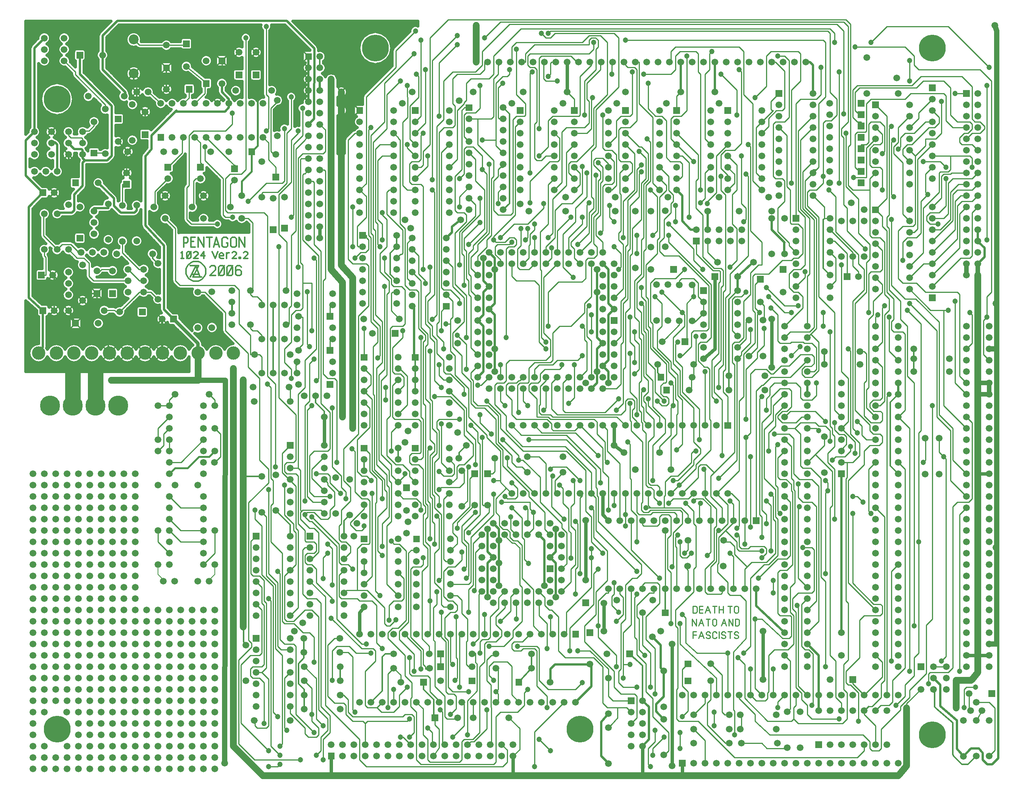
<source format=gtl>
%FSLAX34Y34*%
%MOMM*%
%LNCOPPER_TOP*%
G71*
G01*
%ADD10C, 0.50*%
%ADD11C, 0.30*%
%ADD12C, 0.25*%
%ADD13C, 0.80*%
%ADD14C, 0.40*%
%ADD15C, 1.50*%
%ADD16C, 1.00*%
%ADD17C, 1.20*%
%ADD18C, 0.64*%
%ADD19C, 0.38*%
%ADD20C, 1.52*%
%ADD21C, 4.50*%
%ADD22C, 1.20*%
%ADD23C, 1.50*%
%ADD24C, 6.00*%
%ADD25C, 2.20*%
%ADD26C, 3.00*%
%ADD27C, 0.27*%
%ADD28C, 3.50*%
%ADD29C, 0.25*%
%ADD30C, 0.45*%
%ADD31C, 0.20*%
%ADD32C, 1.50*%
%LPD*%
G54D10*
X52070Y1664970D02*
X29845Y1642745D01*
X29845Y1455420D01*
X10795Y1436370D01*
X10795Y1356995D01*
X48895Y1318895D01*
X17145Y1287145D01*
X17145Y1083945D01*
X48895Y1055370D01*
X48895Y972820D01*
X39370Y960120D01*
G54D11*
X39370Y960120D02*
X45720Y963295D01*
G54D11*
X71120Y1134745D02*
X74295Y1131570D01*
X74295Y1055370D01*
G54D12*
X45720Y1134745D02*
X55245Y1134745D01*
X55245Y1174877D01*
X52197Y1177925D01*
X52070Y1177925D01*
X52070Y1191895D01*
G54D12*
X52070Y1271880D02*
X50165Y1271880D01*
X50165Y1222375D01*
X80645Y1191895D01*
X92075Y1203325D01*
X111125Y1203325D01*
X126365Y1188085D01*
X126365Y1185545D01*
X134620Y1185545D01*
G54D10*
X67945Y1430020D02*
X67945Y1431925D01*
X75565Y1431925D01*
X80645Y1426845D01*
X80645Y1366520D01*
G54D11*
X106045Y1055370D02*
X121920Y1026795D01*
G54D11*
X137795Y1077595D02*
X153670Y1093470D01*
X169545Y1093470D01*
X169545Y1045845D01*
X175895Y1039495D01*
X182245Y1039495D01*
X194945Y1026795D01*
X194945Y966470D01*
X197764Y960120D01*
G54D12*
X106045Y1191895D02*
X125095Y1172845D01*
X140335Y1172845D01*
X151765Y1161415D01*
X151765Y1132205D01*
X161925Y1122045D01*
X239395Y1122045D01*
G54D10*
X80645Y1271880D02*
X80645Y1274445D01*
X113665Y1274445D01*
X118745Y1279525D01*
X118745Y1315085D01*
X137795Y1334135D01*
X137795Y1386205D01*
X142875Y1391285D01*
X137795Y1396365D01*
X137795Y1404620D01*
X137795Y1414145D01*
X135255Y1416685D01*
X118745Y1416685D01*
X106045Y1429385D01*
X111125Y1430020D01*
G54D12*
X137795Y1430020D02*
X137795Y1439545D01*
X135255Y1442085D01*
X111125Y1442085D01*
X106045Y1447165D01*
X106045Y1455420D01*
G54D12*
X163195Y1477772D02*
X163195Y1468755D01*
X151765Y1457325D01*
X141605Y1457325D01*
X141605Y1455420D01*
X137795Y1455420D01*
G54D10*
X131445Y1626870D02*
X131445Y1584325D01*
X202565Y1513205D01*
X202565Y1401445D01*
X192405Y1391285D01*
X142875Y1391285D01*
G54D12*
X96520Y1614170D02*
X121285Y1589405D01*
X121285Y1583055D01*
X188595Y1515745D01*
X188595Y1506220D01*
G54D12*
X306070Y1080770D02*
X290195Y1096645D01*
X274320Y1096645D01*
X264795Y1096645D01*
X220345Y1052195D01*
X212725Y1052195D01*
X208915Y1056005D01*
X186030Y1056005D01*
X186030Y1055370D01*
G54D12*
X204470Y1144270D02*
X201295Y1147445D01*
X180213Y1147445D01*
X177165Y1144397D01*
X177165Y1144270D01*
X169545Y1144270D01*
G54D12*
X274320Y1147445D02*
X263525Y1147445D01*
X226695Y1184275D01*
X226695Y1210310D01*
G54D10*
X194945Y1294104D02*
X194945Y1284605D01*
X163195Y1284605D01*
X163195Y1277620D01*
G54D10*
X172720Y1341120D02*
X207645Y1306195D01*
X207645Y1289685D01*
X222885Y1274445D01*
X253365Y1274445D01*
X258445Y1279525D01*
X258445Y1290930D01*
G54D12*
X238760Y1410970D02*
X238582Y1410970D01*
X238201Y1410970D01*
X236220Y1410970D01*
X235890Y1411274D01*
X237490Y1412850D01*
X238760Y1414145D01*
X239395Y1414145D01*
X239395Y1412520D01*
X239395Y1410970D01*
X238760Y1411605D01*
X238709Y1411630D01*
X237490Y1412850D01*
X217170Y1433195D01*
X219710Y1432712D01*
G54D12*
X219176Y1433195D02*
X219176Y1433195D01*
G54D12*
X163195Y1407795D02*
X182245Y1407795D01*
X182245Y1406194D01*
X188595Y1406194D01*
G54D10*
X642620Y1471295D02*
X655320Y1483995D01*
X655447Y1641983D01*
X593725Y1703705D01*
X215265Y1703705D01*
X182245Y1670685D01*
X182245Y1626870D01*
X182245Y1594485D01*
X233045Y1543685D01*
X233045Y1538605D01*
X230480Y1538605D01*
X230480Y1534795D01*
G54D11*
X306070Y1160754D02*
X306070Y1160145D01*
X293980Y1172210D01*
X293980Y1182370D01*
G54D12*
X239395Y1147445D02*
X264795Y1122045D01*
X274320Y1122045D01*
G54D10*
X319405Y1200785D02*
X319405Y1198245D01*
X319405Y1200785D01*
X277825Y1245438D01*
X277825Y1246480D01*
X277825Y1246505D01*
X278130Y1246505D01*
G54D10*
X448945Y1563370D02*
X448945Y1544320D01*
X464820Y1528445D01*
X464820Y1518920D01*
X464820Y1509395D01*
X455930Y1500505D01*
X347345Y1500505D01*
X347345Y1503045D01*
X291465Y1447165D01*
X291465Y1416685D01*
X278765Y1401445D01*
X277825Y1401115D01*
X277825Y1246505D01*
X277825Y1246505D01*
G54D12*
X328295Y1350645D02*
X299085Y1321435D01*
X299085Y1286764D01*
X296901Y1286764D01*
G54D12*
X236220Y1410970D02*
X236220Y1369695D01*
X236220Y1363345D01*
G54D11*
X236220Y1369695D02*
X236093Y1369695D01*
G54D11*
X248285Y1424305D02*
X239395Y1412520D01*
X238785Y1411732D01*
X238709Y1411630D01*
X238201Y1410970D01*
X238074Y1410792D01*
X238557Y1410792D01*
X239268Y1410792D01*
X239674Y1410792D01*
X239395Y1410970D01*
X239268Y1410792D01*
X238125Y1409065D01*
X238557Y1410792D01*
X238582Y1410970D01*
X238760Y1411605D01*
X238785Y1411732D01*
X239395Y1414145D01*
G54D11*
X248920Y1424305D02*
X261620Y1424305D01*
X263525Y1426210D01*
X263525Y1460373D01*
X277495Y1474343D01*
X277495Y1496695D01*
X261925Y1512544D01*
X261925Y1513205D01*
X261925Y1525270D01*
X258445Y1528445D01*
X258445Y1544320D01*
X258445Y1560195D01*
X252095Y1566545D01*
X252095Y1585595D01*
G54D12*
X239395Y1414145D02*
X238760Y1414780D01*
G54D11*
X277495Y1496695D02*
X277495Y1499870D01*
G54D11*
X261925Y1519555D02*
X261925Y1513205D01*
X261925Y1512544D01*
G54D12*
X284226Y1544320D02*
X288925Y1544320D01*
X288925Y1540078D01*
X284226Y1544320D01*
X284226Y1544320D01*
X284175Y1544346D01*
X284226Y1544320D01*
X283845Y1544320D01*
G54D12*
X369570Y1652270D02*
X366395Y1649095D01*
X325120Y1649095D01*
X264795Y1649095D01*
X252095Y1661795D01*
G54D10*
X315595Y1036320D02*
X315595Y960120D01*
X312420Y963295D01*
G54D10*
X340995Y1036320D02*
X319405Y1057910D01*
X319405Y1198245D01*
G54D12*
X537845Y915670D02*
X537845Y951865D01*
X532765Y956945D01*
X521970Y956945D01*
X512445Y956945D01*
X512445Y1000125D01*
X487045Y1025525D01*
X487045Y1101725D01*
X476885Y1111885D01*
X354965Y1111885D01*
X344805Y1122045D01*
X344805Y1238885D01*
X324485Y1259205D01*
X319405Y1259205D01*
X319405Y1261364D01*
X322300Y1261364D01*
G54D11*
X378079Y1130376D02*
X381254Y1136726D01*
X387604Y1136726D01*
X393497Y1148512D01*
X397129Y1155776D01*
X390779Y1155776D01*
X393497Y1148512D01*
X400304Y1130376D01*
X403479Y1130376D01*
G54D11*
X376479Y1171652D02*
X373304Y1171652D01*
X371322Y1173632D01*
X370129Y1174826D01*
X370129Y1184351D01*
X373304Y1187526D01*
X376479Y1187526D01*
X378460Y1185545D01*
X379654Y1184351D01*
X379654Y1174826D01*
X376479Y1171652D01*
G54D11*
X370129Y1171652D02*
X371322Y1173632D01*
X378460Y1185545D01*
X379654Y1187526D01*
G54D11*
X363779Y1206576D02*
X370129Y1206576D01*
X373304Y1209751D01*
X373304Y1216101D01*
X370129Y1219276D01*
X363779Y1219276D01*
X363779Y1206576D01*
X363779Y1197052D01*
G54D11*
X389179Y1219276D02*
X379654Y1219276D01*
X379654Y1209751D01*
X379654Y1197052D01*
X389179Y1197052D01*
G54D11*
X357429Y1184351D02*
X360604Y1187526D01*
X360604Y1171652D01*
X357429Y1171652D01*
G54D12*
X438785Y1249045D02*
X380365Y1249045D01*
X370205Y1259205D01*
X370205Y1330325D01*
X375285Y1335405D01*
X375285Y1447165D01*
X385445Y1457325D01*
X456565Y1457325D01*
X471805Y1472565D01*
X471805Y1496695D01*
G54D12*
X328295Y1376045D02*
X360045Y1407795D01*
X360045Y1442720D01*
X363220Y1442720D01*
G54D12*
X363220Y1518920D02*
X375285Y1530985D01*
X375285Y1553845D01*
X375920Y1553845D01*
X375920Y1550670D01*
G54D12*
X388620Y1518920D02*
X410845Y1541145D01*
X410845Y1560195D01*
X414554Y1563421D01*
X416154Y1563421D01*
X370052Y1601597D01*
X369570Y1601597D01*
X368452Y1601597D01*
X366852Y1603172D01*
X369570Y1602968D01*
X369570Y1601597D01*
X369570Y1601470D01*
G54D12*
X369570Y1604645D02*
X369570Y1602968D01*
G54D13*
X340995Y1036320D02*
X394970Y982345D01*
X394970Y960120D01*
G54D11*
X454279Y1155776D02*
X453111Y1153744D01*
X442722Y1135558D01*
X441579Y1136726D01*
X441579Y1152601D01*
X444754Y1155776D01*
X451104Y1155776D01*
X453111Y1153744D01*
X454279Y1152601D01*
X454279Y1136726D01*
X451104Y1133552D01*
X444754Y1133552D01*
X442722Y1135558D01*
X441579Y1133552D01*
G54D11*
X400304Y1130376D02*
X384429Y1130376D01*
X387604Y1136726D01*
X397129Y1136726D01*
G54D11*
X422529Y1152601D02*
X425704Y1155776D01*
X432054Y1155776D01*
X435229Y1152601D01*
X435229Y1146251D01*
X422529Y1133552D01*
X435229Y1133552D01*
G54D11*
X414579Y1219276D02*
X420929Y1219276D01*
X427279Y1219276D01*
G54D11*
X443154Y1178001D02*
X452679Y1178001D01*
X452679Y1181176D01*
X449504Y1184351D01*
X446329Y1184351D01*
X443154Y1181176D01*
X443154Y1178001D01*
X443154Y1174826D01*
X446329Y1171652D01*
X452679Y1171652D01*
G54D11*
X408229Y1171652D02*
X408229Y1178001D01*
X408229Y1187526D01*
X401879Y1178001D01*
X408229Y1178001D01*
X411404Y1178001D01*
G54D11*
X459029Y1171652D02*
X459029Y1181176D01*
X459029Y1184351D01*
G54D11*
X462204Y1216101D02*
X459029Y1219276D01*
X452679Y1219276D01*
X449504Y1216101D01*
X449504Y1200226D01*
X452679Y1197052D01*
X459029Y1197052D01*
X462204Y1200226D01*
X462204Y1206576D01*
X459029Y1206576D01*
G54D11*
X439979Y1203402D02*
X433629Y1203402D01*
G54D11*
X395529Y1197052D02*
X395529Y1219276D01*
X408229Y1197052D01*
X408229Y1219276D01*
G54D11*
X420929Y1219276D02*
X420929Y1197052D01*
G54D11*
X430454Y1197052D02*
X436804Y1219276D01*
X443154Y1197052D01*
G54D11*
X386004Y1184351D02*
X389179Y1187526D01*
X392354Y1187526D01*
X395529Y1184351D01*
X395529Y1181176D01*
X386004Y1171652D01*
X395529Y1171652D01*
G54D12*
X472821Y1264285D02*
X456565Y1264285D01*
X451485Y1269365D01*
X451485Y1350645D01*
X410845Y1391285D01*
X410845Y1421765D01*
G54D12*
X401320Y1350645D02*
X390525Y1350645D01*
X385445Y1345565D01*
X385445Y1286764D01*
X382752Y1286764D01*
G54D12*
X388620Y1442720D02*
X400685Y1430655D01*
X400685Y1386205D01*
X405765Y1381125D01*
X401320Y1381125D01*
X401320Y1376045D01*
G54D12*
X448945Y1614170D02*
X448945Y1591945D01*
X431165Y1574165D01*
X431165Y1527175D01*
X439420Y1518920D01*
G54D12*
X394970Y1096645D02*
X410845Y1096645D01*
X456565Y1050925D01*
X456565Y1010285D01*
X507365Y959485D01*
X507365Y929005D01*
X532765Y903605D01*
X532765Y720725D01*
X553085Y700405D01*
X553085Y669925D01*
X508635Y625475D01*
X508635Y317373D01*
X514985Y311023D01*
X514985Y302133D01*
X486283Y273431D01*
X486283Y85725D01*
X521843Y50165D01*
X624205Y50165D01*
G54D12*
X525145Y550545D02*
X513715Y539115D01*
X513715Y466725D01*
X518795Y461645D01*
X532765Y461645D01*
X542925Y451485D01*
X542925Y405765D01*
X548005Y400685D01*
X548005Y255905D01*
X537845Y245745D01*
X553085Y230505D01*
X553085Y126365D01*
X548005Y121285D01*
X527685Y121285D01*
X522605Y126365D01*
X522605Y137795D01*
X521335Y137795D01*
G54D12*
X522605Y137795D02*
X527685Y137795D01*
X522605Y137795D01*
G54D12*
X525145Y448945D02*
X537845Y436245D01*
X537845Y400685D01*
X542925Y395605D01*
X542925Y263525D01*
X537845Y258445D01*
X517525Y258445D01*
X512445Y253365D01*
X512445Y238125D01*
X517525Y233045D01*
X532765Y233045D01*
X542925Y222885D01*
X542925Y131445D01*
G54D11*
X502920Y306680D02*
X497205Y314325D01*
X497205Y347662D01*
G54D12*
X525145Y398145D02*
X537845Y385445D01*
X537845Y288925D01*
X532765Y283845D01*
X512445Y283845D01*
X491363Y262763D01*
X491363Y132207D01*
X553085Y70485D01*
G54D12*
X573405Y146685D02*
X563245Y156845D01*
X563245Y438531D01*
X537845Y463931D01*
X537845Y573405D01*
X522605Y588645D01*
X522605Y608965D01*
G54D12*
X537845Y991870D02*
X537845Y1000125D01*
X527685Y1010285D01*
X517525Y1010285D01*
X512445Y1015365D01*
X512445Y1023620D01*
G54D14*
X471170Y1074420D02*
X471170Y1049020D01*
G54D12*
X537845Y1068070D02*
X537845Y1076325D01*
X527685Y1086485D01*
X517525Y1086485D01*
X512445Y1091565D01*
X512445Y1096645D01*
X517525Y1096645D01*
X517525Y1251585D01*
X507365Y1261745D01*
X493395Y1261745D01*
G54D11*
X473329Y1155776D02*
X472160Y1153744D01*
X461772Y1135558D01*
X463804Y1133552D01*
X470154Y1133552D01*
X473329Y1136726D01*
X473329Y1152601D01*
X472160Y1153744D01*
X470154Y1155776D01*
X463804Y1155776D01*
X460629Y1152601D01*
X460629Y1136726D01*
X461772Y1135558D01*
X460629Y1133552D01*
G54D11*
X492379Y1152601D02*
X489204Y1155776D01*
X482854Y1155776D01*
X479679Y1152601D01*
X479679Y1143076D01*
X479679Y1136726D01*
X482854Y1133552D01*
X489204Y1133552D01*
X492379Y1136726D01*
X492379Y1143076D01*
X489204Y1146251D01*
X482854Y1146251D01*
X479679Y1143076D01*
G54D11*
X478079Y1219276D02*
X471729Y1219276D01*
X468554Y1216101D01*
X468554Y1200226D01*
X471729Y1197052D01*
X478079Y1197052D01*
X481254Y1200226D01*
X481254Y1216101D01*
X478079Y1219276D01*
G54D11*
X490779Y1171652D02*
X487604Y1171652D01*
X487604Y1174826D01*
X490779Y1174826D01*
X490779Y1171652D01*
G54D11*
X471729Y1184351D02*
X474904Y1187526D01*
X478079Y1187526D01*
X481254Y1184351D01*
X481254Y1181176D01*
X471729Y1171652D01*
X481254Y1171652D01*
G54D11*
X497129Y1184351D02*
X500304Y1187526D01*
X503479Y1187526D01*
X506654Y1184351D01*
X506654Y1181176D01*
X497129Y1171652D01*
X506654Y1171652D01*
G54D11*
X487604Y1197052D02*
X487604Y1219276D01*
X500304Y1197052D01*
X500304Y1219276D01*
G54D12*
X568325Y705485D02*
X568325Y890905D01*
X550545Y908685D01*
X550545Y1266825D01*
X542925Y1274445D01*
X461645Y1274445D01*
X456565Y1279525D01*
X456565Y1350645D01*
X466725Y1360805D01*
X492125Y1360805D01*
X502285Y1370965D01*
X502285Y1665605D01*
G54D12*
X477520Y1347470D02*
X467995Y1337945D01*
X467995Y1287145D01*
G54D12*
X414020Y1442720D02*
X465455Y1391285D01*
X477520Y1380134D01*
X481965Y1376045D01*
X477520Y1381125D01*
X477520Y1380134D01*
X477520Y1372870D01*
G54D14*
X493395Y1312545D02*
X493395Y1344295D01*
X515620Y1366520D01*
X515620Y1410970D01*
X528701Y1424051D01*
X528701Y1543939D01*
G54D12*
X525145Y1633220D02*
X507365Y1615440D01*
X507365Y1565275D01*
X528701Y1543939D01*
G54D12*
X553085Y34925D02*
X573405Y34925D01*
X578485Y40005D01*
G54D12*
X578485Y60325D02*
X558165Y80645D01*
X558165Y405765D01*
X553085Y410845D01*
G54D12*
X537845Y603885D02*
X537845Y603885D01*
X548005Y593725D01*
X548005Y461645D01*
X568325Y441325D01*
X568325Y299085D01*
X583565Y283845D01*
X583565Y85725D01*
X578485Y80645D01*
G54D12*
X601345Y245745D02*
X588645Y233045D01*
X588645Y121285D01*
X593725Y116205D01*
G54D12*
X633095Y226695D02*
X649605Y210185D01*
X649605Y151765D01*
X649605Y136525D01*
X664845Y121285D01*
X664845Y106045D01*
X659765Y100965D01*
X641985Y100965D01*
X634365Y108585D01*
X634365Y121285D01*
X601345Y154305D01*
X601345Y169545D01*
G54D12*
X573405Y471805D02*
X578485Y466725D01*
X578485Y319405D01*
X588645Y309245D01*
X608965Y309245D01*
X614045Y304165D01*
X614045Y151765D01*
X654685Y111125D01*
G54D12*
X553085Y654685D02*
X553085Y466725D01*
X573405Y446405D01*
X573405Y304165D01*
X581025Y296545D01*
X601345Y296545D01*
G54D12*
X659765Y60325D02*
X669925Y70485D01*
X669925Y100965D01*
X685165Y116205D01*
X685165Y141605D01*
X664845Y161925D01*
X664845Y370205D01*
X649605Y385445D01*
X634365Y385445D01*
X608965Y360045D01*
X593725Y360045D01*
X588645Y365125D01*
X588645Y461645D01*
X598805Y471805D01*
X596265Y474345D01*
X601345Y474345D01*
X601345Y469265D01*
X601345Y474345D01*
X611505Y484505D01*
X614045Y487045D01*
X614045Y558165D01*
X608965Y563245D01*
X608965Y577469D01*
X588645Y597789D01*
X588645Y664845D01*
G54D12*
X550545Y890905D02*
X558165Y883285D01*
X558165Y680085D01*
X563245Y675005D01*
X563245Y624205D01*
X558165Y619125D01*
X558165Y537845D01*
X583565Y512445D01*
X583565Y360045D01*
X588645Y354965D01*
X610235Y354965D01*
X630555Y334645D01*
X644525Y334645D01*
X654685Y324485D01*
X654685Y268605D01*
G54D12*
X598805Y471805D02*
X601345Y474345D01*
X598805Y471805D01*
G54D11*
X569595Y607695D02*
X601345Y575945D01*
X601345Y550545D01*
G54D12*
X575945Y1198245D02*
X575945Y860425D01*
X614045Y822325D01*
X614045Y720725D01*
X608965Y715645D01*
X593725Y715645D01*
X588645Y710565D01*
X588645Y695325D01*
X593725Y690245D01*
X614045Y690245D01*
X619125Y685165D01*
X619125Y578485D01*
X634365Y563245D01*
X634365Y540385D01*
X636905Y537845D01*
X654685Y537845D01*
X659765Y532765D01*
X659765Y517525D01*
X654685Y512445D01*
X639445Y512445D01*
X634365Y507365D01*
X634365Y492125D01*
X639445Y487045D01*
X649605Y487045D01*
X659765Y476885D01*
X659765Y446405D01*
X695325Y410766D01*
X695325Y404445D01*
G54D12*
X601345Y372745D02*
X619125Y390525D01*
X619125Y563245D01*
X614045Y568325D01*
X614045Y662305D01*
X601345Y675005D01*
X601345Y677545D01*
X601345Y675005D01*
X601345Y672465D01*
X601345Y675005D01*
X601345Y672465D01*
X601345Y675005D01*
X583565Y692785D01*
X583565Y735965D01*
X601345Y753745D01*
G54D12*
X603885Y903605D02*
X603885Y923925D01*
X588645Y939165D01*
X588645Y969645D01*
X603885Y984885D01*
X603885Y1045845D01*
X614045Y1056005D01*
X624205Y1056005D01*
X629285Y1061085D01*
X629285Y1116965D01*
X649605Y1116965D01*
X649605Y1010285D01*
G54D12*
X601345Y852170D02*
X601345Y888365D01*
X598780Y888365D01*
X598780Y883920D01*
G54D12*
X592430Y1023620D02*
X592430Y1025525D01*
X598805Y1025525D01*
X598805Y1061085D01*
X603885Y1066165D01*
X603885Y1223645D01*
X614045Y1233805D01*
X614045Y1416685D01*
X634365Y1437005D01*
X634365Y1437640D01*
X642620Y1445895D01*
G54D12*
X592430Y1099820D02*
X592430Y1101725D01*
X593725Y1101725D01*
X593725Y1208405D01*
X575945Y1226185D01*
X575945Y1315085D01*
X603885Y1343025D01*
X603885Y1437005D01*
X619125Y1452245D01*
X619125Y1457325D01*
G54D12*
X603885Y1264285D02*
X608965Y1269365D01*
X608965Y1426845D01*
X629285Y1447165D01*
X629285Y1508125D01*
G54D12*
X537845Y1308735D02*
X537845Y1317625D01*
X540385Y1320165D01*
X573405Y1320165D01*
X593725Y1340485D01*
X593725Y1452245D01*
X603885Y1462405D01*
X603885Y1533525D01*
G54D12*
X507365Y1299845D02*
X548005Y1340485D01*
X583565Y1340485D01*
X588645Y1345565D01*
X588645Y1462405D01*
G54D12*
X569595Y1353820D02*
X569595Y1376045D01*
X553085Y1392555D01*
X553085Y1430655D01*
X541020Y1442720D01*
G54D12*
X548005Y1457325D02*
X553085Y1462405D01*
X553085Y1533525D01*
X548005Y1538605D01*
X548005Y1691005D01*
G54D12*
X572770Y1525880D02*
X573405Y1525880D01*
X573405Y1523365D01*
X558165Y1508125D01*
X558165Y1411605D01*
X563245Y1406525D01*
X568325Y1406525D01*
X568325Y1404620D01*
X569595Y1404620D01*
G54D12*
X675005Y50165D02*
X675005Y95885D01*
X690245Y111125D01*
X690245Y149225D01*
X669925Y169545D01*
X669925Y400685D01*
X659765Y410845D01*
X639445Y410845D01*
X629285Y421005D01*
X629285Y520065D01*
X634365Y525145D01*
X645795Y525145D01*
G54D12*
X675005Y126365D02*
X659765Y141605D01*
X659765Y231775D01*
X633095Y258445D01*
G54D11*
X632460Y321945D02*
X632460Y290195D01*
X632460Y277495D01*
X632333Y277495D01*
X620395Y265557D01*
X620395Y220345D01*
X633095Y207645D01*
X633095Y194945D01*
X633095Y163195D01*
G54D12*
X1074420Y83820D02*
X1086485Y71755D01*
X1086485Y45085D01*
X1076325Y34925D01*
X771525Y34925D01*
X756285Y50165D01*
X756285Y95885D01*
X680085Y172085D01*
X680085Y414655D01*
X645795Y448945D01*
G54D12*
X685165Y512445D02*
X675005Y502285D01*
X675005Y455295D01*
G54D12*
X654685Y1172845D02*
X659765Y1167765D01*
X659765Y969645D01*
X634365Y944245D01*
X634365Y883285D01*
X619125Y868045D01*
X619125Y715645D01*
X619125Y710565D01*
X619125Y702945D01*
X621665Y700405D01*
X624205Y697865D01*
X624205Y608965D01*
X626745Y606425D01*
X624205Y603885D01*
X624205Y588645D01*
X644525Y568325D01*
X654685Y568325D01*
X664845Y558165D01*
X664845Y514985D01*
X647065Y497205D01*
X647065Y494665D01*
X645795Y499745D01*
G54D12*
X626745Y606425D02*
X629285Y608965D01*
X669925Y608965D01*
X677545Y601345D01*
G54D12*
X677545Y677545D02*
X685165Y669925D01*
X685165Y664845D01*
X700405Y649605D01*
X700405Y619125D01*
X690245Y608965D01*
X690245Y593725D01*
X685165Y588645D01*
X669925Y588645D01*
X654685Y603885D01*
X639445Y603885D01*
X634365Y598805D01*
X634365Y593725D01*
X644525Y583565D01*
X649605Y583565D01*
X705485Y527685D01*
X705485Y365125D01*
X761365Y309245D01*
X771525Y309245D01*
G54D12*
X677545Y626745D02*
X652145Y626745D01*
X639445Y639445D01*
X639445Y832485D01*
X649605Y842645D01*
G54D12*
X714375Y645795D02*
X690245Y669925D01*
X690245Y685165D01*
X685165Y690245D01*
X659765Y690245D01*
G54D12*
X677545Y728345D02*
X649605Y700405D01*
X649605Y680085D01*
X677545Y652145D01*
G54D12*
X690245Y639445D02*
X654685Y639445D01*
X644525Y649605D01*
X644525Y730885D01*
X654685Y741045D01*
X685165Y741045D01*
X690245Y746125D01*
X690245Y827405D01*
X669925Y847725D01*
X669925Y1188085D01*
X654685Y1203325D01*
X654685Y1341755D01*
X652145Y1344295D01*
X642620Y1344295D01*
G54D11*
X677545Y817245D02*
X677545Y829945D01*
X658495Y848995D01*
X658495Y864870D01*
G54D12*
X654685Y946785D02*
X644525Y936625D01*
X644525Y852805D01*
X634365Y842645D01*
X634365Y629285D01*
G54D12*
X668020Y1369695D02*
X677545Y1369695D01*
X680085Y1367155D01*
X680085Y1127125D01*
X675005Y1122045D01*
X675005Y913765D01*
X685165Y903605D01*
X700405Y903605D01*
X705485Y898525D01*
X705485Y715645D01*
G54D12*
X659765Y898525D02*
X664845Y903605D01*
X664845Y1177925D01*
X629285Y1213485D01*
X629285Y1358900D01*
X631825Y1361440D01*
X634365Y1361440D01*
X642620Y1369695D01*
G54D12*
X616585Y915670D02*
X616585Y913765D01*
X614045Y913765D01*
X614045Y934085D01*
X616585Y934085D01*
X616585Y941070D01*
G54D12*
X620243Y966470D02*
X619125Y966470D01*
X619125Y969645D01*
X629285Y979805D01*
X629285Y1040765D01*
X620243Y1040765D01*
X620243Y1042670D01*
G54D12*
X644525Y974725D02*
X639445Y979805D01*
X639445Y1097661D01*
G54D12*
X629285Y1116965D02*
X629285Y1157605D01*
X624205Y1162685D01*
X624205Y1393063D01*
X626237Y1395095D01*
X642620Y1395095D01*
G54D13*
X668020Y1242695D02*
X668020Y1217295D01*
G54D12*
X619125Y1152525D02*
X619125Y1396365D01*
X629285Y1406525D01*
X675005Y1406525D01*
X680085Y1411605D01*
X680085Y1459865D01*
X668020Y1471295D01*
G54D10*
X642620Y1522095D02*
X642620Y1547495D01*
X642620Y1572895D01*
X642620Y1598295D01*
X642620Y1623695D01*
G54D11*
X668020Y1598295D02*
X668020Y1623695D01*
G54D12*
X712470Y321945D02*
X700405Y321945D01*
X685165Y306705D01*
X685165Y192405D01*
X700405Y177165D01*
X720725Y177165D01*
X725805Y172085D01*
X725805Y151765D01*
X741045Y136525D01*
X763905Y136525D01*
X741045Y136525D01*
G54D12*
X746125Y156845D02*
X741045Y161925D01*
X741045Y280035D01*
X730885Y290195D01*
X712470Y290195D01*
G54D12*
X868045Y100965D02*
X878205Y111125D01*
X878205Y146685D01*
X873125Y151765D01*
X857885Y151765D01*
X852805Y146685D01*
X741045Y146685D01*
X730885Y156845D01*
X730885Y184785D01*
X720725Y194945D01*
X713080Y194945D01*
G54D11*
X756920Y331470D02*
X756920Y328295D01*
G54D12*
X781685Y288925D02*
X748665Y288925D01*
X733425Y304165D01*
X705485Y304165D01*
X695325Y294005D01*
X695325Y227965D01*
G54D12*
X807085Y299085D02*
X794385Y311785D01*
X794385Y395605D01*
X784225Y405765D01*
X756285Y405765D01*
X751205Y410845D01*
X715645Y410845D01*
X710565Y415925D01*
X710565Y462915D01*
X721995Y474345D01*
G54D12*
X739775Y746125D02*
X746125Y739775D01*
X746125Y649605D01*
X761365Y634365D01*
X774065Y634365D01*
X779145Y629285D01*
X779145Y535305D01*
X776605Y532765D01*
X761365Y532765D01*
X751205Y522605D01*
X751205Y429578D01*
X728028Y429578D01*
X721995Y423545D01*
G54D12*
X721995Y499745D02*
X735965Y513715D01*
X735965Y527685D01*
X725805Y537845D01*
X715645Y537845D01*
X710565Y542925D01*
X710565Y573405D01*
X715645Y578485D01*
X715645Y608965D01*
X735965Y629285D01*
X735965Y659765D01*
X720725Y675005D01*
X720725Y746125D01*
X753745Y779145D01*
X753745Y1043305D01*
X776605Y1066165D01*
X776605Y1155065D01*
X771525Y1160145D01*
X741045Y1160145D01*
X730885Y1170305D01*
X730885Y1437005D01*
X746125Y1452245D01*
X756920Y1452245D01*
G54D12*
X649605Y593725D02*
X710565Y532765D01*
X710565Y492125D01*
X715645Y487045D01*
X730885Y487045D01*
X741045Y476885D01*
G54D11*
X734695Y597535D02*
X721995Y584835D01*
X721995Y550545D01*
G54D12*
X766445Y620395D02*
X766445Y611505D01*
X735965Y581025D01*
X735965Y575945D01*
X748665Y563245D01*
X761365Y563245D01*
X766445Y568325D01*
X766445Y573405D01*
G54D12*
X782447Y675005D02*
X772287Y685165D01*
X761365Y685165D01*
X751205Y695325D01*
X751205Y766445D01*
X779145Y794385D01*
X779145Y836295D01*
X766445Y848995D01*
G54D12*
X725805Y634365D02*
X725805Y649605D01*
X715645Y659765D01*
X715645Y685165D01*
X695325Y705485D01*
X695325Y837565D01*
G54D12*
X690245Y966470D02*
X690245Y989965D01*
X696595Y989965D01*
X696595Y991870D01*
G54D12*
X690245Y1042670D02*
X690245Y1066165D01*
X696595Y1066165D01*
X696595Y1068070D01*
G54D15*
X741045Y791845D02*
X741045Y982345D01*
X741045Y1071245D01*
X741045Y1128395D01*
X715645Y1156970D01*
X715645Y1274445D01*
X715645Y1395095D01*
X715645Y1503045D01*
X715645Y1544320D01*
G54D12*
X881507Y1680845D02*
X837565Y1636903D01*
X837565Y1599565D01*
X771525Y1533525D01*
X771525Y1339850D01*
X756920Y1325245D01*
X771525Y1310640D01*
X771525Y1264285D01*
X751205Y1243965D01*
X751205Y1200785D01*
X753745Y1198245D01*
X763270Y1198245D01*
G54D12*
X756920Y1503045D02*
X756920Y1509395D01*
G54D12*
X769620Y83820D02*
X768985Y83185D01*
X768985Y131445D01*
X774065Y136525D01*
X862965Y136525D01*
X868045Y141605D01*
G54D12*
X862965Y212725D02*
X845185Y194945D01*
X845185Y169545D01*
X832485Y156845D01*
X805815Y156845D01*
X795655Y167005D01*
X807720Y179070D01*
G54D12*
X693420Y367030D02*
X761365Y299085D01*
X786765Y299085D01*
X791845Y294005D01*
X791845Y271145D01*
X768985Y248285D01*
X768985Y172085D01*
X774065Y167005D01*
X795655Y167005D01*
G54D12*
X848995Y223520D02*
X848995Y239395D01*
X833120Y255270D01*
X819785Y241935D01*
X819785Y167005D01*
G54D11*
X832485Y287020D02*
X814070Y287020D01*
X807720Y280670D01*
X807720Y204470D01*
X782320Y179070D01*
G54D12*
X837565Y363347D02*
X824103Y349885D01*
X817245Y349885D01*
X812165Y354965D01*
X812165Y390525D01*
X773112Y429578D01*
X751205Y429578D01*
G54D12*
X842645Y467995D02*
X855345Y455295D01*
X855345Y410845D01*
X850265Y405765D01*
X832485Y405765D01*
X822325Y395605D01*
X822325Y362585D01*
G54D12*
X766445Y747395D02*
X779145Y734695D01*
X779145Y695325D01*
X794385Y680085D01*
X794385Y626745D01*
X791845Y624205D01*
X791845Y427355D01*
X802005Y417195D01*
G54D12*
X827405Y539115D02*
X833755Y532765D01*
X845185Y532765D01*
X860425Y517525D01*
X860425Y362585D01*
X842645Y344805D01*
X829945Y344805D01*
X819785Y334645D01*
X819785Y321945D01*
X857885Y283845D01*
X857885Y238125D01*
X873125Y222885D01*
X873125Y189865D01*
X870585Y187325D01*
X870585Y169545D01*
X883285Y156845D01*
X883285Y50165D01*
X893445Y40005D01*
X1056005Y40005D01*
X1061085Y45085D01*
X1061085Y146685D01*
X1071245Y156845D01*
X1109345Y156845D01*
X1124585Y172085D01*
X1124585Y200025D01*
X1132205Y207645D01*
G54D12*
X781685Y1464945D02*
X776605Y1459865D01*
X776605Y1223645D01*
X781685Y1218565D01*
X781685Y1030605D01*
X796925Y1015365D01*
X796925Y984885D01*
X786765Y974725D01*
X786765Y868045D01*
X789305Y865505D01*
X789305Y699897D01*
X812165Y677037D01*
X812165Y654685D01*
X817245Y649605D01*
X817245Y614045D01*
X796925Y593725D01*
X796925Y517525D01*
X807085Y507365D01*
G54D12*
X847725Y1569085D02*
X817245Y1538605D01*
X817245Y1462405D01*
X786765Y1431925D01*
X786765Y1238885D01*
X791845Y1233805D01*
X791845Y1045845D01*
X807085Y1030605D01*
X807085Y939165D01*
X794385Y926465D01*
X794385Y710565D01*
X817245Y687705D01*
X817245Y664845D01*
X822325Y659765D01*
X822325Y593725D01*
X807085Y578485D01*
X807085Y527685D01*
G54D12*
X812165Y1109345D02*
X812165Y923925D01*
X799465Y911225D01*
X799465Y720725D01*
X822325Y697865D01*
X822325Y675005D01*
X827405Y669925D01*
X827405Y583565D01*
X817245Y573405D01*
X817245Y442595D01*
X842645Y417195D01*
G54D12*
X807085Y634365D02*
X807085Y674751D01*
X784225Y697611D01*
X784225Y856615D01*
X766445Y874395D01*
X781685Y889635D01*
X781685Y909955D01*
X766445Y925195D01*
G54D12*
X857885Y690245D02*
X857885Y686435D01*
X842645Y671195D01*
X827405Y686435D01*
X827405Y710565D01*
X804545Y733425D01*
X804545Y898525D01*
X817245Y911225D01*
X817245Y1091565D01*
X822325Y1096645D01*
X822325Y1122045D01*
X802005Y1142365D01*
X802005Y1183005D01*
X817245Y1198245D01*
X817245Y1259205D01*
X807085Y1269365D01*
X807085Y1274445D01*
G54D12*
X827405Y741045D02*
X827405Y782955D01*
X842645Y798195D01*
G54D12*
X912495Y287020D02*
X912495Y304165D01*
X895985Y320675D01*
X895985Y471805D01*
X908685Y484505D01*
X908685Y522605D01*
X898525Y532765D01*
X898525Y598805D01*
X903605Y603885D01*
X903605Y616585D01*
X898525Y621665D01*
X898525Y700405D01*
X888365Y710565D01*
X873125Y710565D01*
X868045Y715645D01*
X868045Y730885D01*
X873125Y735965D01*
X890905Y735965D01*
X893445Y738505D01*
X893445Y807085D01*
X888365Y812165D01*
X835025Y812165D01*
X829945Y817245D01*
X829945Y887095D01*
X842645Y899795D01*
G54D12*
X880745Y671195D02*
X868045Y683895D01*
X868045Y695325D01*
X852805Y710565D01*
X837565Y710565D01*
X817245Y730885D01*
X817245Y812165D01*
X824865Y819785D01*
X824865Y1015365D01*
X829945Y1020445D01*
X852805Y1020445D01*
X857885Y1025525D01*
X857885Y1101725D01*
X850265Y1109345D01*
X832485Y1109345D01*
X827405Y1114425D01*
X827405Y1126363D01*
X812165Y1141603D01*
X812165Y1172845D01*
G54D12*
X842645Y874395D02*
X855345Y887095D01*
X855345Y906145D01*
X847725Y913765D01*
X835025Y913765D01*
X829945Y918845D01*
X829945Y972185D01*
X852805Y995045D01*
X852805Y1010285D01*
G54D12*
X878205Y1630045D02*
X812165Y1564005D01*
X812165Y1477645D01*
X781685Y1447165D01*
X781685Y1228725D01*
X786765Y1223645D01*
X786765Y1035685D01*
X802005Y1020445D01*
X802005Y954405D01*
X796925Y949325D01*
G54D12*
X845820Y1036320D02*
X827405Y1054735D01*
X827405Y1094105D01*
X829945Y1096645D01*
X839470Y1096645D01*
G54D11*
X839470Y1223645D02*
X839470Y1198245D01*
X824865Y1183640D01*
X824865Y1136650D01*
X839470Y1122045D01*
G54D12*
X802005Y1198245D02*
X796925Y1203325D01*
X796925Y1249045D01*
X791845Y1254125D01*
X791845Y1416685D01*
X802005Y1426845D01*
X833120Y1426845D01*
G54D12*
X746125Y1172845D02*
X758825Y1185545D01*
X770255Y1185545D01*
X776605Y1191895D01*
X776605Y1213485D01*
X771525Y1218565D01*
X771525Y1223645D01*
X763270Y1223645D01*
G54D12*
X839470Y1172845D02*
X847725Y1181100D01*
X850265Y1181100D01*
X852805Y1183640D01*
X852805Y1235075D01*
X817245Y1270635D01*
X817245Y1320165D01*
X822325Y1325245D01*
X833120Y1325245D01*
G54D12*
X871220Y83820D02*
X854075Y100965D01*
X847725Y100965D01*
G54D12*
X883920Y179070D02*
X898525Y164465D01*
X898525Y106045D01*
X908685Y95885D01*
X908685Y50165D01*
X913765Y45085D01*
X979805Y45085D01*
X984885Y50165D01*
X984885Y90805D01*
X989965Y95885D01*
X1009777Y95885D01*
X1024763Y110871D01*
X1024763Y258445D01*
X1035685Y269367D01*
X1035685Y309245D01*
X1040765Y314325D01*
X1061085Y314325D01*
X1073785Y327025D01*
X1073785Y339725D01*
X1061085Y352425D01*
X1061085Y370205D01*
X1081405Y390525D01*
X1081405Y401320D01*
X1080770Y401320D01*
X1076325Y401320D01*
X1080770Y401320D01*
G54D12*
X870585Y144145D02*
X865505Y144145D01*
G54D11*
X925195Y144145D02*
X922909Y146431D01*
X922909Y184531D01*
X899795Y207645D01*
X899795Y223520D01*
G54D12*
X868045Y278765D02*
X868045Y243205D01*
X873125Y238125D01*
X908685Y238125D01*
X913765Y233045D01*
X913765Y202565D01*
X934085Y182245D01*
X934720Y182245D01*
X934720Y179070D01*
G54D12*
X898525Y502285D02*
X898525Y487045D01*
X893445Y481965D01*
X875665Y481965D01*
X870585Y476885D01*
X870585Y324485D01*
X898525Y296545D01*
X898525Y263525D01*
X903605Y258445D01*
X903605Y253365D01*
X913104Y253365D01*
X913104Y255270D01*
G54D12*
X878205Y248285D02*
X878205Y286385D01*
X845185Y319405D01*
X845185Y337947D01*
X865505Y358267D01*
X865505Y512445D01*
X871855Y518795D01*
X883920Y518795D01*
G54D12*
X893445Y253365D02*
X893445Y294005D01*
X862965Y324485D01*
X862965Y329565D01*
X858520Y329565D01*
X858520Y331470D01*
G54D12*
X909320Y331470D02*
X913765Y335915D01*
X913765Y405765D01*
X913765Y527685D01*
X903605Y537845D01*
X903605Y588645D01*
X908685Y593725D01*
X908685Y618871D01*
X903605Y623951D01*
X903605Y842645D01*
X898525Y847725D01*
X898525Y984885D01*
X903605Y989965D01*
X903605Y1000125D01*
X888365Y1015365D01*
X888365Y1096645D01*
X883285Y1101725D01*
X868045Y1101725D01*
X857885Y1111885D01*
X857885Y1238885D01*
X846963Y1249807D01*
X846963Y1437005D01*
X842645Y1441323D01*
X842645Y1442720D01*
X833120Y1452245D01*
G54D12*
X842645Y645795D02*
X854075Y634365D01*
X883285Y634365D01*
X893445Y624205D01*
X893445Y608965D01*
G54D12*
X913765Y747395D02*
X908685Y742315D01*
X908685Y629285D01*
X913765Y624205D01*
X913765Y544195D01*
G54D12*
X880745Y721995D02*
X893445Y721995D01*
X898525Y727075D01*
X898525Y812165D01*
X893445Y817245D01*
X893445Y995045D01*
G54D12*
X923925Y532765D02*
X923925Y578485D01*
X918845Y583565D01*
X918845Y634365D01*
X913765Y639445D01*
X913765Y730885D01*
X923925Y741045D01*
X923925Y756031D01*
X913765Y766191D01*
X913765Y847725D01*
X903605Y857885D01*
X903605Y974725D01*
X908685Y979805D01*
X908685Y1002411D01*
X893445Y1017651D01*
X893445Y1122045D01*
X874395Y1141095D01*
G54D11*
X880745Y874395D02*
X880745Y899795D01*
X880745Y925195D01*
X880745Y950595D01*
G54D12*
X842645Y925195D02*
X842645Y929005D01*
X852805Y918845D01*
X862965Y908685D01*
X862965Y843915D01*
X842645Y823595D01*
G54D10*
X880745Y950595D02*
X878205Y953135D01*
X878205Y1062355D01*
X875665Y1064895D01*
X874395Y1064895D01*
G54D12*
X913765Y1152525D02*
X913765Y1096645D01*
X903605Y1086485D01*
X903605Y1025525D01*
X913765Y1015365D01*
X913765Y995045D01*
X923925Y984885D01*
X923925Y898525D01*
X939165Y883285D01*
G54D12*
X918845Y1325245D02*
X923925Y1320165D01*
X923925Y1091565D01*
X908685Y1076325D01*
X908685Y1030605D01*
X918845Y1020445D01*
X918845Y1000125D01*
X929005Y989965D01*
X929005Y959485D01*
X944245Y944245D01*
X944245Y918845D01*
X949325Y913765D01*
X959485Y913765D01*
X989965Y883285D01*
X989965Y868045D01*
G54D12*
X874395Y1191895D02*
X888365Y1177925D01*
X888365Y1137285D01*
X903605Y1122045D01*
X903605Y1115695D01*
G54D12*
X874395Y1115695D02*
X862965Y1127125D01*
X862965Y1205865D01*
X874395Y1217295D01*
G54D12*
X1909445Y1363345D02*
X1896745Y1350645D01*
X1896745Y1325245D01*
X1858645Y1325245D01*
X1848485Y1335405D01*
X1848485Y1421765D01*
X1853565Y1426845D01*
X1853565Y1696085D01*
X1843405Y1706245D01*
X954405Y1706245D01*
X913765Y1665605D01*
X913765Y1426845D01*
X898525Y1411605D01*
X898525Y1381125D01*
X893445Y1376045D01*
X880745Y1376045D01*
G54D12*
X908685Y1401445D02*
X908685Y1378585D01*
X880745Y1350645D01*
G54D12*
X898525Y1452245D02*
X893445Y1447165D01*
X893445Y1393825D01*
X888365Y1388745D01*
X873125Y1388745D01*
X868045Y1383665D01*
X868045Y1343025D01*
X873125Y1337945D01*
X893445Y1337945D01*
X898525Y1332865D01*
X898525Y1147445D01*
G54D12*
X862965Y1426845D02*
X862965Y1419225D01*
X880745Y1401445D01*
G54D12*
X880745Y1426845D02*
X869315Y1438275D01*
X869315Y1513205D01*
X888365Y1532255D01*
X888365Y1579245D01*
X883285Y1584325D01*
G54D12*
X880745Y1452245D02*
X903605Y1475105D01*
X903605Y1594485D01*
G54D12*
X862965Y1558925D02*
X862965Y1533525D01*
X863727Y1532763D01*
X863727Y1487805D01*
X852805Y1476883D01*
X852805Y1335405D01*
X862965Y1325245D01*
X880745Y1325245D01*
G54D12*
X925195Y144145D02*
X925195Y127889D01*
X934339Y118745D01*
X934339Y77216D01*
X922020Y58420D01*
G54D12*
X947420Y83820D02*
X941705Y89535D01*
X941705Y156845D01*
X936625Y161925D01*
G54D12*
X959485Y151765D02*
X972185Y164465D01*
X972185Y192405D01*
X967105Y197485D01*
X954405Y197485D01*
X949325Y202565D01*
X949325Y314325D01*
X939165Y324485D01*
X939165Y329565D01*
X935990Y332740D01*
X934720Y331470D01*
G54D12*
X975995Y144145D02*
X973455Y141605D01*
X951865Y141605D01*
X946785Y146685D01*
X946785Y192405D01*
X925195Y213995D01*
X925195Y314325D01*
X921385Y318135D01*
X921385Y390525D01*
X929005Y398145D01*
X929005Y426085D01*
G54D12*
X984885Y514985D02*
X984885Y497205D01*
X969645Y481965D01*
X954405Y481965D01*
X944245Y471805D01*
X944245Y415925D01*
X954405Y405765D01*
X964565Y405765D01*
X974725Y395605D01*
X974725Y385445D01*
X969645Y380365D01*
X959485Y380365D01*
X946785Y367665D01*
X946785Y324485D01*
X954405Y316865D01*
X954405Y212725D01*
X964565Y202565D01*
X1000125Y202565D01*
G54D12*
X972185Y370205D02*
X972185Y278765D01*
X974725Y276225D01*
X974725Y233045D01*
X969645Y227965D01*
G54D12*
X979805Y212725D02*
X979805Y325755D01*
X985520Y331470D01*
G54D12*
X960120Y331470D02*
X959485Y330835D01*
X959485Y268605D01*
X964565Y263525D01*
G54D12*
X1007872Y258445D02*
X1000125Y258445D01*
X995045Y263525D01*
X995045Y314325D01*
X997585Y316865D01*
X997585Y365125D01*
X984885Y377825D01*
X984885Y407035D01*
X974725Y417195D01*
X960120Y417195D01*
G54D12*
X929005Y594995D02*
X934085Y589915D01*
X934085Y522605D01*
X923925Y512445D01*
X923925Y446405D01*
X939165Y431165D01*
X939165Y396875D01*
X944245Y391795D01*
X960120Y391795D01*
G54D12*
X934085Y451485D02*
X939165Y456565D01*
X939165Y598805D01*
X923925Y614045D01*
X923925Y639445D01*
X918845Y644525D01*
X918845Y725805D01*
X929005Y735965D01*
X929005Y781685D01*
X918845Y791845D01*
X918845Y852805D01*
X913765Y857885D01*
X913765Y964565D01*
G54D12*
X960120Y493395D02*
X949325Y493395D01*
X944245Y498475D01*
X944245Y633095D01*
X956945Y645795D01*
G54D12*
X1014095Y690245D02*
X1002665Y678815D01*
X1002665Y616585D01*
X964565Y578485D01*
X964565Y558165D01*
X974725Y548005D01*
X974725Y533400D01*
X960120Y518795D01*
G54D12*
X974725Y568325D02*
X974725Y581279D01*
X1012571Y619125D01*
X1015365Y619125D01*
X1015365Y620242D01*
X1014095Y620242D01*
G54D12*
X923925Y862965D02*
X959485Y862965D01*
X989965Y832485D01*
X989965Y776605D01*
X1010285Y756285D01*
X1010285Y730885D01*
X989965Y710565D01*
X979043Y710565D01*
X973963Y705485D01*
X973963Y680085D01*
X965073Y671195D01*
X956945Y671195D01*
G54D12*
X985520Y697204D02*
X989965Y697204D01*
X989965Y669925D01*
X979805Y659765D01*
X939165Y659765D01*
X934085Y654685D01*
G54D12*
X934085Y695325D02*
X944245Y685165D01*
X963295Y685165D01*
X968375Y690245D01*
X968375Y710565D01*
X956945Y721995D01*
G54D11*
X995045Y753745D02*
X979170Y737870D01*
X979170Y725170D01*
X978535Y725170D01*
G54D12*
X979805Y812165D02*
X934085Y812165D01*
X929005Y807085D01*
X929005Y791845D01*
X934085Y786765D01*
X934085Y725805D01*
X923925Y715645D01*
X923925Y649605D01*
X934085Y639445D01*
X934085Y619125D01*
G54D12*
X934085Y934085D02*
X934085Y909955D01*
X944245Y899795D01*
X956945Y899795D01*
G54D12*
X1056005Y675005D02*
X1071245Y675005D01*
X1071245Y741045D01*
X1040765Y771525D01*
X1040765Y776605D01*
X1000125Y817245D01*
X1000125Y880491D01*
X969645Y910971D01*
X969645Y954405D01*
X959485Y964565D01*
X959485Y1025525D01*
X949325Y1025525D01*
G54D12*
X1182370Y553720D02*
X1170305Y565785D01*
X1170305Y603885D01*
X1134745Y639445D01*
X1134745Y649605D01*
X1076325Y708025D01*
X1076325Y743585D01*
X1061085Y758825D01*
X1061085Y812165D01*
X1035685Y837565D01*
X1015365Y837565D01*
X1005205Y847725D01*
X1005205Y896239D01*
X984885Y916559D01*
X984885Y954405D01*
X964565Y974725D01*
X964565Y1005205D01*
X989965Y1030605D01*
X989965Y1083945D01*
X964565Y1109345D01*
X964565Y1152525D01*
X950595Y1166495D01*
G54D12*
X1042670Y1610995D02*
X1035685Y1610995D01*
X1035685Y1594485D01*
X1025525Y1584325D01*
X974725Y1584325D01*
X964565Y1574165D01*
X964565Y1518285D01*
X969645Y1513205D01*
X969645Y1470025D01*
X964565Y1464945D01*
X945515Y1464945D01*
X934085Y1453515D01*
X934085Y1030605D01*
X929005Y1025525D01*
X929005Y1000125D01*
X944245Y984885D01*
X944245Y969645D01*
G54D12*
X939165Y1010285D02*
X939165Y1053465D01*
X950595Y1064895D01*
G54D12*
X950595Y1090295D02*
X964565Y1076325D01*
X964565Y1040765D01*
X959485Y1035685D01*
X959485Y1025525D01*
G54D12*
X979805Y1071245D02*
X979805Y1081405D01*
X959485Y1101725D01*
X944245Y1101725D01*
X939165Y1106805D01*
X939165Y1409065D01*
X956945Y1426845D01*
G54D10*
X982345Y1258570D02*
X963295Y1242695D01*
X963295Y1229995D01*
X950595Y1217295D01*
G54D12*
X989965Y1111885D02*
X989965Y1177925D01*
X984885Y1183005D01*
X984885Y1229233D01*
X1025525Y1269873D01*
X1025525Y1306195D01*
G54D12*
X1020445Y956945D02*
X1005205Y972185D01*
X1005205Y1086485D01*
X1000125Y1091565D01*
X1000125Y1122045D01*
X995045Y1127125D01*
X995045Y1188085D01*
X989965Y1193165D01*
X989965Y1216533D01*
X1025525Y1252093D01*
G54D12*
X979805Y1287145D02*
X979805Y1310005D01*
X1001395Y1331595D01*
G54D12*
X995045Y995045D02*
X995045Y1089025D01*
X969645Y1114425D01*
X969645Y1228725D01*
X995045Y1254125D01*
X995045Y1269365D01*
X989965Y1274445D01*
X974725Y1274445D01*
X969645Y1279525D01*
X969645Y1355725D01*
X984885Y1370965D01*
X984885Y1503045D01*
X991235Y1509395D01*
X1001395Y1509395D01*
G54D12*
X1818005Y1655445D02*
X1818005Y1675765D01*
X1807845Y1685925D01*
X1116965Y1685925D01*
X1056005Y1624965D01*
X1056005Y1584325D01*
X1045845Y1574165D01*
X1005205Y1574165D01*
X995045Y1564005D01*
X995045Y1525905D01*
X989965Y1520825D01*
X989965Y1518285D01*
X974725Y1503045D01*
X974725Y1393825D01*
X956945Y1376045D01*
G54D12*
X979805Y1350645D02*
X989965Y1360805D01*
X989965Y1416685D01*
X995045Y1421765D01*
X1010285Y1421765D01*
X1030605Y1401445D01*
X1030605Y1370965D01*
X1040765Y1360805D01*
X1040765Y1231011D01*
X1010285Y1200531D01*
X1010285Y1193165D01*
X1000125Y1183005D01*
X1000125Y1137285D01*
X1005205Y1132205D01*
X1005205Y1099185D01*
X1020445Y1083945D01*
G54D12*
X918845Y1035685D02*
X929005Y1045845D01*
X929005Y1467485D01*
X944245Y1482725D01*
X944245Y1569085D01*
X964565Y1589405D01*
X1015365Y1589405D01*
X1030605Y1604645D01*
X1030605Y1635125D01*
X1091565Y1696085D01*
X1823085Y1696085D01*
X1838325Y1680845D01*
X1838325Y1495425D01*
G54D12*
X1040765Y161925D02*
X1040765Y119507D01*
X1012063Y90805D01*
X1005205Y90805D01*
X998220Y83820D01*
G54D12*
X1049020Y83820D02*
X1050925Y85725D01*
X1050925Y167005D01*
X1050163Y167767D01*
X1050163Y217805D01*
X1040765Y227203D01*
X1040765Y273685D01*
X1050925Y283845D01*
X1061085Y283845D01*
X1061085Y287020D01*
G54D12*
X1010920Y179070D02*
X1010285Y178435D01*
X1010285Y146685D01*
X1010285Y146685D01*
X1010285Y144145D01*
G54D12*
X1061720Y179070D02*
X1066165Y183515D01*
X1066165Y197485D01*
X1061085Y202565D01*
X1066165Y207645D01*
X1066165Y255270D01*
X1061085Y255270D01*
G54D12*
X1056005Y228336D02*
X1045845Y238496D01*
X1045845Y258816D01*
X1056005Y268976D01*
X1086485Y268976D01*
X1096645Y258816D01*
X1096645Y195316D01*
X1112520Y179441D01*
G54D12*
X1036320Y331470D02*
X1035685Y332105D01*
X1035685Y375285D01*
G54D12*
X1029970Y426720D02*
X1022985Y419735D01*
X1022985Y321945D01*
X1010285Y309245D01*
G54D12*
X1007872Y287020D02*
X1007872Y288925D01*
X1015365Y288925D01*
X1015365Y268605D01*
X1019429Y264541D01*
X1019429Y204089D01*
X997585Y182245D01*
X997585Y106045D01*
G54D12*
X1025525Y288925D02*
X1025525Y314325D01*
X1030605Y319405D01*
X1043305Y319405D01*
X1048385Y324485D01*
X1048385Y370205D01*
X1066927Y388747D01*
X1066927Y412877D01*
X1080770Y426720D01*
G54D12*
X960120Y442595D02*
X1000125Y442595D01*
X1005205Y447675D01*
X1005205Y548005D01*
X1056005Y598805D01*
X1056005Y644525D01*
G54D12*
X1029970Y553720D02*
X1010285Y534035D01*
X1010285Y441325D01*
X1000125Y431165D01*
X1000125Y380365D01*
G54D12*
X1012825Y428625D02*
X1015365Y431165D01*
X1015365Y513715D01*
X1029970Y528320D01*
G54D10*
X1055370Y579120D02*
X1068070Y566420D01*
X1068070Y541020D01*
X1068070Y490220D01*
X1068070Y439420D01*
G54D10*
X1042670Y566420D02*
X1042670Y515620D01*
X1055370Y502920D01*
X1042670Y490220D01*
X1042670Y414020D01*
G54D12*
X1163320Y331470D02*
X1144905Y349885D01*
X1144905Y431165D01*
X1119505Y456565D01*
X1119505Y530225D01*
X1109599Y540385D01*
X1099947Y540385D01*
X1092327Y548005D01*
X1092327Y559435D01*
X1085977Y565785D01*
X1077849Y565785D01*
X1069213Y574421D01*
X1069213Y595757D01*
X1061085Y603885D01*
X1061085Y634365D01*
X1084580Y657860D01*
X1096645Y645795D01*
G54D12*
X1042670Y620242D02*
X1042670Y619125D01*
X1033145Y619125D01*
X1030605Y621665D01*
X1030605Y771525D01*
G54D12*
X1000125Y558165D02*
X1045845Y603885D01*
X1045845Y615950D01*
X1042670Y619125D01*
G54D12*
X985520Y617220D02*
X997585Y629285D01*
X997585Y705485D01*
X1000125Y705485D01*
G54D12*
X1042670Y690245D02*
X1053465Y690245D01*
X1058545Y695325D01*
X1058545Y725170D01*
G54D12*
X1005205Y798195D02*
X1020445Y782955D01*
X1020445Y761365D01*
X1025525Y756285D01*
X1025525Y598805D01*
X989965Y563245D01*
X989965Y542925D01*
X1000125Y532765D01*
X1000125Y461645D01*
X995045Y456565D01*
G54D12*
X1025525Y822325D02*
X1025525Y804799D01*
X1050925Y779399D01*
G54D12*
X1131570Y693420D02*
X1119505Y705485D01*
X1106805Y705485D01*
X1096645Y715645D01*
X1096645Y730885D01*
X1066165Y761365D01*
X1066165Y820039D01*
X1043559Y842645D01*
X1020445Y842645D01*
X1010285Y852805D01*
X1010285Y898525D01*
X1005205Y903605D01*
X1005205Y916305D01*
X1020445Y931545D01*
G54D12*
X1376045Y471805D02*
X1284605Y563245D01*
X1284605Y635635D01*
X1274445Y645795D01*
X1274445Y692785D01*
X1216025Y751205D01*
X1120775Y751205D01*
X1083945Y788035D01*
X1083945Y819785D01*
X1058545Y845185D01*
X1058545Y888365D01*
X1063625Y893445D01*
X1078865Y893445D01*
X1083945Y898525D01*
X1083945Y936625D01*
X1091565Y944245D01*
X1172845Y944245D01*
X1183005Y954405D01*
X1183005Y990219D01*
X1168019Y1005205D01*
X1168019Y1129919D01*
X1198245Y1160145D01*
G54D12*
X1020445Y888365D02*
X1028065Y888365D01*
X1045845Y906145D01*
G54D10*
X1033145Y1172845D02*
X1033145Y1122045D01*
X1045845Y1109345D01*
X1033145Y1096645D01*
X1033145Y1045845D01*
X1020445Y1033145D01*
X1033145Y1020445D01*
X1033145Y918845D01*
X1020445Y906145D01*
G54D10*
X1045845Y1185545D02*
X1058545Y1172845D01*
X1058545Y1147445D01*
X1058545Y1071245D01*
X1045845Y1058545D01*
X1058545Y1045845D01*
X1058545Y969645D01*
X1058545Y918845D01*
G54D12*
X1020445Y1134745D02*
X1005205Y1149985D01*
X1005205Y1174115D01*
X1020445Y1189355D01*
X1020445Y1203325D01*
X1045845Y1228725D01*
X1045845Y1382395D01*
G54D12*
X1000125Y1203325D02*
X1035685Y1238885D01*
X1035685Y1325245D01*
X1015365Y1345565D01*
X1015365Y1393825D01*
X1001395Y1407795D01*
G54D12*
X1001395Y1483995D02*
X1020445Y1483995D01*
X1020445Y1426845D01*
X1056005Y1391285D01*
X1056005Y1355725D01*
X1050925Y1350645D01*
X1050925Y1223645D01*
X1040765Y1213485D01*
X1040765Y1196975D01*
X1020445Y1176655D01*
X1020445Y1160145D01*
G54D12*
X1115695Y1477645D02*
X1104265Y1466215D01*
X1104265Y1269365D01*
X1056005Y1221105D01*
X1056005Y1213485D01*
X1061085Y1208405D01*
X1081405Y1208405D01*
X1091565Y1218565D01*
X1101725Y1218565D01*
X1106805Y1213485D01*
X1106805Y1203325D01*
X1101725Y1198245D01*
X1089025Y1198245D01*
X1083945Y1193165D01*
X1083945Y995045D01*
G54D12*
X1071245Y1160145D02*
X1071245Y1169289D01*
X1059815Y1180719D01*
X1059815Y1198245D01*
X1064895Y1203325D01*
X1091565Y1203325D01*
X1096645Y1208405D01*
G54D12*
X1077595Y1331595D02*
X1066165Y1320165D01*
X1066165Y1294765D01*
G54D12*
X1001395Y1306195D02*
X1015365Y1292225D01*
X1015365Y1267079D01*
X979805Y1231519D01*
X979805Y1157605D01*
G54D12*
X1106805Y1640205D02*
X1106805Y1538605D01*
X1127125Y1518285D01*
X1127125Y1492885D01*
X1124585Y1490345D01*
X1106805Y1490345D01*
X1099185Y1482725D01*
X1099185Y1274445D01*
X1094105Y1269365D01*
X1066165Y1269365D01*
X1056005Y1279525D01*
X1056005Y1345565D01*
X1066165Y1355725D01*
X1066165Y1370965D01*
X1071245Y1376045D01*
X1077595Y1376045D01*
X1077595Y1382395D01*
G54D12*
X1077595Y1407795D02*
X1061085Y1424305D01*
X1061085Y1437005D01*
X1030605Y1437005D01*
G54D12*
X1025525Y1558925D02*
X1025525Y1508125D01*
X1015365Y1497965D01*
X995045Y1497965D01*
X989965Y1492885D01*
X989965Y1444625D01*
X1001395Y1433195D01*
G54D12*
X1076325Y1564005D02*
X1066165Y1553845D01*
X1066165Y1486535D01*
X1068705Y1483995D01*
X1077595Y1483995D01*
G54D12*
X1020445Y1483995D02*
X1050925Y1483995D01*
X1056005Y1489075D01*
X1056005Y1574165D01*
X1066165Y1584325D01*
X1066165Y1604645D01*
X1068070Y1604645D01*
X1068070Y1610995D01*
G54D12*
X1114425Y73025D02*
X1114425Y74295D01*
X1114425Y73025D01*
X1101395Y59995D01*
X1099820Y61595D01*
G54D12*
X1101395Y59995D02*
X1099820Y58420D01*
G54D12*
X1114425Y74295D02*
X1114425Y116205D01*
X1114425Y118745D01*
X1114425Y120015D01*
X1114425Y118745D01*
G54D12*
X1090295Y144145D02*
X1114425Y120015D01*
G54D11*
X1141095Y287020D02*
X1141095Y255270D01*
X1112520Y223520D01*
G54D12*
X1137920Y331470D02*
X1120775Y314325D01*
X1101725Y314325D01*
X1096645Y309245D01*
X1096645Y299085D01*
X1101725Y294005D01*
X1116965Y294005D01*
X1122045Y299085D01*
X1147445Y299085D01*
X1152525Y294005D01*
X1152525Y215265D01*
X1175385Y192405D01*
X1175385Y167005D01*
G54D12*
X1045845Y304165D02*
X1078865Y304165D01*
X1099185Y324485D01*
X1099185Y339725D01*
X1119505Y360045D01*
X1119505Y436245D01*
X1114425Y441325D01*
X1114425Y523875D01*
X1102995Y535305D01*
X1097661Y535305D01*
X1078865Y553085D01*
G54D12*
X1106805Y365125D02*
X1106805Y405765D01*
X1106170Y405765D01*
X1106170Y401320D01*
G54D12*
X1106170Y426720D02*
X1094105Y414655D01*
X1094105Y382905D01*
X1071245Y360045D01*
G54D12*
X1096645Y614045D02*
X1119505Y591185D01*
X1119505Y548005D01*
X1124585Y542925D01*
X1124585Y498983D01*
X1133983Y489585D01*
G54D12*
X1106170Y553720D02*
X1094105Y565785D01*
X1094105Y593725D01*
G54D12*
X1131570Y553720D02*
X1144905Y567055D01*
X1144905Y603885D01*
X1137285Y611505D01*
X1137285Y626745D01*
X1073785Y626745D01*
G54D12*
X1131570Y579120D02*
X1132205Y579755D01*
X1132205Y611505D01*
X1129665Y614045D01*
X1127125Y614045D01*
G54D12*
X1096645Y669925D02*
X1109345Y657225D01*
X1109345Y639445D01*
X1104265Y634365D01*
X1086485Y634365D01*
X1081405Y639445D01*
G54D12*
X1076325Y766445D02*
X1111885Y730885D01*
X1111885Y720979D01*
X1121791Y720979D01*
X1160145Y682625D01*
X1160145Y626745D01*
X1208405Y578485D01*
X1208405Y569087D01*
X1219327Y558165D01*
X1219327Y489077D01*
X1207770Y477520D01*
G54D12*
X1132205Y842645D02*
X1122045Y852805D01*
X1122045Y880745D01*
G54D12*
X1122045Y906145D02*
X1114425Y898525D01*
X1111885Y898525D01*
X1106805Y893445D01*
X1089025Y893445D01*
X1083945Y888365D01*
X1083945Y868045D01*
X1096645Y855345D01*
X1096645Y822325D01*
X1106805Y812165D01*
X1175385Y812165D01*
X1185545Y802005D01*
X1185545Y790575D01*
X1189355Y786765D01*
X1237615Y786765D01*
X1249045Y798195D01*
X1299845Y747395D01*
X1299845Y695325D01*
X1312545Y682625D01*
X1312545Y608965D01*
G54D12*
X1111885Y827405D02*
X1109345Y829945D01*
X1109345Y888365D01*
X1114425Y893445D01*
X1132205Y893445D01*
X1134745Y895985D01*
X1134745Y926465D01*
X1147445Y939165D01*
X1183005Y939165D01*
X1188085Y944245D01*
X1188085Y1005205D01*
X1203325Y1020445D01*
X1228725Y1020445D01*
X1259205Y1050925D01*
X1259205Y1071245D01*
X1274445Y1086485D01*
X1274445Y1160145D01*
G54D12*
X1310005Y715645D02*
X1304925Y720725D01*
X1304925Y761365D01*
X1287145Y779145D01*
X1287145Y805815D01*
X1280795Y812165D01*
X1183005Y812165D01*
X1177925Y817245D01*
X1152525Y817245D01*
X1152525Y857885D01*
X1134745Y875665D01*
X1134745Y888365D01*
X1139825Y893445D01*
X1155065Y893445D01*
X1160145Y898525D01*
X1160145Y913765D01*
X1170305Y923925D01*
X1203325Y923925D01*
X1208405Y929005D01*
X1208405Y934085D01*
G54D12*
X1172845Y969645D02*
X1157859Y984631D01*
X1157859Y1111631D01*
X1147445Y1122045D01*
X1106805Y1122045D01*
X1096645Y1132205D01*
X1096645Y1160145D01*
G54D12*
X1147445Y1160145D02*
X1134745Y1147445D01*
X1114425Y1147445D01*
X1109345Y1152525D01*
X1109345Y1193165D01*
X1116965Y1200785D01*
X1116965Y1238885D01*
G54D12*
X1127125Y1213485D02*
X1132205Y1218565D01*
X1132205Y1238885D01*
G54D12*
X1147445Y1249045D02*
X1147445Y1236345D01*
X1137285Y1226185D01*
X1137285Y1203325D01*
X1134745Y1200785D01*
X1134745Y1172845D01*
X1122045Y1160145D01*
G54D11*
X1077595Y1509395D02*
X1091565Y1495425D01*
X1091565Y1294765D01*
X1077595Y1280795D01*
G54D12*
X1279525Y1655445D02*
X1279525Y1640205D01*
X1269365Y1630045D01*
X1137285Y1630045D01*
X1132205Y1624965D01*
X1132205Y1604645D01*
X1137285Y1599565D01*
X1147445Y1599565D01*
X1152525Y1594485D01*
X1152525Y1477645D01*
X1147445Y1472565D01*
X1147445Y1396365D01*
X1152525Y1391285D01*
X1162685Y1391285D01*
X1172845Y1401445D01*
X1191895Y1401445D01*
G54D12*
X1137285Y1363345D02*
X1137285Y1586865D01*
X1139825Y1589405D01*
X1142365Y1589405D01*
G54D12*
X1061085Y1437005D02*
X1061085Y1564005D01*
X1076325Y1579245D01*
X1086485Y1579245D01*
X1091565Y1584325D01*
X1091565Y1594485D01*
G54D12*
X1259205Y1492885D02*
X1259205Y1569085D01*
X1284605Y1594485D01*
X1284605Y1640459D01*
X1289685Y1645539D01*
X1289685Y1660271D01*
X1284351Y1665605D01*
X1274445Y1665605D01*
X1269365Y1660525D01*
X1269365Y1650365D01*
X1147445Y1650365D01*
X1127125Y1630045D01*
X1127125Y1610995D01*
X1118870Y1610995D01*
G54D12*
X1093470Y1610995D02*
X1096645Y1610995D01*
X1096645Y1645285D01*
X1106805Y1655445D01*
X1254125Y1655445D01*
X1269365Y1670685D01*
X1294765Y1670685D01*
X1310005Y1655445D01*
X1310005Y1538605D01*
X1279525Y1508125D01*
X1279525Y1426845D01*
X1241425Y1388745D01*
X1228725Y1388745D01*
X1223645Y1383665D01*
X1223645Y1363345D01*
X1236345Y1350645D01*
G54D12*
X1157605Y95885D02*
X1183005Y70485D01*
G54D12*
X1109345Y304165D02*
X1152525Y304165D01*
X1157605Y299085D01*
X1157605Y227965D01*
X1177925Y207645D01*
X1238885Y207645D01*
X1254125Y222885D01*
G54D10*
X1271270Y264642D02*
X1271270Y263525D01*
X1193165Y263525D01*
X1183005Y253365D01*
X1183005Y226060D01*
G54D12*
X1156970Y426720D02*
X1170305Y413385D01*
X1170305Y395605D01*
X1180465Y385445D01*
X1185545Y385445D01*
X1200785Y370205D01*
X1200785Y294005D01*
X1216025Y278765D01*
X1279525Y278765D01*
X1299845Y258445D01*
X1299845Y177165D01*
X1310005Y167005D01*
X1332865Y167005D01*
X1332865Y144145D01*
X1312545Y121285D01*
X1312545Y121920D01*
X1312545Y126365D01*
X1312545Y121920D01*
G54D12*
X1183005Y370205D02*
X1183005Y337185D01*
X1188720Y331470D01*
G54D12*
X1175385Y299085D02*
X1175385Y354965D01*
X1157605Y372745D01*
X1157605Y395605D01*
X1156970Y395605D01*
X1156970Y401320D01*
G54D10*
X1156970Y553720D02*
X1169670Y541020D01*
X1169670Y439420D01*
G54D10*
X1195070Y566420D02*
X1195070Y515620D01*
X1182370Y502920D01*
X1195070Y490220D01*
X1195070Y414020D01*
G54D10*
X1182370Y502920D02*
X1182370Y499745D01*
G54D12*
X1188085Y685165D02*
X1185545Y682625D01*
X1185545Y616585D01*
X1213485Y588645D01*
G54D12*
X1203325Y664845D02*
X1210945Y657225D01*
X1210945Y624205D01*
X1223645Y611505D01*
X1223645Y563245D01*
X1229233Y557657D01*
X1229233Y501777D01*
G54D12*
X1131570Y728345D02*
X1157605Y728345D01*
X1172845Y713105D01*
X1172845Y645795D01*
G54D12*
X1198245Y645795D02*
X1193165Y650875D01*
X1193165Y675005D01*
X1208405Y690245D01*
X1208405Y695325D01*
X1211555Y695325D01*
X1211555Y693420D01*
G54D12*
X1183005Y700405D02*
X1188085Y705485D01*
X1218565Y705485D01*
X1249045Y675005D01*
G54D12*
X1167765Y832485D02*
X1172845Y837565D01*
X1172845Y880745D01*
G54D12*
X1335405Y857885D02*
X1304925Y827405D01*
X1216025Y827405D01*
X1210945Y832485D01*
X1210945Y893445D01*
X1223645Y906145D01*
G54D12*
X1376045Y798195D02*
X1376045Y807085D01*
X1365885Y817245D01*
X1365885Y832485D01*
X1370965Y837565D01*
X1370965Y852805D01*
X1365885Y857885D01*
X1355725Y857885D01*
X1350645Y852805D01*
X1350645Y832485D01*
X1340485Y822325D01*
X1198245Y822325D01*
X1185545Y835025D01*
X1185545Y893445D01*
X1198245Y906145D01*
G54D12*
X1350645Y798195D02*
X1331595Y817245D01*
X1188085Y817245D01*
X1183005Y822325D01*
X1162685Y822325D01*
X1157605Y827405D01*
X1157605Y842645D01*
X1160145Y845185D01*
X1160145Y885825D01*
X1172845Y898525D01*
X1172845Y906145D01*
G54D12*
X1147445Y906145D02*
X1147445Y923925D01*
X1157605Y934085D01*
X1188085Y934085D01*
X1198245Y944245D01*
X1243965Y944245D01*
X1254125Y954405D01*
G54D12*
X1191895Y1350645D02*
X1177925Y1336675D01*
X1177925Y1249045D01*
X1160145Y1231265D01*
X1160145Y1147445D01*
X1162939Y1144651D01*
X1162939Y995045D01*
X1173099Y984885D01*
G54D12*
X1198245Y1185545D02*
X1198245Y1233805D01*
X1228725Y1264285D01*
G54D12*
X1177925Y1218565D02*
X1188085Y1228725D01*
X1188085Y1304925D01*
X1218565Y1335405D01*
X1218565Y1409065D01*
X1236345Y1426845D01*
G54D12*
X1172845Y1185545D02*
X1172845Y1198245D01*
X1193165Y1218565D01*
X1193165Y1279525D01*
X1208405Y1294765D01*
X1231265Y1294765D01*
X1254125Y1317371D01*
X1254125Y1377315D01*
G54D12*
X1167765Y1294765D02*
X1167765Y1284605D01*
X1132205Y1249045D01*
X1101725Y1249045D01*
X1071245Y1218565D01*
G54D12*
X1137285Y1296543D02*
X1137285Y1344295D01*
X1181735Y1388745D01*
X1199515Y1388745D01*
X1203325Y1392555D01*
X1203325Y1440815D01*
X1191895Y1452245D01*
G54D12*
X1191895Y1325245D02*
X1208405Y1341755D01*
X1208405Y1454785D01*
X1218565Y1464945D01*
X1259205Y1464945D01*
X1269365Y1475105D01*
X1269365Y1523365D01*
X1264285Y1528445D01*
X1264285Y1564005D01*
X1294765Y1594485D01*
X1294765Y1609725D01*
X1296670Y1609725D01*
X1296670Y1610995D01*
G54D12*
X1157605Y1401445D02*
X1177925Y1421765D01*
X1177925Y1480185D01*
X1188085Y1490345D01*
X1246505Y1490345D01*
X1249045Y1492885D01*
X1249045Y1579245D01*
X1274445Y1604645D01*
X1274445Y1609725D01*
X1271270Y1609725D01*
X1271270Y1610995D01*
G54D12*
X1157605Y1462405D02*
X1157605Y1619885D01*
X1162685Y1624965D01*
X1228725Y1624965D01*
X1238885Y1614805D01*
X1238885Y1610995D01*
X1245870Y1610995D01*
G54D12*
X1169670Y1610995D02*
X1167765Y1610995D01*
X1167765Y1574165D01*
X1172845Y1569085D01*
X1198245Y1569085D01*
G54D12*
X1195070Y1610995D02*
X1185545Y1610995D01*
X1183005Y1608455D01*
X1183005Y1584325D01*
X1177925Y1579245D01*
G54D12*
X1833245Y817245D02*
X1818005Y832485D01*
X1818005Y1050925D01*
X1782445Y1086485D01*
X1782445Y1264285D01*
X1757045Y1289685D01*
X1757045Y1320165D01*
X1762125Y1325245D01*
X1777365Y1325245D01*
X1792605Y1340485D01*
X1792605Y1355725D01*
X1792605Y1475105D01*
X1797685Y1480185D01*
X1810385Y1480185D01*
X1823085Y1492885D01*
X1823085Y1528445D01*
X1807845Y1543685D01*
X1807845Y1675765D01*
X1802765Y1680845D01*
X1183005Y1680845D01*
X1177925Y1675765D01*
G54D12*
X1162685Y1675765D02*
X1172845Y1665605D01*
X1183005Y1665605D01*
X1193165Y1675765D01*
X1325245Y1675765D01*
X1335405Y1665605D01*
X1335405Y1555877D01*
X1284605Y1505077D01*
X1284605Y1421765D01*
X1274445Y1411605D01*
X1274445Y1310005D01*
X1279525Y1304925D01*
X1279525Y1284605D01*
X1269365Y1274445D01*
X1269365Y1228725D01*
X1243965Y1203325D01*
G54D12*
X1363345Y182245D02*
X1322705Y182245D01*
X1312545Y192405D01*
X1312545Y233045D01*
X1312545Y253111D01*
X1271651Y294005D01*
X1243965Y294005D01*
G54D12*
X1330325Y258445D02*
X1330325Y283845D01*
X1289685Y324485D01*
X1289685Y349885D01*
X1289685Y405765D01*
X1307465Y423545D01*
X1312545Y423545D01*
X1312545Y433070D01*
G54D12*
X1274445Y614045D02*
X1279525Y608965D01*
X1279525Y548005D01*
X1310005Y517525D01*
X1310005Y451485D01*
X1284605Y426085D01*
X1284605Y375285D01*
X1259205Y349885D01*
X1259205Y314325D01*
X1325245Y248285D01*
X1325245Y212725D01*
X1340485Y197485D01*
X1370965Y197485D01*
X1376045Y192405D01*
X1376045Y144145D01*
X1363345Y131445D01*
G54D12*
X1226185Y294005D02*
X1226185Y344805D01*
X1279525Y398145D01*
X1279525Y466725D01*
X1289685Y476885D01*
G54D12*
X1249045Y645795D02*
X1254125Y640715D01*
X1249299Y635889D01*
X1249299Y466979D01*
X1249045Y466725D01*
G54D12*
X1207770Y426720D02*
X1228725Y447675D01*
X1228725Y476631D01*
X1239139Y487045D01*
X1239139Y562991D01*
X1228725Y573405D01*
X1228725Y616585D01*
X1236345Y624205D01*
X1236345Y672465D01*
X1233805Y675005D01*
G54D12*
X1238885Y421005D02*
X1238885Y476885D01*
X1244219Y482219D01*
X1244219Y578485D01*
X1239139Y583565D01*
G54D12*
X1274445Y522605D02*
X1274445Y502285D01*
X1274445Y436245D01*
X1218565Y380365D01*
X1218565Y334645D01*
X1214120Y334645D01*
X1214120Y331470D01*
G54D13*
X1261745Y452120D02*
X1261745Y586105D01*
X1261745Y588645D01*
G54D12*
X1040765Y852805D02*
X1071245Y822325D01*
X1071245Y791845D01*
X1122045Y741045D01*
X1218565Y741045D01*
X1261745Y697865D01*
X1261745Y606425D01*
X1274445Y593725D01*
X1274445Y537845D01*
X1299845Y512445D01*
G54D12*
X1096645Y798195D02*
X1118235Y776605D01*
X1218565Y776605D01*
X1294765Y700405D01*
X1294765Y669925D01*
G54D12*
X1134745Y766445D02*
X1218565Y766445D01*
X1284605Y700405D01*
X1284605Y659765D01*
X1287145Y657225D01*
X1287145Y640715D01*
X1289685Y638175D01*
X1289685Y583565D01*
X1386205Y487045D01*
X1386205Y466725D01*
X1376045Y456565D01*
X1365885Y456565D01*
X1350645Y441325D01*
X1350645Y365125D01*
X1340485Y354965D01*
X1340485Y253365D01*
X1335405Y248285D01*
X1335405Y222885D01*
X1345565Y212725D01*
X1376045Y212725D01*
G54D12*
X1147445Y798195D02*
X1163955Y781685D01*
X1238885Y781685D01*
X1289685Y730885D01*
G54D10*
X1274445Y880745D02*
X1287145Y893445D01*
X1287145Y918845D01*
X1287145Y969645D01*
X1299845Y982345D01*
X1287145Y995045D01*
X1287145Y1096645D01*
X1287145Y1147445D01*
X1290320Y1147445D01*
G54D12*
X1249045Y906145D02*
X1264285Y921385D01*
X1264285Y984885D01*
X1259205Y989965D01*
X1259205Y1015365D01*
X1254125Y1020445D01*
G54D12*
X1269365Y1066165D02*
X1264285Y1061085D01*
X1264285Y997585D01*
X1274445Y987425D01*
X1274445Y906145D01*
G54D12*
X1177925Y1020191D02*
X1177925Y1096645D01*
X1200785Y1119505D01*
X1253871Y1119505D01*
X1261745Y1127379D01*
X1261745Y1167765D01*
X1266825Y1172845D01*
X1280795Y1172845D01*
X1287145Y1179195D01*
X1287145Y1196975D01*
X1279525Y1204595D01*
X1279525Y1264285D01*
X1289685Y1274445D01*
X1289685Y1345565D01*
X1294765Y1350645D01*
X1294765Y1365885D01*
X1279525Y1381125D01*
X1279525Y1391285D01*
X1284605Y1396365D01*
X1299845Y1396365D01*
X1312545Y1383665D01*
X1312545Y1376045D01*
G54D12*
X1269365Y1296797D02*
X1264285Y1291717D01*
X1264285Y1243965D01*
X1228725Y1208405D01*
X1228725Y1200785D01*
X1236345Y1193165D01*
X1236345Y1172845D01*
X1249045Y1160145D01*
G54D12*
X1284605Y1358265D02*
X1284605Y1279271D01*
X1274445Y1269111D01*
X1274445Y1210945D01*
X1249045Y1185545D01*
G54D12*
X1289685Y1386205D02*
X1299845Y1376045D01*
X1299845Y1345565D01*
X1294765Y1340485D01*
X1294765Y1269365D01*
X1284605Y1259205D01*
X1284605Y1223645D01*
X1299845Y1208405D01*
X1299845Y1185545D01*
G54D12*
X1264285Y1363345D02*
X1264285Y1310005D01*
X1238885Y1284605D01*
X1238885Y1254125D01*
X1210945Y1226185D01*
X1210945Y1152525D01*
X1233805Y1129665D01*
G54D12*
X1236345Y1325245D02*
X1236345Y1331595D01*
X1236345Y1325245D01*
X1236345Y1323975D01*
X1249045Y1336675D01*
X1249045Y1362075D01*
X1236345Y1374775D01*
X1236345Y1369695D01*
X1236345Y1374775D01*
X1236345Y1376045D01*
G54D12*
X1276985Y1531493D02*
X1274445Y1528953D01*
X1274445Y1462405D01*
X1264285Y1452245D01*
X1236345Y1452245D01*
G54D12*
X1236345Y1503045D02*
X1236345Y1528445D01*
X1220470Y1544320D01*
G54D10*
X1312545Y41910D02*
X1312545Y42545D01*
X1296670Y58420D01*
X1296670Y134620D01*
X1312545Y153035D01*
G54D12*
X1363345Y156845D02*
X1353185Y167005D01*
X1332865Y167005D01*
G54D12*
X1360805Y263525D02*
X1345565Y263525D01*
X1345565Y233045D01*
G54D11*
X1388745Y182245D02*
X1388745Y260985D01*
X1358265Y288925D01*
X1370152Y277114D01*
G54D12*
X1330325Y360045D02*
X1345565Y375285D01*
X1345565Y413385D01*
X1337945Y421005D01*
X1337945Y433070D01*
G54D12*
X1335405Y380365D02*
X1320165Y395605D01*
X1320165Y415925D01*
X1325245Y421005D01*
X1325245Y446405D01*
G54D12*
X1350645Y573405D02*
X1350645Y598805D01*
X1350645Y645795D01*
G54D12*
X1376045Y537845D02*
X1376045Y596265D01*
X1363345Y608965D01*
X1363345Y677545D01*
X1360805Y680085D01*
X1360805Y756285D01*
X1355725Y761365D01*
G54D13*
X1325245Y798195D02*
X1325245Y753745D01*
X1347470Y737870D01*
G54D12*
X1299845Y798195D02*
X1310005Y788035D01*
X1310005Y741045D01*
X1337945Y713105D01*
X1337945Y585470D01*
G54D12*
X1330325Y832485D02*
X1345565Y847725D01*
X1345565Y923925D01*
X1350645Y929005D01*
X1350645Y1050925D01*
X1360805Y1061085D01*
X1360805Y1177925D01*
X1365885Y1183005D01*
X1365885Y1238885D01*
X1386205Y1259205D01*
X1386205Y1340485D01*
X1396365Y1350645D01*
X1396365Y1396365D01*
X1381125Y1411605D01*
G54D12*
X1454785Y481965D02*
X1457325Y484505D01*
X1457325Y558165D01*
X1477645Y578485D01*
X1477645Y603885D01*
X1472565Y608965D01*
X1406525Y608965D01*
X1401445Y603885D01*
X1391285Y603885D01*
X1386205Y608965D01*
X1386205Y624205D01*
X1388745Y626745D01*
X1388745Y761365D01*
X1363345Y786765D01*
X1363345Y807085D01*
X1360805Y809625D01*
X1360805Y847725D01*
G54D12*
X1386205Y1365885D02*
X1381125Y1360805D01*
X1381125Y1310005D01*
X1360805Y1289685D01*
X1360805Y1193165D01*
X1355725Y1188085D01*
X1355725Y1081405D01*
X1345565Y1071245D01*
X1345565Y984885D01*
X1340485Y979805D01*
X1340485Y890905D01*
X1330325Y880745D01*
X1299845Y880745D01*
G54D10*
X1299845Y1160145D02*
X1312545Y1147445D01*
X1312545Y1071245D01*
X1325245Y1058545D01*
X1312545Y1045845D01*
X1312545Y944245D01*
X1299845Y931545D01*
X1312545Y918845D01*
X1312545Y893445D01*
G54D12*
X1360805Y1040765D02*
X1360805Y984885D01*
X1370965Y974725D01*
X1370965Y939165D01*
G54D12*
X1386205Y1381125D02*
X1376045Y1370965D01*
X1376045Y1322959D01*
X1355725Y1302639D01*
X1355725Y1203325D01*
X1350645Y1198245D01*
X1350645Y1086485D01*
X1340485Y1076325D01*
X1340485Y997585D01*
X1325245Y982345D01*
G54D12*
X1370965Y1007491D02*
X1370965Y989965D01*
X1381125Y979805D01*
X1381125Y923925D01*
X1370965Y913765D01*
G54D12*
X1325245Y1198245D02*
X1340485Y1183005D01*
X1340485Y1152525D01*
X1335405Y1147445D01*
G54D12*
X1350645Y1376045D02*
X1337945Y1363345D01*
X1337945Y1317625D01*
X1340485Y1315085D01*
X1340485Y1233805D01*
X1335405Y1228725D01*
X1335405Y1213485D01*
X1345565Y1203325D01*
X1345565Y1104265D01*
X1325245Y1083945D01*
G54D12*
X1325245Y1254125D02*
X1315085Y1264285D01*
X1315085Y1290193D01*
G54D12*
X1294765Y1228725D02*
X1299845Y1233805D01*
X1299845Y1332865D01*
X1304925Y1337945D01*
X1320165Y1337945D01*
X1325245Y1343025D01*
X1325245Y1388745D01*
X1312545Y1401445D01*
G54D12*
X1350645Y1350645D02*
X1365885Y1365885D01*
X1365885Y1383665D01*
X1360805Y1388745D01*
X1340485Y1388745D01*
X1335405Y1393825D01*
X1335405Y1459865D01*
X1340485Y1464945D01*
X1360805Y1464945D01*
X1376045Y1480185D01*
X1376045Y1594485D01*
X1370965Y1599565D01*
X1355725Y1599565D01*
X1350645Y1604645D01*
X1350645Y1609725D01*
X1347470Y1609725D01*
X1347470Y1610995D01*
G54D12*
X1365885Y1589405D02*
X1365885Y1495425D01*
X1360805Y1490345D01*
X1340485Y1490345D01*
X1330325Y1480185D01*
X1330325Y1444625D01*
X1312545Y1426845D01*
G54D12*
X1312545Y1325245D02*
X1320165Y1325245D01*
X1330325Y1335405D01*
X1330325Y1403985D01*
X1320165Y1414145D01*
X1304925Y1414145D01*
X1299845Y1419225D01*
X1299845Y1492885D01*
G54D12*
X1345565Y1218565D02*
X1345565Y1299845D01*
X1370965Y1325245D01*
X1370965Y1406525D01*
X1350645Y1426845D01*
G54D12*
X1322070Y1610995D02*
X1320165Y1610995D01*
X1320165Y1584325D01*
G54D10*
X1388745Y80645D02*
X1403553Y95860D01*
X1403553Y169012D01*
X1388745Y182245D01*
G54D12*
X1437005Y100965D02*
X1411605Y75565D01*
X1411605Y60325D01*
G54D12*
X1416685Y116205D02*
X1416685Y90805D01*
X1401445Y75565D01*
X1401445Y40005D01*
X1406525Y34925D01*
G54D12*
X1436370Y60960D02*
X1436370Y60325D01*
X1437005Y60325D01*
X1447165Y70485D01*
X1447165Y111125D01*
X1411605Y146685D01*
X1411605Y187325D01*
X1396365Y202565D01*
X1396365Y264795D01*
X1376045Y285115D01*
X1376045Y319405D01*
X1370965Y324485D01*
X1370965Y413385D01*
X1376045Y418465D01*
X1376045Y421005D01*
G54D10*
X1436370Y144145D02*
X1434770Y142545D01*
X1419225Y158115D01*
X1419225Y174625D01*
X1436370Y191770D01*
X1436370Y248920D01*
X1429385Y255905D01*
X1429385Y306705D01*
X1410970Y325120D01*
G54D10*
X1436370Y140970D02*
X1434770Y142545D01*
G54D12*
X1416685Y197485D02*
X1416685Y299085D01*
X1396365Y319405D01*
X1396365Y370205D01*
X1426845Y400685D01*
X1426845Y441325D01*
X1421765Y446405D01*
X1393825Y446405D01*
X1388745Y441325D01*
X1388745Y433070D01*
G54D12*
X1414145Y433070D02*
X1414145Y423545D01*
X1403985Y423545D01*
X1376045Y395605D01*
X1376045Y370205D01*
X1381125Y365125D01*
X1381125Y296545D01*
X1393825Y283845D01*
G54D12*
X1406525Y212725D02*
X1406525Y288925D01*
X1388745Y306705D01*
X1388745Y379095D01*
G54D12*
X1439545Y563245D02*
X1439545Y439420D01*
X1439545Y433070D01*
G54D12*
X1464945Y585470D02*
X1464945Y598805D01*
X1459865Y603885D01*
X1411605Y603885D01*
X1406525Y598805D01*
X1381125Y598805D01*
X1376045Y603885D01*
X1376045Y645795D01*
G54D12*
X1401445Y645795D02*
X1401445Y619125D01*
X1406525Y614045D01*
X1396365Y614045D01*
G54D12*
X1406525Y614045D02*
X1437005Y614045D01*
X1437005Y639445D01*
X1439545Y641985D01*
X1439545Y672465D01*
X1452245Y685165D01*
X1467485Y685165D01*
X1497965Y715645D01*
X1497965Y735965D01*
X1503045Y741045D01*
X1508125Y741045D01*
G54D12*
X1426845Y624205D02*
X1414145Y636905D01*
X1414145Y653415D01*
X1407795Y659765D01*
X1401445Y659765D01*
X1396365Y664845D01*
X1396365Y780415D01*
X1388745Y788035D01*
X1388745Y803275D01*
X1386205Y805815D01*
X1386205Y827405D01*
X1381125Y832485D01*
X1381125Y893445D01*
X1386205Y898525D01*
X1386205Y989965D01*
X1381125Y995045D01*
X1381125Y1030605D01*
X1370965Y1040765D01*
X1370965Y1122045D01*
X1386205Y1137285D01*
X1386205Y1213485D01*
X1391285Y1218565D01*
X1391285Y1338199D01*
X1401445Y1348359D01*
X1401445Y1406525D01*
X1386205Y1421765D01*
X1381125Y1421765D01*
X1350645Y1452245D01*
G54D12*
X1388745Y585470D02*
X1388745Y575945D01*
X1391285Y573405D01*
X1421765Y573405D01*
X1426845Y578485D01*
X1426845Y593725D01*
X1431925Y598805D01*
X1447165Y598805D01*
X1452245Y593725D01*
X1452245Y553085D01*
X1444625Y545465D01*
X1444625Y476885D01*
X1452245Y469265D01*
X1452245Y354965D01*
G54D12*
X1398905Y1439545D02*
X1406525Y1431925D01*
X1406525Y1345565D01*
X1396365Y1335405D01*
X1396365Y1193165D01*
X1391285Y1188085D01*
X1391285Y1132205D01*
X1376045Y1116965D01*
X1376045Y1061085D01*
X1386205Y1050925D01*
X1386205Y1005205D01*
X1391285Y1000125D01*
X1391285Y908685D01*
X1401445Y898525D01*
X1401445Y873125D01*
X1391285Y862965D01*
X1391285Y852805D01*
X1396365Y847725D01*
X1396365Y829945D01*
X1414145Y812165D01*
X1414145Y774065D01*
X1401445Y761365D01*
X1401445Y669925D01*
X1406525Y664845D01*
X1421765Y664845D01*
X1426845Y659765D01*
X1426845Y645795D01*
G54D12*
X1427454Y737870D02*
X1426845Y737870D01*
X1426845Y751205D01*
X1452245Y776605D01*
X1452245Y798195D01*
X1452245Y837565D01*
X1457325Y842645D01*
X1457325Y888365D01*
X1452245Y893445D01*
G54D12*
X1411605Y675005D02*
X1411605Y753745D01*
X1439545Y781685D01*
X1439545Y812165D01*
X1411605Y840105D01*
X1411605Y898525D01*
X1396365Y913765D01*
X1396365Y1005205D01*
X1391285Y1010285D01*
X1391285Y1066165D01*
X1386205Y1071245D01*
G54D12*
X1401445Y798195D02*
X1391285Y808355D01*
X1391285Y837565D01*
X1386205Y842645D01*
X1386205Y873125D01*
X1391285Y878205D01*
G54D12*
X1426845Y798195D02*
X1426845Y817245D01*
X1401445Y842645D01*
X1401445Y857885D01*
G54D12*
X1426845Y1350645D02*
X1442085Y1335405D01*
X1442085Y1324229D01*
X1426845Y1308989D01*
X1426845Y1218565D01*
X1421765Y1213485D01*
X1421765Y1183005D01*
X1396365Y1157605D01*
X1396365Y1086485D01*
X1401445Y1081405D01*
X1401445Y1020445D01*
X1406525Y1015365D01*
X1406525Y971677D01*
X1442085Y936117D01*
X1442085Y895985D01*
X1439545Y893445D01*
X1435989Y893445D01*
X1429385Y886841D01*
X1429385Y869569D01*
X1435989Y862965D01*
X1442085Y862965D01*
X1447165Y857885D01*
X1447165Y847725D01*
X1442085Y842645D01*
X1431925Y842645D01*
X1421765Y852805D01*
G54D11*
X1430020Y906145D02*
X1430020Y909320D01*
X1423035Y916280D01*
X1423035Y934720D01*
G54D12*
X1386205Y1106805D02*
X1386205Y1086485D01*
X1396365Y1076325D01*
X1396365Y1015365D01*
X1401445Y1010285D01*
X1401445Y939165D01*
X1416685Y923925D01*
X1416685Y873125D01*
X1437005Y852805D01*
G54D12*
X1452854Y699770D02*
X1452245Y699770D01*
X1452245Y766445D01*
X1464945Y779145D01*
X1464945Y822325D01*
X1467485Y824865D01*
X1467485Y852805D01*
X1462405Y857885D01*
X1462405Y903605D01*
X1447165Y918845D01*
X1447165Y938403D01*
X1411605Y973963D01*
X1411605Y1025525D01*
X1406525Y1030605D01*
X1406525Y1116965D01*
X1416685Y1127125D01*
X1462405Y1127125D01*
X1482725Y1147445D01*
X1482725Y1142365D01*
G54D12*
X1416685Y1086485D02*
X1431925Y1071245D01*
X1431925Y1020445D01*
X1421765Y1010285D01*
X1421765Y971169D01*
X1452245Y940689D01*
X1452245Y926465D01*
X1467485Y911225D01*
X1467485Y865759D01*
X1477645Y855599D01*
X1477645Y798195D01*
X1477645Y756285D01*
X1464945Y743585D01*
G54D12*
X1471295Y1032510D02*
X1471295Y1023747D01*
X1442085Y994537D01*
X1442085Y994410D01*
X1433195Y985520D01*
G54D12*
X1406525Y1325245D02*
X1421765Y1310005D01*
X1421765Y1233805D01*
X1411605Y1223645D01*
G54D12*
X1447165Y1223645D02*
X1447165Y1208405D01*
X1541907Y1113663D01*
X1541907Y995045D01*
X1531747Y984885D01*
X1518285Y984885D01*
X1513205Y979805D01*
X1513205Y943229D01*
X1527429Y929005D01*
X1533525Y929005D01*
X1538605Y923925D01*
X1538605Y812165D01*
X1541145Y809625D01*
X1541145Y743585D01*
X1508125Y710565D01*
X1508125Y701675D01*
X1471295Y664845D01*
X1452245Y645795D01*
G54D12*
X1472565Y954405D02*
X1477645Y954405D01*
X1497965Y974725D01*
X1497965Y1005205D01*
X1503045Y1010285D01*
X1531747Y1010285D01*
X1536827Y1015365D01*
X1536827Y1111377D01*
X1470279Y1177925D01*
X1437005Y1177925D01*
X1426845Y1188085D01*
X1426845Y1208405D01*
X1437005Y1218565D01*
X1437005Y1259205D01*
X1452245Y1274445D01*
X1452245Y1294765D01*
X1457325Y1299845D01*
X1457325Y1314323D01*
X1447165Y1324483D01*
X1447165Y1355725D01*
X1426845Y1376045D01*
G54D11*
X1407795Y1277620D02*
X1407795Y1280795D01*
G54D12*
X1401445Y1564005D02*
X1401445Y1506855D01*
X1417955Y1490345D01*
X1431925Y1490345D01*
X1442085Y1480185D01*
X1442085Y1397635D01*
X1450975Y1388745D01*
X1472565Y1388745D01*
X1477645Y1383665D01*
X1477645Y1355725D01*
X1472565Y1350645D01*
X1464945Y1350645D01*
G54D12*
X1426845Y1325245D02*
X1411605Y1340485D01*
X1411605Y1487805D01*
X1381125Y1518285D01*
X1381125Y1610995D01*
X1372870Y1610995D01*
G54D12*
X1485265Y624205D02*
X1503045Y606425D01*
X1503045Y578485D01*
X1508125Y573405D01*
X1508125Y481965D01*
X1503045Y476885D01*
X1503045Y426085D01*
X1462405Y385445D01*
X1462405Y349885D01*
X1467485Y344805D01*
X1467485Y210185D01*
X1464945Y207645D01*
X1464945Y141605D01*
X1470025Y136525D01*
X1513205Y136525D01*
X1594485Y55245D01*
X1868805Y55245D01*
X1884045Y70485D01*
X1884045Y83820D01*
G54D12*
X1477645Y146685D02*
X1490345Y159385D01*
X1490345Y202565D01*
X1477645Y215265D01*
X1477645Y252095D01*
X1490345Y264795D01*
G54D12*
X1553845Y194945D02*
X1553845Y233045D01*
X1472565Y309245D01*
X1472565Y311785D01*
X1472565Y314325D01*
X1472565Y354965D01*
G54D12*
X1477645Y375285D02*
X1485265Y367665D01*
X1485265Y311785D01*
X1510665Y288925D01*
X1579245Y288925D01*
X1579245Y273685D01*
X1579245Y194945D01*
G54D12*
X1489710Y483870D02*
X1489710Y487045D01*
X1487805Y487045D01*
X1487805Y476885D01*
X1490345Y474345D01*
X1490345Y433070D01*
G54D12*
X1467485Y553085D02*
X1462405Y548005D01*
X1462405Y527685D01*
X1464945Y525145D01*
X1464945Y433070D01*
G54D12*
X1472565Y537845D02*
X1472565Y507365D01*
X1477645Y502285D01*
X1487805Y502285D01*
X1497965Y512445D01*
G54D12*
X1482725Y512445D02*
X1490345Y520065D01*
X1490345Y541020D01*
G54D12*
X1490345Y585470D02*
X1490345Y598805D01*
X1475105Y614045D01*
X1437005Y614045D01*
G54D12*
X1518285Y624205D02*
X1515745Y621665D01*
X1515745Y585470D01*
G54D12*
X1503045Y629285D02*
X1508125Y634365D01*
X1523873Y634365D01*
X1541145Y617093D01*
X1541145Y585470D01*
X1541145Y514985D01*
X1533525Y507365D01*
G54D12*
X1503045Y645795D02*
X1491615Y634365D01*
X1457325Y634365D01*
X1447165Y624205D01*
G54D12*
X1477645Y645795D02*
X1513205Y681355D01*
X1513205Y705485D01*
X1518285Y710565D01*
X1530985Y710565D01*
X1548765Y692785D01*
X1541145Y685165D01*
X1541145Y639445D01*
X1566545Y614045D01*
X1566545Y585470D01*
G54D12*
X1431925Y1096645D02*
X1477645Y1050925D01*
X1482725Y1045845D01*
X1482725Y1020445D01*
X1457325Y995045D01*
X1457325Y936625D01*
X1472565Y921385D01*
X1472565Y868045D01*
X1503045Y837565D01*
X1503045Y798195D01*
X1503045Y761365D01*
X1518285Y746125D01*
X1518285Y735965D01*
X1503045Y720725D01*
X1503045Y710565D01*
X1467485Y675005D01*
X1457325Y675005D01*
G54D12*
X1467485Y984885D02*
X1462405Y979805D01*
X1462405Y944245D01*
X1477645Y929005D01*
X1477645Y873125D01*
X1515745Y835025D01*
X1515745Y766445D01*
G54D12*
X1493520Y877570D02*
X1497965Y882015D01*
X1497965Y906145D01*
X1499997Y906145D01*
X1503045Y906145D01*
X1503045Y934720D01*
X1508125Y934720D01*
X1508125Y997585D01*
G54D12*
X1503045Y1086485D02*
X1503045Y1087755D01*
X1487805Y1071245D01*
X1487805Y985520D01*
X1483995Y985520D01*
G54D12*
X1471295Y1112520D02*
X1471295Y1122045D01*
X1476375Y1127125D01*
X1503045Y1127125D01*
X1513205Y1116965D01*
X1513205Y1086485D01*
X1525270Y1074420D01*
X1527099Y1072566D01*
X1525270Y1070737D01*
X1525270Y1049020D01*
X1506855Y1030605D01*
X1503045Y1030605D01*
X1503045Y1032510D01*
X1499870Y1032510D01*
G54D12*
X1503045Y1087755D02*
X1503045Y1109345D01*
X1499870Y1112520D01*
G54D12*
X1447165Y1249045D02*
X1503045Y1193165D01*
X1503045Y1167765D01*
X1523365Y1147445D01*
G54D10*
X1509395Y1236345D02*
X1496695Y1236345D01*
X1477645Y1255395D01*
X1477645Y1312545D01*
X1464945Y1325245D01*
G54D12*
X1553845Y852805D02*
X1543685Y862965D01*
X1543685Y944245D01*
X1558925Y959485D01*
X1558925Y1116965D01*
X1562227Y1120267D01*
X1562227Y1143127D01*
X1560449Y1144905D01*
X1546225Y1144905D01*
X1509395Y1181735D01*
X1509395Y1210945D01*
G54D12*
X1464945Y1452245D02*
X1513205Y1403985D01*
X1513205Y1350645D01*
X1508125Y1345565D01*
X1508125Y1284605D01*
X1523365Y1269365D01*
X1523365Y1175385D01*
X1548765Y1149985D01*
X1564005Y1149985D01*
X1569085Y1144905D01*
X1569085Y1111885D01*
X1564005Y1106805D01*
X1564005Y944245D01*
X1548765Y929005D01*
X1548765Y873125D01*
X1566545Y855345D01*
X1566545Y730885D01*
G54D12*
X1462405Y1254125D02*
X1462405Y1290193D01*
G54D12*
X1464945Y1503045D02*
X1464945Y1534795D01*
X1474470Y1544320D01*
G54D12*
X1503045Y1388745D02*
X1464945Y1426845D01*
X1452245Y1439545D01*
X1452245Y1483995D01*
X1458595Y1490345D01*
X1475105Y1490345D01*
X1487805Y1503045D01*
X1487805Y1624965D01*
G54D12*
X1391285Y1584325D02*
X1452245Y1584325D01*
X1462405Y1594485D01*
X1462405Y1624965D01*
X1472565Y1635125D01*
X1508125Y1635125D01*
X1513205Y1630045D01*
X1513205Y1589405D01*
X1518285Y1584325D01*
X1518285Y1325245D01*
G54D12*
X1541145Y226695D02*
X1541145Y184785D01*
X1533525Y177165D01*
X1533525Y127635D01*
X1574165Y86995D01*
X1583030Y86995D01*
G54D12*
X1548765Y156845D02*
X1548765Y126365D01*
G54D12*
X1655445Y517525D02*
X1604645Y517525D01*
X1599565Y522605D01*
X1599565Y537845D01*
X1574165Y563245D01*
X1558925Y548005D01*
X1558925Y490347D01*
X1556385Y487807D01*
X1556385Y470027D01*
X1579245Y447167D01*
X1579245Y423545D01*
X1584325Y418465D01*
X1607185Y418465D01*
X1619885Y405765D01*
X1619885Y390525D01*
X1619885Y321945D01*
X1591945Y291465D01*
X1591945Y161925D01*
X1594485Y159385D01*
X1594485Y106045D01*
G54D12*
X1541145Y264795D02*
X1566545Y239395D01*
X1566545Y156845D01*
X1572895Y150495D01*
X1583030Y150495D01*
G54D12*
X1525905Y700405D02*
X1528445Y697865D01*
X1528445Y645795D01*
X1528445Y637159D01*
X1553845Y611759D01*
X1553845Y573405D01*
X1548765Y568325D01*
X1548765Y497205D01*
X1528445Y476885D01*
X1528445Y426085D01*
X1533525Y421005D01*
X1564005Y421005D01*
X1566545Y423545D01*
X1566545Y433070D01*
G54D12*
X1541145Y433070D02*
X1541145Y481965D01*
X1553845Y494665D01*
X1553845Y558165D01*
X1558925Y563245D01*
X1564005Y563245D01*
X1579245Y578485D01*
X1579245Y620395D01*
X1553845Y645795D01*
X1604645Y696595D01*
X1604645Y852805D01*
X1614805Y862965D01*
X1614805Y957961D01*
X1640205Y983361D01*
X1640205Y1050925D01*
X1635125Y1056005D01*
X1635125Y1132205D01*
X1640205Y1137285D01*
X1670685Y1137285D01*
X1701165Y1167765D01*
X1721485Y1167765D01*
X1726565Y1172845D01*
X1736725Y1172845D01*
X1746885Y1183005D01*
X1746885Y1238885D01*
X1736725Y1249045D01*
X1721485Y1249045D01*
X1718945Y1251585D01*
X1718945Y1325245D01*
X1711325Y1332865D01*
X1711325Y1447165D01*
X1693545Y1464945D01*
G54D12*
X1655445Y502285D02*
X1665605Y512445D01*
X1665605Y522605D01*
X1660525Y527685D01*
X1630045Y527685D01*
X1624965Y522605D01*
X1609725Y522605D01*
X1604645Y527685D01*
X1604645Y550545D01*
X1602105Y553085D01*
X1599565Y553085D01*
G54D12*
X1584325Y512445D02*
X1591945Y504825D01*
X1591945Y433070D01*
G54D12*
X1617345Y433070D02*
X1617345Y476885D01*
X1622425Y481965D01*
X1594485Y509905D01*
X1594485Y527685D01*
X1584325Y537845D01*
X1570330Y537845D01*
X1570330Y541020D01*
G54D12*
X1591945Y581025D02*
X1591945Y585470D01*
X1589405Y582930D01*
X1589405Y578485D01*
X1591945Y581025D01*
G54D12*
X1591945Y585470D02*
X1591945Y621665D01*
X1584325Y629285D01*
G54D12*
X1579245Y645795D02*
X1588135Y645795D01*
X1604645Y629285D01*
X1604645Y573405D01*
X1599565Y568325D01*
G54D12*
X1579245Y798195D02*
X1579245Y862965D01*
X1569085Y873125D01*
X1569085Y918845D01*
X1574165Y923925D01*
X1574165Y1083945D01*
X1584325Y1094105D01*
X1584325Y1137285D01*
X1624965Y1177925D01*
X1624965Y1355725D01*
X1619885Y1360805D01*
G54D11*
X1582420Y877570D02*
X1582420Y909320D01*
X1582420Y1080770D01*
X1601470Y1099820D01*
G54D12*
X1624965Y1426845D02*
X1630045Y1421765D01*
X1630045Y1233805D01*
X1655445Y1208405D01*
X1655445Y1157605D01*
X1647825Y1157605D01*
X1630045Y1139825D01*
X1630045Y1091565D01*
X1614805Y1076325D01*
X1614805Y995045D01*
X1604645Y984885D01*
X1594485Y984885D01*
X1589405Y979805D01*
X1589405Y939165D01*
X1594485Y934085D01*
X1594485Y738505D01*
X1548765Y692785D01*
G54D12*
X1564005Y1355725D02*
X1564005Y1324229D01*
X1574165Y1314069D01*
X1574165Y1101725D01*
X1569085Y1096645D01*
X1569085Y934085D01*
X1558925Y923925D01*
X1558925Y883285D01*
G54D12*
X1630045Y1012825D02*
X1630045Y983107D01*
X1609725Y962787D01*
X1609725Y955675D01*
X1601470Y947420D01*
X1599565Y945515D01*
X1599565Y720725D01*
X1558925Y680085D01*
G54D12*
X1619885Y1096645D02*
X1609725Y1086485D01*
X1595755Y1086485D01*
X1589405Y1080135D01*
X1589405Y1010285D01*
X1599565Y1000125D01*
X1601470Y1000125D01*
X1601470Y998220D01*
G54D10*
X1636395Y1163320D02*
X1601470Y1131570D01*
X1601470Y1099820D01*
G54D11*
X1601470Y1131570D02*
X1601470Y1137920D01*
G54D11*
X1550670Y1131570D02*
X1547495Y1134745D01*
G54D12*
X1579245Y1401445D02*
X1599565Y1381125D01*
X1599565Y1325245D01*
X1589405Y1315085D01*
X1589405Y1249045D01*
X1599565Y1238885D01*
X1599565Y1167765D01*
X1584325Y1152525D01*
G54D12*
X1534795Y1210945D02*
X1534795Y1185545D01*
X1557020Y1163320D01*
G54D12*
X1533525Y1294765D02*
X1533525Y1299083D01*
X1553845Y1319403D01*
X1553845Y1401445D01*
X1579245Y1426845D01*
G54D12*
X1579245Y1325245D02*
X1594485Y1340485D01*
X1594485Y1360805D01*
X1582420Y1372870D01*
X1579245Y1376045D01*
G54D12*
X1582420Y1372870D02*
X1579245Y1369695D01*
G54D12*
X1604645Y1594485D02*
X1609725Y1589405D01*
X1609725Y1429385D01*
X1594485Y1414145D01*
X1574165Y1414145D01*
X1564005Y1403985D01*
X1564005Y1373505D01*
X1579245Y1358265D01*
X1579245Y1350645D01*
G54D12*
X1599565Y1492885D02*
X1599565Y1548765D01*
X1564005Y1584325D01*
G54D12*
X1610360Y86995D02*
X1655445Y86995D01*
X1666875Y75565D01*
X1708785Y75565D01*
X1710690Y77470D01*
X1713865Y80645D01*
G54D12*
X1607820Y118745D02*
X1609725Y118745D01*
X1609725Y147447D01*
X1607947Y149225D01*
G54D12*
X2036445Y842645D02*
X2036445Y365125D01*
X2022983Y351663D01*
X2022983Y243205D01*
X1985645Y205867D01*
X1985645Y189611D01*
X1965325Y169291D01*
X1965325Y161925D01*
X1922145Y118745D01*
X1922145Y75565D01*
X1917065Y70485D01*
X1901825Y70485D01*
X1896745Y75565D01*
X1896745Y90805D01*
X1881505Y106045D01*
X1673225Y106045D01*
X1640205Y136525D01*
X1640205Y151765D01*
X1604645Y187325D01*
X1604645Y194945D01*
G54D12*
X1706245Y766445D02*
X1721485Y751205D01*
X1721485Y680085D01*
X1726565Y675005D01*
X1726565Y654685D01*
X1729105Y652145D01*
X1729105Y446405D01*
X1718945Y436245D01*
X1718945Y380365D01*
X1726565Y372745D01*
X1726565Y309245D01*
X1713865Y296545D01*
X1683385Y296545D01*
X1670685Y283845D01*
X1670685Y202565D01*
X1668145Y200025D01*
X1668145Y187325D01*
X1663065Y182245D01*
X1642745Y182245D01*
X1630045Y194945D01*
X1630045Y253365D01*
G54D12*
X1655445Y194945D02*
X1640205Y210185D01*
X1640205Y365125D01*
X1655445Y365125D01*
X1702689Y321945D01*
X1716405Y321945D01*
X1721485Y327025D01*
X1721485Y370205D01*
X1718945Y372745D01*
X1696085Y372745D01*
X1691005Y377825D01*
X1691005Y469265D01*
X1696085Y474345D01*
X1711325Y474345D01*
X1724025Y487045D01*
X1724025Y649605D01*
X1721485Y652145D01*
X1721485Y666115D01*
X1710055Y677545D01*
X1696085Y677545D01*
X1691005Y682625D01*
X1691005Y725805D01*
X1706245Y741045D01*
G54D12*
X1706245Y868045D02*
X1680845Y842645D01*
X1680845Y809625D01*
X1660525Y789305D01*
X1660525Y680085D01*
X1685925Y654685D01*
X1685925Y593725D01*
X1691005Y588645D01*
X1691005Y507365D01*
X1670685Y487045D01*
X1660525Y487045D01*
X1630045Y456565D01*
X1630045Y304165D01*
X1614805Y288925D01*
G54D12*
X1675765Y644525D02*
X1680845Y639445D01*
X1680845Y588645D01*
X1685925Y583565D01*
X1685925Y512445D01*
X1665605Y492125D01*
X1632585Y492125D01*
X1622425Y481965D01*
G54D12*
X1665605Y629285D02*
X1675765Y619125D01*
X1675765Y517525D01*
G54D12*
X1757045Y817245D02*
X1744345Y817245D01*
X1731645Y804545D01*
X1701165Y804545D01*
X1691005Y814705D01*
X1691005Y819785D01*
X1701165Y829945D01*
X1711325Y829945D01*
X1721485Y840105D01*
X1721485Y875665D01*
X1716405Y880745D01*
X1696085Y880745D01*
X1675765Y860425D01*
X1675765Y824865D01*
X1655445Y804545D01*
X1655445Y608965D01*
X1665605Y598805D01*
X1665605Y578485D01*
G54D12*
X1617345Y532765D02*
X1617345Y585470D01*
X1619885Y588010D01*
X1619885Y771525D01*
X1630045Y781685D01*
X1630045Y913765D01*
X1640205Y923925D01*
X1665605Y923925D01*
X1675765Y913765D01*
X1680845Y913765D01*
X1698625Y931545D01*
X1716405Y931545D01*
X1741805Y956945D01*
X1767205Y956945D01*
X1772285Y951865D01*
X1772285Y936625D01*
X1765935Y930275D01*
X1751965Y930275D01*
X1745615Y923925D01*
X1745615Y912495D01*
X1751965Y906145D01*
X1767205Y906145D01*
X1782445Y921385D01*
X1782445Y984885D01*
X1764665Y1002665D01*
X1777365Y1015365D01*
X1777365Y1260983D01*
X1751965Y1286383D01*
X1751965Y1345565D01*
X1769745Y1363345D01*
X1769745Y1370965D01*
X1777365Y1370965D01*
X1769745Y1363345D01*
G54D12*
X1655445Y862965D02*
X1650365Y857885D01*
X1650365Y598805D01*
X1655445Y593725D01*
X1655445Y548005D01*
G54D12*
X1670685Y741045D02*
X1670685Y781685D01*
X1685925Y796925D01*
X1685925Y822325D01*
X1706245Y842645D01*
G54D12*
X1665605Y832485D02*
X1665605Y857885D01*
X1673733Y866013D01*
X1673733Y883285D01*
X1683893Y893445D01*
X1706245Y893445D01*
X1731645Y893445D01*
X1741805Y883285D01*
X1741805Y860425D01*
X1746885Y855345D01*
X1767205Y855345D01*
X1777365Y865505D01*
X1777365Y893445D01*
G54D12*
X1757045Y944245D02*
X1718945Y906145D01*
X1675765Y906145D01*
X1657985Y888365D01*
X1655445Y888365D01*
X1642745Y875665D01*
X1642745Y585470D01*
G54D12*
X1652270Y1125220D02*
X1640205Y1113155D01*
X1640205Y1061085D01*
X1650365Y1050925D01*
X1645285Y1045845D01*
X1645285Y972185D01*
X1626870Y953770D01*
G54D12*
X1619885Y812165D02*
X1619885Y923925D01*
X1645285Y949325D01*
X1645285Y962025D01*
X1660525Y977265D01*
X1660525Y1015365D01*
G54D12*
X1601470Y972820D02*
X1619885Y991235D01*
X1619885Y1030605D01*
X1624965Y1035685D01*
X1630045Y1035685D01*
X1630045Y1033754D01*
X1626870Y1033754D01*
G54D12*
X1652270Y1074420D02*
X1660525Y1066165D01*
X1660525Y1035685D01*
X1658620Y1035685D01*
X1658620Y1033754D01*
G54D11*
X1636395Y1163320D02*
X1637004Y1163320D01*
G54D11*
X1637004Y1163320D02*
X1636395Y1163320D01*
G54D12*
X1609725Y1401445D02*
X1609725Y1294765D01*
X1619885Y1284605D01*
X1619885Y1259205D01*
X1614805Y1254125D01*
G54D12*
X1693545Y1541145D02*
X1675765Y1523365D01*
X1675765Y1505585D01*
X1678305Y1503045D01*
X1680845Y1503045D01*
X1655445Y1477645D01*
X1642745Y1464945D01*
X1642745Y1363345D01*
X1655445Y1350645D01*
G54D12*
X1677670Y1610995D02*
X1685925Y1610995D01*
X1706245Y1590675D01*
X1706245Y1508125D01*
X1701165Y1503045D01*
X1688211Y1503045D01*
X1670685Y1485519D01*
X1670685Y1467485D01*
X1655445Y1452245D01*
G54D12*
X1655445Y1325245D02*
X1635125Y1345565D01*
X1635125Y1518285D01*
X1614805Y1538605D01*
X1614805Y1635125D01*
X1604645Y1645285D01*
X1462405Y1645285D01*
X1452245Y1635125D01*
X1452245Y1610995D01*
X1449070Y1610995D01*
G54D12*
X1721485Y1340485D02*
X1721485Y1548765D01*
X1741805Y1569085D01*
X1741805Y1630045D01*
X1736725Y1635125D01*
X1675765Y1635125D01*
X1665605Y1624965D01*
X1665605Y1556893D01*
X1640205Y1531493D01*
G54D12*
X1710690Y77470D02*
X1712595Y77470D01*
G54D12*
X1687804Y150495D02*
X1687195Y150495D01*
G54D12*
X1712595Y157454D02*
X1712722Y157454D01*
X1718945Y163195D01*
X1718945Y271145D01*
X1706245Y283845D01*
G54D12*
X1706245Y194945D02*
X1691005Y179705D01*
X1691005Y167005D01*
G54D12*
X1602105Y278765D02*
X1617345Y263525D01*
X1617345Y187833D01*
X1668653Y136525D01*
X1721485Y136525D01*
X1726565Y141605D01*
X1726565Y167005D01*
X1731645Y172085D01*
X1731645Y194945D01*
G54D12*
X1848485Y969645D02*
X1853565Y964565D01*
X1853565Y778891D01*
X1873885Y758571D01*
X1873885Y730885D01*
X1858645Y715645D01*
X1845945Y715645D01*
X1845945Y681355D01*
X1843405Y678815D01*
X1843405Y405765D01*
X1848485Y400685D01*
X1848485Y273685D01*
X1838325Y263525D01*
X1838325Y207645D01*
X1845945Y200025D01*
X1845945Y141605D01*
X1835785Y131445D01*
X1736725Y131445D01*
X1726565Y141605D01*
G54D12*
X1828165Y141605D02*
X1767205Y141605D01*
X1757045Y151765D01*
X1757045Y172085D01*
X1744345Y184785D01*
X1744345Y198755D01*
X1731645Y211455D01*
X1731645Y380365D01*
X1724025Y387985D01*
X1724025Y410845D01*
X1736725Y423545D01*
X1767205Y423545D01*
X1772285Y428625D01*
X1772285Y520065D01*
X1767205Y525145D01*
X1746885Y525145D01*
G54D12*
X1757045Y410845D02*
X1744345Y398145D01*
X1744345Y304165D01*
X1751965Y296545D01*
X1760601Y296545D01*
X1769745Y287401D01*
X1769745Y174625D01*
X1767205Y172085D01*
G54D12*
X1734185Y395605D02*
X1736725Y393065D01*
X1736725Y215265D01*
X1757045Y194945D01*
G54D12*
X1706245Y639445D02*
X1718945Y626745D01*
X1718945Y507365D01*
X1711325Y499745D01*
X1691005Y499745D01*
X1647825Y456565D01*
G54D12*
X1757045Y385445D02*
X1777365Y405765D01*
X1777365Y616585D01*
X1767205Y626745D01*
X1746885Y626745D01*
X1736725Y636905D01*
X1736725Y667385D01*
G54D12*
X1691005Y755015D02*
X1685925Y749935D01*
X1685925Y664845D01*
X1691005Y659765D01*
X1691005Y606425D01*
X1696085Y601345D01*
G54D12*
X1757045Y436245D02*
X1736725Y456565D01*
X1736725Y614045D01*
X1739265Y616585D01*
G54D12*
X1706245Y791845D02*
X1729105Y791845D01*
X1741805Y779145D01*
X1741805Y708025D01*
X1746885Y702945D01*
X1764665Y702945D01*
X1787525Y680085D01*
X1787525Y459105D01*
X1797685Y448945D01*
X1797685Y258445D01*
G54D12*
X1757045Y334645D02*
X1782445Y360045D01*
X1782445Y662305D01*
X1767205Y677545D01*
X1739265Y677545D01*
X1726565Y690245D01*
X1726565Y768985D01*
X1716405Y779145D01*
X1683385Y779145D01*
G54D12*
X1706245Y817245D02*
X1718945Y829945D01*
X1774825Y829945D01*
X1797685Y807085D01*
G54D12*
X1706245Y995045D02*
X1718945Y1007745D01*
X1762125Y1007745D01*
X1772285Y1017905D01*
X1772285Y1258697D01*
X1746885Y1284097D01*
X1746885Y1365885D01*
X1769745Y1388745D01*
G54D12*
X1721485Y954659D02*
X1741551Y974725D01*
G54D12*
X1757045Y918845D02*
X1772285Y918845D01*
X1777365Y923925D01*
X1777365Y972185D01*
X1767205Y982345D01*
X1750187Y982345D01*
X1747647Y984885D01*
X1721485Y984885D01*
X1718945Y982345D01*
X1696085Y982345D01*
X1691005Y987425D01*
X1691005Y1045845D01*
X1675765Y1061085D01*
G54D12*
X1665605Y1106805D02*
X1706245Y1066165D01*
X1736725Y1066165D01*
G54D12*
X1721485Y1050925D02*
X1706245Y1050925D01*
X1670685Y1086485D01*
G54D12*
X1706245Y1020445D02*
X1746885Y1061085D01*
X1746885Y1086485D01*
X1736725Y1096645D01*
X1726565Y1096645D01*
X1716405Y1106805D01*
X1716405Y1137285D01*
X1726565Y1147445D01*
X1741805Y1147445D01*
X1751965Y1157605D01*
X1751965Y1264285D01*
X1736725Y1279525D01*
X1736725Y1457325D01*
X1769745Y1490345D01*
G54D12*
X1751965Y1142365D02*
X1751965Y1129665D01*
X1731645Y1109345D01*
G54D11*
X1706245Y1181735D02*
X1706245Y1185545D01*
G54D10*
X1706245Y1185545D02*
X1706086Y1183322D01*
X1706086Y1207770D01*
X1706245Y1207770D01*
X1677670Y1236345D01*
X1677670Y1261745D01*
G54D12*
X1731645Y1185545D02*
X1716405Y1200785D01*
X1716405Y1206627D01*
X1691005Y1232027D01*
X1691005Y1284605D01*
X1706245Y1299845D01*
X1706245Y1345565D01*
X1701165Y1350645D01*
X1685925Y1350645D01*
X1680845Y1355725D01*
X1680845Y1472565D01*
X1685925Y1477645D01*
X1706245Y1477645D01*
X1716405Y1487805D01*
X1716405Y1614805D01*
X1706245Y1624965D01*
X1691005Y1624965D01*
G54D12*
X1787525Y1599565D02*
X1787525Y1538605D01*
X1777365Y1528445D01*
X1741805Y1528445D01*
X1731645Y1518285D01*
X1731645Y1261745D01*
G54D12*
X1795145Y772795D02*
X1795145Y753745D01*
X1774825Y733425D01*
X1812925Y695325D01*
X1812925Y619125D01*
X1807845Y614045D01*
X1807845Y283845D01*
X1820545Y271145D01*
X1820545Y189865D01*
X1833245Y177165D01*
X1833245Y160020D01*
G54D12*
X1795145Y690245D02*
X1795145Y692785D01*
X1795145Y693420D01*
G54D12*
X1797685Y675005D02*
X1802765Y669925D01*
X1802765Y652145D01*
X1797685Y647065D01*
X1797685Y466725D01*
G54D12*
X1729105Y791845D02*
X1741805Y804545D01*
X1774825Y804545D01*
X1782445Y796925D01*
X1797685Y796925D01*
X1807845Y786765D01*
X1807845Y762635D01*
G54D12*
X1818005Y804545D02*
X1818005Y788035D01*
X1828165Y777875D01*
X1839849Y777875D01*
X1844675Y773049D01*
X1844675Y756285D01*
X1830705Y741045D01*
X1833245Y741045D01*
X1835785Y746125D01*
X1830705Y741045D01*
X1833245Y741045D01*
G54D12*
X1818005Y588645D02*
X1818005Y700405D01*
X1802765Y715645D01*
X1802765Y735965D01*
X1818005Y751205D01*
X1818005Y774065D01*
X1812925Y779145D01*
X1812925Y791845D01*
X1807845Y796925D01*
X1807845Y1007745D01*
G54D12*
X1812925Y720725D02*
X1820545Y728345D01*
X1840865Y728345D01*
X1853565Y741045D01*
X1853565Y751205D01*
G54D11*
X1807845Y1134745D02*
X1792605Y1149985D01*
X1792605Y1259205D01*
G54D12*
X1807845Y1109345D02*
X1820545Y1122045D01*
X1820545Y1172845D01*
X1807845Y1185545D01*
G54D12*
X1807845Y1210945D02*
X1818005Y1210945D01*
X1845945Y1183005D01*
X1845945Y1131570D01*
G54D12*
X1792605Y1259205D02*
X1795145Y1261745D01*
X1795145Y1287145D01*
G54D11*
X1795145Y1287145D02*
X1769745Y1312545D01*
G54D12*
X1807845Y1261745D02*
X1795145Y1261745D01*
G54D12*
X1777365Y1370965D02*
X1782445Y1376045D01*
X1782445Y1518285D01*
X1797685Y1533525D01*
X1797685Y1655445D01*
X1792605Y1660525D01*
X1350645Y1660525D01*
G54D10*
X1769745Y1541145D02*
X1769745Y1604645D01*
X1763395Y1610995D01*
X1753870Y1610995D01*
G54D12*
X1884045Y160020D02*
X1894205Y170180D01*
X1894205Y170053D01*
X1894713Y169545D01*
X1901825Y169545D01*
X1922145Y189865D01*
X1922145Y220345D01*
X1929765Y227965D01*
X1929765Y593725D01*
X1909445Y614045D01*
G54D12*
X1894713Y169545D02*
X1884045Y158877D01*
X1884045Y151765D01*
X1909445Y126365D01*
X1909445Y83820D01*
G54D12*
X1909445Y283845D02*
X1924685Y268605D01*
X1924685Y235585D01*
X1884045Y194945D01*
X1858645Y220345D01*
X1858645Y229870D01*
G54D12*
X1858645Y601345D02*
X1858645Y445135D01*
X1905635Y398145D01*
X1920875Y398145D01*
X1924685Y394335D01*
X1924685Y377825D01*
X1919605Y372745D01*
X1884045Y372745D01*
X1873885Y362585D01*
X1873885Y278765D01*
X1843405Y248285D01*
X1843405Y222885D01*
X1848485Y217805D01*
X1853819Y217805D01*
X1871345Y200279D01*
X1871345Y136525D01*
G54D12*
X1899285Y601345D02*
X1894205Y606425D01*
X1894205Y700405D01*
X1909445Y715645D01*
G54D12*
X1843405Y1452245D02*
X1843405Y1332865D01*
X1871345Y1304925D01*
X1871345Y1228725D01*
X1896745Y1203325D01*
X1896745Y1170305D01*
X1889125Y1162685D01*
X1889125Y1096645D01*
X1863725Y1071245D01*
X1863725Y832739D01*
X1896745Y799719D01*
X1896745Y786765D01*
X1904365Y779145D01*
X1919605Y779145D01*
X1924685Y774065D01*
X1924685Y760095D01*
X1918335Y753745D01*
X1896745Y753745D01*
X1884045Y741045D01*
X1884045Y710565D01*
X1848485Y675005D01*
X1848485Y446405D01*
X1909445Y385445D01*
G54D12*
X1909445Y766445D02*
X1889125Y766445D01*
X1878965Y776605D01*
X1878965Y796925D01*
X1868805Y807085D01*
G54D12*
X1833245Y1157605D02*
X1833245Y918845D01*
X1848485Y903605D01*
X1848485Y807085D01*
X1833245Y791845D01*
X1863725Y761365D01*
X1863725Y735965D01*
G54D12*
X1909445Y944245D02*
X1924685Y929005D01*
X1924685Y860425D01*
X1919605Y855345D01*
X1904365Y855345D01*
X1896745Y847725D01*
X1896745Y838835D01*
X1905635Y829945D01*
X1920875Y829945D01*
X1924685Y826135D01*
X1924685Y809625D01*
X1919605Y804545D01*
X1899285Y804545D01*
X1884045Y819785D01*
X1884045Y893445D01*
X1889125Y898525D01*
X1889125Y958215D01*
X1884045Y963295D01*
X1875130Y963295D01*
G54D12*
X1909445Y817245D02*
X1889125Y837565D01*
X1889125Y878205D01*
X1894205Y883285D01*
X1894205Y1035685D01*
X1904365Y1045845D01*
X1904365Y1076325D01*
X1924685Y1096645D01*
X1924685Y1113155D01*
X1909445Y1128395D01*
G54D12*
X1894205Y1050925D02*
X1894205Y1137285D01*
X1899285Y1142365D01*
X1919605Y1142365D01*
X1924685Y1147445D01*
X1924685Y1189355D01*
X1909445Y1204595D01*
G54D12*
X1868805Y781685D02*
X1858645Y791845D01*
X1858645Y1076325D01*
X1884045Y1101725D01*
X1884045Y1147445D01*
X1871345Y1160145D01*
X1871345Y1180211D01*
X1820545Y1231011D01*
X1820545Y1310005D01*
X1805305Y1325245D01*
G54D12*
X1871345Y1131570D02*
X1871345Y1142365D01*
X1858645Y1155065D01*
X1858645Y1176020D01*
X1858645Y1185545D01*
X1807845Y1236345D01*
G54D12*
X1909445Y842645D02*
X1919605Y842645D01*
X1929765Y852805D01*
X1929765Y1045845D01*
X1939925Y1056005D01*
X1939925Y1081405D01*
X1929765Y1091565D01*
X1929765Y1208405D01*
X1919605Y1218565D01*
X1901825Y1218565D01*
X1896745Y1223645D01*
X1896745Y1325245D01*
G54D12*
X1886585Y1193165D02*
X1845945Y1233805D01*
X1845945Y1284605D01*
X1838325Y1292225D01*
X1838325Y1442085D01*
X1833245Y1447165D01*
X1833245Y1462405D01*
X1848485Y1477645D01*
X1848485Y1691005D01*
X1838325Y1701165D01*
X1071245Y1701165D01*
X1035685Y1665605D01*
G54D12*
X1909445Y1439545D02*
X1889125Y1419225D01*
X1889125Y1353185D01*
X1860423Y1353185D01*
G54D12*
X2112645Y1464945D02*
X2082165Y1464945D01*
X2066925Y1480185D01*
X2066925Y1536065D01*
X2061845Y1541145D01*
X1988185Y1541145D01*
X1975485Y1528445D01*
X1899285Y1528445D01*
X1889125Y1518285D01*
X1889125Y1457325D01*
X1886585Y1454785D01*
X1868805Y1454785D01*
X1863725Y1449705D01*
X1863725Y1376045D01*
X1868805Y1370965D01*
X1877695Y1370965D01*
X1877695Y1366520D01*
G54D12*
X1924685Y1325245D02*
X1924685Y1370965D01*
X1919605Y1376045D01*
X1901825Y1376045D01*
X1896745Y1381125D01*
X1896745Y1417701D01*
X1905889Y1426845D01*
X1919605Y1426845D01*
X1924685Y1431925D01*
X1924685Y1449705D01*
X1909445Y1464945D01*
G54D12*
X1877695Y1417320D02*
X1877695Y1426845D01*
X1889379Y1426845D01*
X1894205Y1431671D01*
X1894205Y1472565D01*
X1899285Y1477645D01*
X1919605Y1477645D01*
X1929765Y1467485D01*
X1929765Y1411605D01*
X1924685Y1406525D01*
G54D12*
X1877695Y1468120D02*
X1877695Y1477645D01*
X1868805Y1477645D01*
X1858645Y1487805D01*
X1858645Y1548765D01*
X1868805Y1558925D01*
X1990725Y1558925D01*
X2011045Y1579245D01*
X2102485Y1579245D01*
X2125345Y1556385D01*
X2125345Y1483995D01*
X2131695Y1477645D01*
X2143125Y1477645D01*
X2153285Y1467485D01*
X2153285Y1462405D01*
X2143125Y1452245D01*
X2125345Y1452245D01*
X2112645Y1439545D01*
G54D12*
X2138045Y1414145D02*
X2125345Y1426845D01*
X2102485Y1426845D01*
X2097405Y1431925D01*
X2097405Y1442085D01*
X2107565Y1452245D01*
X2116201Y1452245D01*
X2125345Y1461389D01*
X2125345Y1472565D01*
X2120265Y1477645D01*
X2092325Y1477645D01*
X2077085Y1492885D01*
X2077085Y1553845D01*
X2061845Y1569085D01*
X2016125Y1569085D01*
X2000885Y1553845D01*
X1873885Y1553845D01*
X1863725Y1543685D01*
X1863725Y1503045D01*
X1868805Y1497965D01*
X1873885Y1497965D01*
X1873885Y1493520D01*
X1877695Y1493520D01*
G54D15*
X474345Y925195D02*
X474345Y791845D01*
X474345Y585470D01*
X474345Y372745D01*
X474345Y169545D01*
X474345Y80645D01*
X540385Y14605D01*
X1960880Y14605D01*
X1963420Y17145D01*
X1979295Y36195D01*
X1979295Y83820D01*
X1979295Y166370D01*
G54D12*
X2011045Y207645D02*
X1979295Y175895D01*
X1979295Y166370D01*
G54D12*
X1909445Y160020D02*
X1919605Y170180D01*
X1919605Y170307D01*
X1921383Y172085D01*
X1939925Y172085D01*
X1947545Y179705D01*
X1947545Y227965D01*
X1975485Y255905D01*
X1975485Y700405D01*
X1960245Y715645D01*
G54D12*
X1955165Y172085D02*
X1975485Y192405D01*
X1975485Y217805D01*
X1995805Y238125D01*
X1995805Y278765D01*
X2005965Y288925D01*
X2005965Y537845D01*
X2005965Y781685D01*
X2011045Y786765D01*
X2011045Y1025525D01*
X1980565Y1056005D01*
G54D11*
X1960245Y868045D02*
X1942465Y850265D01*
X1942465Y708025D01*
X1960245Y690245D01*
G54D12*
X1985645Y248285D02*
X1985645Y791845D01*
X1960245Y817245D01*
X1975485Y832485D01*
X1975485Y1002665D01*
X1970405Y1007745D01*
X1950085Y1007745D01*
X1945005Y1012825D01*
X1945005Y1030605D01*
X1950085Y1035685D01*
X1950085Y1081405D01*
X1934845Y1096645D01*
X1934845Y1233805D01*
X1924685Y1243965D01*
X1924685Y1265555D01*
X1909445Y1280795D01*
X1934845Y1306195D01*
X1934845Y1490345D01*
X1909445Y1515745D01*
G54D12*
X1909445Y969645D02*
X1924685Y984885D01*
X1924685Y1061085D01*
X1929765Y1066165D01*
G54D12*
X1945005Y1467485D02*
X1939925Y1462405D01*
X1939925Y1269365D01*
X1934845Y1264285D01*
X1934845Y1243965D01*
X1939925Y1238885D01*
X1939925Y1101725D01*
X1965325Y1076325D01*
X1965325Y1035685D01*
X1980565Y1020445D01*
X1980565Y908685D01*
X1995805Y893445D01*
X1995805Y349885D01*
G54D12*
X2056765Y1523365D02*
X2056765Y1452245D01*
X2044065Y1439545D01*
X2021205Y1439545D01*
X2021205Y1424305D01*
X1998345Y1401445D01*
X1998345Y1249045D01*
X1993265Y1243965D01*
X1970405Y1243965D01*
X1960245Y1233805D01*
X1960245Y1127125D01*
X1970405Y1116965D01*
X2000885Y1116965D01*
X2021205Y1096645D01*
X2092325Y1096645D01*
X2097405Y1091565D01*
X2097405Y908685D01*
X2112645Y893445D01*
G54D12*
X1970405Y1167765D02*
X1970405Y1208405D01*
X1980565Y1218565D01*
X2000885Y1218565D01*
X2011045Y1228725D01*
X2011045Y1299845D01*
X2026285Y1315085D01*
X2021205Y1320165D01*
X2021205Y1360805D01*
X2036445Y1376045D01*
G54D12*
X1950085Y1310005D02*
X1945005Y1315085D01*
X1945005Y1431925D01*
X1950085Y1437005D01*
G54D12*
X1985645Y1490345D02*
X1960245Y1464945D01*
X1960245Y1431925D01*
X1950085Y1421765D01*
X1950085Y1406525D01*
X1970405Y1386205D01*
X1970405Y1270635D01*
X1985645Y1255395D01*
G54D12*
X2036445Y1477645D02*
X2021205Y1477645D01*
X1995805Y1452245D01*
X1975485Y1452245D01*
X1965325Y1442085D01*
X1965325Y1421765D01*
X1960245Y1416685D01*
G54D12*
X2036445Y1503045D02*
X2051685Y1487805D01*
X2051685Y1475105D01*
X2041525Y1464945D01*
X2028825Y1464945D01*
X1990725Y1426845D01*
X1980565Y1426845D01*
X1970405Y1416685D01*
X1970405Y1403985D01*
X1985645Y1388745D01*
G54D10*
X2054225Y217170D02*
X2054225Y170815D01*
X2055495Y169545D01*
X2091994Y137795D01*
X2091994Y74295D01*
X2106295Y58420D01*
G54D11*
X2039620Y207645D02*
X2041525Y205080D01*
X2041525Y207645D01*
X2042795Y203352D01*
X2041525Y205080D01*
X2041525Y196672D01*
X2041525Y168630D01*
X2045894Y164236D01*
X2082165Y133071D01*
X2082165Y131445D01*
X2082165Y133071D01*
G54D10*
X2039620Y233045D02*
X2054225Y217805D01*
G54D12*
X2112645Y817245D02*
X2125345Y804545D01*
X2125345Y634365D01*
X2117725Y626745D01*
X2092325Y626745D01*
X2082165Y616585D01*
X2082165Y255905D01*
X2072005Y245745D01*
X2031365Y245745D01*
X2028063Y242443D01*
X2028063Y220345D01*
G54D13*
X2020570Y689610D02*
X2020570Y690245D01*
G54D12*
X2016125Y715645D02*
X2021205Y720725D01*
X2021205Y771525D01*
X2020570Y771525D01*
X2020570Y769620D01*
G54D12*
X2052320Y769620D02*
X2051685Y769620D01*
X2051685Y738505D01*
X2061845Y728345D01*
X2066925Y723265D01*
X2066925Y281305D01*
X2056765Y271145D01*
G54D11*
X1995170Y918845D02*
X1995170Y947420D01*
X1995170Y969645D01*
G54D12*
X1945005Y1259205D02*
X1945005Y1111885D01*
X1975485Y1081405D01*
X1999869Y1081405D01*
X2051685Y1029589D01*
X2051685Y822325D01*
X2082165Y791845D01*
X2082165Y720725D01*
X2112645Y690245D01*
G54D12*
X2112645Y1287145D02*
X2097405Y1271905D01*
X2097405Y1195705D01*
X2038985Y1137285D01*
X2036445Y1137285D01*
X2036445Y1134745D01*
G54D12*
X2138045Y1312545D02*
X2125345Y1299845D01*
X2102485Y1299845D01*
X2092325Y1289685D01*
X2092325Y1216025D01*
X2036445Y1160145D01*
X2017395Y1160145D01*
X1985645Y1128395D01*
G54D12*
X2036445Y1426845D02*
X2003425Y1393825D01*
X2003425Y1237615D01*
X1995805Y1229995D01*
X1985645Y1229995D01*
G54D12*
X2112645Y1337945D02*
X2094865Y1337945D01*
X2077085Y1320165D01*
X2077085Y1259205D01*
X2054225Y1236345D01*
X2036445Y1236345D01*
G54D12*
X2049145Y1249045D02*
X2031365Y1249045D01*
X2023745Y1256665D01*
X2023745Y1266825D01*
X2031365Y1274445D01*
X2051685Y1274445D01*
X2066925Y1289685D01*
X2066925Y1350645D01*
G54D12*
X1985645Y1153795D02*
X2016125Y1184275D01*
X2016125Y1284605D01*
X2051685Y1320165D01*
X2051685Y1363345D01*
X2054225Y1365885D01*
X2072005Y1365885D01*
X2077085Y1370965D01*
X2077085Y1401445D01*
X2120265Y1401445D01*
X2125345Y1396365D01*
X2125345Y1376045D01*
G54D12*
X2036445Y1287145D02*
X2056765Y1307465D01*
X2056765Y1355725D01*
X2061845Y1360805D01*
X2077085Y1360805D01*
X2079625Y1363345D01*
X2112645Y1363345D01*
G54D12*
X2016125Y1388745D02*
X2054225Y1388745D01*
X2066925Y1376045D01*
G54D12*
X1985645Y1464945D02*
X2005965Y1485265D01*
X2005965Y1497965D01*
X2036445Y1528445D01*
G54D12*
X1863725Y1645285D02*
X1975485Y1645285D01*
X1995805Y1624965D01*
X1995805Y1604645D01*
X2005965Y1594485D01*
X2143125Y1594485D01*
X2168525Y1569085D01*
X2168525Y1096645D01*
X2158365Y1086485D01*
X2158365Y1040765D01*
X2150745Y1033145D01*
X2150745Y956945D01*
X2163445Y944245D01*
G54D10*
X2122170Y74879D02*
X2106295Y57785D01*
G54D11*
X2082165Y131445D02*
X2082165Y62865D01*
X2084070Y58420D01*
X2096770Y45720D01*
X2102485Y40005D01*
X2116455Y40005D01*
X2134870Y58420D01*
G54D12*
X2122170Y160020D02*
X2118995Y163195D01*
X2118995Y198120D01*
G54D12*
X2147570Y160020D02*
X2135505Y139065D01*
X2135505Y136525D01*
X2134870Y138734D01*
X2134032Y141605D01*
X2134870Y141605D01*
X2134870Y138734D01*
X2134870Y138404D01*
G54D12*
X2132965Y141605D02*
X2134032Y141605D01*
G54D15*
X2090420Y166370D02*
X2090420Y227965D01*
X2123440Y227965D01*
X2125345Y229870D01*
X2138045Y245745D01*
G54D12*
X2107565Y167005D02*
X2107565Y207645D01*
X2112645Y212725D01*
X2132965Y212725D01*
G54D12*
X2097405Y248285D02*
X2097405Y598805D01*
X2112645Y614045D01*
G54D12*
X2120265Y1050925D02*
X2125345Y1045845D01*
X2125345Y982345D01*
X2112645Y969645D01*
G54D16*
X2112645Y1160145D02*
X2112645Y1134745D01*
G54D12*
X2036445Y1185545D02*
X2087245Y1236345D01*
X2087245Y1299845D01*
X2099945Y1312545D01*
X2112645Y1312545D01*
G54D12*
X2036445Y1210945D02*
X2082165Y1256665D01*
X2082165Y1315085D01*
X2092325Y1325245D01*
X2125345Y1325245D01*
X2138045Y1337945D01*
G54D12*
X2138045Y1363345D02*
X2125345Y1350645D01*
X2082165Y1350645D01*
X2072005Y1340485D01*
X2072005Y1271905D01*
X2061845Y1261745D01*
X2036445Y1261745D01*
G54D12*
X2087245Y1541145D02*
X2112645Y1541145D01*
G54D10*
X2180894Y309245D02*
X2183765Y306374D01*
X2183765Y53340D01*
X2170430Y40005D01*
X2159635Y40005D01*
X2157095Y42545D01*
X2149246Y49758D01*
X2149246Y65659D01*
X2140585Y75565D01*
X2122805Y75565D01*
G54D12*
X2163445Y58420D02*
X2176145Y71120D01*
X2176145Y166370D01*
X2163445Y179070D01*
X2138045Y179070D01*
X2134870Y179070D01*
G54D17*
X2163445Y309245D02*
X2180894Y309245D01*
X2180894Y525145D01*
X2180894Y969645D01*
X2163445Y969645D01*
G54D11*
X2179320Y525145D02*
X2180894Y525145D01*
G54D11*
X2176145Y1693545D02*
X2176145Y1093343D01*
X2179193Y1090295D01*
X2179320Y1090295D01*
X2179320Y1071245D01*
X2178685Y1068705D01*
X2180894Y969645D01*
X2182495Y969645D01*
G54D10*
X2141220Y1207770D02*
X2153285Y1195705D01*
X2153285Y1175385D01*
X2138045Y1160145D01*
G54D17*
X2180894Y969645D02*
X2180894Y1680845D01*
X2176145Y1693545D01*
G54D14*
X106045Y1404620D02*
X106045Y1356995D01*
X74295Y1318895D01*
G54D12*
X236220Y1337945D02*
X226695Y1337945D01*
X226695Y1290320D01*
G54D11*
X363779Y1171652D02*
X360604Y1171652D01*
G54D11*
X427279Y1187526D02*
X433629Y1171652D01*
X439979Y1187526D01*
G54D15*
X496570Y899795D02*
X496570Y817245D01*
X496570Y566420D01*
X496570Y347345D01*
G54D12*
X512445Y1096645D02*
X512445Y1099820D01*
G54D11*
X563245Y915670D02*
X563245Y991870D01*
X563245Y1068070D01*
G54D13*
X677545Y817245D02*
X677545Y753745D01*
G54D10*
X668020Y1547495D02*
X668020Y1572895D01*
G54D11*
X713080Y226695D02*
X713080Y258445D01*
G54D12*
X685165Y532765D02*
X695325Y522605D01*
X695325Y441325D01*
X695404Y441404D01*
G54D15*
X718820Y817245D02*
X718820Y966470D01*
X718820Y1118870D01*
X693420Y1147445D01*
X693420Y1239520D01*
X693420Y1512570D01*
X693420Y1518920D01*
X693420Y1572895D01*
G54D12*
X832485Y207645D02*
X832485Y182245D01*
X833120Y182245D01*
X833120Y179070D01*
G54D12*
X766445Y442595D02*
X784225Y460375D01*
X784225Y645795D01*
G54D12*
X814705Y883285D02*
X814705Y855345D01*
G54D12*
X833120Y1401445D02*
X807085Y1401445D01*
X796925Y1391285D01*
X796925Y1259205D01*
X807085Y1249045D01*
X807085Y1213485D01*
G54D12*
X893445Y1660525D02*
X893445Y1490345D01*
X880745Y1477645D01*
G54D12*
X937895Y258445D02*
X937895Y287020D01*
G54D12*
X964565Y100965D02*
X989965Y126365D01*
X989965Y182245D01*
X985520Y182245D01*
X985520Y179070D01*
G54D12*
X1015365Y603885D02*
X984885Y573405D01*
X984885Y537845D01*
X995045Y527685D01*
X995045Y481965D01*
X989965Y476885D01*
G54D12*
X939165Y802005D02*
X939165Y714375D01*
X956945Y696595D01*
G54D12*
X934085Y1490345D02*
X934085Y1609725D01*
X974725Y1650365D01*
G54D12*
X956945Y874395D02*
X995045Y836295D01*
X995045Y786765D01*
X1015365Y766445D01*
X1015365Y710565D01*
G54D15*
X1017270Y1693545D02*
X1017270Y1610995D01*
G54D13*
X1099820Y58420D02*
X1099820Y17145D01*
G54D12*
X1086485Y725805D02*
X1086485Y706755D01*
X1147445Y645795D01*
G54D12*
X1172845Y1160145D02*
X1185545Y1172845D01*
X1185545Y1195705D01*
G54D10*
X1239520Y179070D02*
X1274445Y213995D01*
X1274445Y260350D01*
X1271270Y263525D01*
G54D12*
X1223645Y847725D02*
X1236345Y860425D01*
X1236345Y934085D01*
G54D12*
X1274445Y1045845D02*
X1274445Y1007745D01*
G54D12*
X1254125Y1264285D02*
X1254125Y1249045D01*
X1223645Y1218565D01*
X1223645Y1185545D01*
G54D12*
X1345565Y263525D02*
X1345565Y334645D01*
X1363345Y352425D01*
X1363345Y433070D01*
G54D12*
X1363345Y585470D02*
X1363345Y520065D01*
X1426845Y456565D01*
G54D12*
X1325245Y619125D02*
X1325245Y645795D01*
G54D12*
X1360805Y959485D02*
X1360805Y873125D01*
X1376045Y857885D01*
X1376045Y822325D01*
G54D11*
X1439545Y379095D02*
X1439545Y433070D01*
G54D13*
X1477645Y42545D02*
X1477645Y17145D01*
G54D12*
X1472565Y75565D02*
X1472565Y111125D01*
G54D12*
X1464945Y1401445D02*
X1477645Y1401445D01*
X1492885Y1386205D01*
X1492885Y1264285D01*
G54D12*
X1589405Y578485D02*
X1574165Y563245D01*
G54D10*
X1534795Y1277620D02*
X1534795Y1236345D01*
G54D12*
X1541145Y1426845D02*
X1528445Y1439545D01*
X1528445Y1584325D01*
X1538605Y1594485D01*
X1538605Y1630045D01*
X1543685Y1635125D01*
G54D13*
X1658620Y337820D02*
X1658620Y229870D01*
G54D10*
X1706245Y334645D02*
X1703070Y337820D01*
X1642745Y394970D01*
X1642745Y433070D01*
G54D10*
X1757045Y309245D02*
X1782445Y283845D01*
X1782445Y194945D01*
X1782445Y160020D01*
G54D11*
X1795145Y963295D02*
X1795145Y934720D01*
G54D12*
X1782445Y786765D02*
X1777365Y791845D01*
X1757045Y791845D01*
G54D12*
X1792605Y1020445D02*
X1792605Y1050925D01*
G54D12*
X1769745Y1464945D02*
X1741805Y1437005D01*
X1741805Y1281811D01*
X1762125Y1261491D01*
X1762125Y1137285D01*
X1757045Y1132205D01*
X1757045Y1020445D01*
G54D12*
X1828165Y1340485D02*
X1828165Y1589405D01*
G54D12*
X1858645Y639445D02*
X1868805Y639445D01*
X1881505Y626745D01*
G54D12*
X1960245Y487045D02*
X1945005Y471805D01*
X1945005Y271145D01*
G54D10*
X1960245Y893445D02*
X1960245Y868045D01*
G54D12*
X1939925Y868045D02*
X1934845Y862965D01*
X1934845Y194945D01*
G54D12*
X1939925Y1040765D02*
X1939925Y964565D01*
X1960245Y944245D01*
G54D12*
X1985645Y1070991D02*
X2046605Y1010031D01*
X2046605Y817245D01*
X2077085Y786765D01*
X2077085Y675005D01*
X2112645Y639445D01*
G54D12*
X2087245Y1076325D02*
X2087245Y893445D01*
X2112645Y868045D01*
G54D12*
X2138045Y1287145D02*
X2125345Y1274445D01*
X2125345Y1177925D01*
X2120265Y1172845D01*
X2099945Y1172845D01*
X2036445Y1109345D01*
G54D16*
X2138045Y893445D02*
X2163445Y893445D01*
X2163445Y868045D01*
X2138045Y868045D01*
G54D11*
X325120Y1598295D02*
X325120Y1550670D01*
G54D13*
X756920Y331470D02*
X756920Y379095D01*
X766445Y391795D01*
G54D12*
X741045Y1287145D02*
X741045Y1198245D01*
G54D12*
X939165Y329565D02*
X939165Y380365D01*
G54D13*
X1388745Y80645D02*
X1388745Y17145D01*
G54D10*
X1474470Y1544320D02*
X1474470Y1610995D01*
G54D10*
X1550670Y1544320D02*
X1550670Y1610995D01*
G54D13*
X1525270Y947420D02*
X1550670Y969645D01*
X1550670Y1131570D01*
G54D12*
X1630045Y728345D02*
X1630045Y570865D01*
G54D12*
X2158365Y1213485D02*
X2158365Y1558925D01*
G54D11*
X381254Y1136726D02*
X390779Y1155776D01*
X378079Y1155776D01*
G54D11*
X368681Y1145565D02*
X368554Y1143076D01*
X368681Y1140587D01*
X369113Y1138124D01*
X369798Y1135736D01*
X370738Y1133424D01*
X371958Y1131240D01*
X373406Y1129208D01*
X375056Y1127354D01*
X376910Y1125702D01*
X378943Y1124255D01*
X381127Y1123061D01*
X383438Y1122096D01*
X385826Y1121410D01*
X388290Y1120978D01*
X390779Y1120851D01*
X393268Y1120978D01*
X395707Y1121410D01*
X398120Y1122096D01*
X400406Y1123061D01*
X402590Y1124255D01*
X404622Y1125702D01*
X406476Y1127354D01*
X408153Y1129208D01*
X409600Y1131240D01*
X410794Y1133424D01*
X411760Y1135736D01*
X412445Y1138124D01*
X412852Y1140587D01*
X413004Y1143076D01*
X412852Y1145565D01*
X412445Y1148029D01*
X411760Y1150416D01*
X410794Y1152703D01*
X409600Y1154888D01*
X408153Y1156919D01*
X406476Y1158799D01*
X404622Y1160450D01*
X402590Y1161898D01*
X400406Y1163091D01*
X398120Y1164057D01*
X395707Y1164742D01*
X393268Y1165149D01*
X390779Y1165302D01*
X388290Y1165149D01*
X385826Y1164742D01*
X383438Y1164057D01*
X381127Y1163091D01*
X378943Y1161898D01*
X376910Y1160450D01*
X375056Y1158799D01*
X373406Y1156919D01*
X371958Y1154888D01*
X370738Y1152703D01*
X369798Y1150416D01*
X369113Y1148029D01*
X368681Y1145565D01*
G54D11*
X379654Y1209751D02*
X386004Y1209751D01*
G54D12*
X312420Y1518920D02*
X288925Y1540078D01*
G54D12*
X525145Y245745D02*
X537845Y245745D01*
G54D11*
X537845Y683895D02*
X496570Y683895D01*
G54D12*
X601345Y702945D02*
X619125Y702945D01*
G54D11*
X459029Y1181176D02*
X462204Y1184351D01*
X465379Y1184351D01*
G54D12*
X908685Y121285D02*
X918845Y111125D01*
X918845Y83820D01*
X922020Y83820D01*
G54D12*
X763905Y136525D02*
X768985Y131445D01*
X763905Y136525D01*
G54D11*
X842645Y721995D02*
X842645Y747395D01*
G54D12*
X766445Y1015365D02*
X766445Y950595D01*
G54D12*
X974725Y1000125D02*
X995045Y979805D01*
X995045Y923925D01*
G54D12*
X1147445Y34925D02*
X1147445Y112395D01*
X1214120Y179070D01*
G54D13*
X1303020Y337820D02*
X1302385Y337185D01*
X1302385Y400685D01*
X1302385Y401320D01*
G54D13*
X1296670Y645795D02*
X1299845Y645795D01*
X1299845Y598805D01*
X1312545Y585470D01*
G54D12*
X1084580Y657860D02*
X1071245Y671195D01*
X1071245Y675005D01*
G54D12*
X1071245Y880745D02*
X1071245Y852805D01*
X1081405Y842645D01*
G54D12*
X1071245Y906145D02*
X1071245Y934085D01*
G54D12*
X1147445Y1185545D02*
X1147445Y1218565D01*
G54D12*
X1503045Y118745D02*
X1528445Y93345D01*
X1528445Y42545D01*
G54D12*
X1503045Y150495D02*
X1528445Y175895D01*
X1528445Y194945D01*
G54D13*
X1455420Y36195D02*
X1455420Y309245D01*
X1452245Y309245D01*
G54D12*
X1525270Y947420D02*
X1537970Y960120D01*
G54D12*
X1528318Y1071372D02*
X1527099Y1072566D01*
X1528318Y1073785D01*
X1528318Y1071372D01*
X1528445Y1071245D01*
G54D10*
X1601470Y1131570D02*
X1604645Y1131570D01*
G54D12*
X1376045Y1183005D02*
X1376045Y1223645D01*
G54D12*
X1541145Y1376045D02*
X1528445Y1363345D01*
X1528445Y1306957D01*
X1518285Y1296797D01*
G54D12*
X1680845Y194945D02*
X1680845Y253365D01*
G54D12*
X1680845Y423545D02*
X1680845Y451485D01*
G54D12*
X1764665Y1002665D02*
X1757045Y995045D01*
G54D12*
X1914525Y1045845D02*
X1909445Y1040765D01*
X1909445Y1020445D01*
G54D12*
X2163445Y1599565D02*
X2072005Y1691005D01*
X1934845Y1691005D01*
X1899285Y1655445D01*
G54D13*
X2163445Y283845D02*
X2138045Y283845D01*
X2138045Y248285D01*
X2138045Y245745D01*
G54D13*
X2112645Y283845D02*
X2138045Y283845D01*
G54D13*
X2163445Y690245D02*
X2138045Y690245D01*
G54D12*
X1985645Y1102995D02*
X2032635Y1056005D01*
X2061845Y1056005D01*
X2072005Y1056005D01*
G54D12*
X2138045Y1160145D02*
X2138045Y1166495D01*
G54D16*
X2138045Y1134745D02*
X2138045Y1160145D01*
G54D12*
X2138045Y1210945D02*
X2141220Y1207770D01*
X2138045Y1204595D01*
G54D10*
X2138045Y1210945D02*
X2138045Y1236345D01*
G54D12*
X1985645Y1569085D02*
X1985645Y1614805D01*
G54D13*
X693420Y58420D02*
X693420Y17145D01*
G54D12*
X766445Y467995D02*
X766445Y493395D01*
G54D11*
X766445Y696595D02*
X766445Y721995D01*
G54D12*
X974725Y1670685D02*
X918845Y1614805D01*
X918845Y1348105D01*
G54D12*
X1528445Y798195D02*
X1528445Y918845D01*
G54D10*
X1833245Y690245D02*
X1833245Y334645D01*
X1830070Y334645D01*
G54D10*
X1757045Y893445D02*
X1757045Y868045D01*
G54D12*
X1833245Y715645D02*
X1845945Y715645D01*
G54D12*
X1774825Y733425D02*
X1757045Y715645D01*
G54D15*
X2138045Y248285D02*
X2138045Y283845D01*
X2138045Y248285D01*
G54D12*
X2039620Y258445D02*
X2068195Y258445D01*
G54D15*
X2138045Y1134745D02*
X2138045Y1071245D01*
X2138045Y893445D01*
X2138045Y868045D01*
X2138045Y690245D01*
X2138045Y283845D01*
G54D12*
X2112645Y791845D02*
X2061845Y842645D01*
X2061845Y1056005D01*
G54D12*
X1985645Y1414145D02*
X1998345Y1401445D01*
G54D12*
X2077085Y1401445D02*
X2036445Y1401445D01*
G54D13*
X1220470Y1544320D02*
X1220470Y1610995D01*
G54D13*
X1677670Y928370D02*
X1677670Y1036320D01*
G54D17*
X377898Y899398D02*
X456565Y899319D01*
X455295Y42545D01*
G54D18*
X589788Y1694256D02*
X559816Y1694256D01*
X560451Y1691005D01*
X559511Y1686230D01*
X556794Y1682192D01*
X556108Y1681709D01*
X556108Y1560678D01*
X560070Y1561465D01*
X565404Y1560424D01*
X569951Y1557376D01*
X572999Y1552829D01*
X574040Y1547495D01*
X572999Y1542136D01*
X571297Y1539596D01*
X572770Y1539875D01*
X578104Y1538808D01*
X582651Y1535786D01*
X585699Y1531239D01*
X586740Y1525880D01*
X585699Y1520520D01*
X582651Y1515999D01*
X578104Y1512951D01*
X573558Y1512036D01*
X566268Y1504746D01*
X566268Y1458062D01*
X567410Y1458824D01*
X572770Y1459865D01*
X576834Y1459078D01*
X576174Y1462405D01*
X577114Y1467155D01*
X579831Y1471194D01*
X583870Y1473912D01*
X588645Y1474851D01*
X593395Y1473912D01*
X595757Y1472336D01*
X595757Y1524228D01*
X595071Y1524711D01*
X592353Y1528750D01*
X591414Y1533525D01*
X592353Y1538274D01*
X595071Y1542313D01*
X599110Y1545031D01*
X603885Y1545971D01*
X608635Y1545031D01*
X612673Y1542313D01*
X615391Y1538274D01*
X616331Y1533525D01*
X615391Y1528750D01*
X612673Y1524711D01*
X611988Y1524228D01*
X611988Y1467256D01*
X614350Y1468832D01*
X619125Y1469771D01*
X621157Y1469364D01*
X621157Y1498828D01*
X620471Y1499311D01*
X617754Y1503350D01*
X616814Y1508125D01*
X617754Y1512874D01*
X620471Y1516914D01*
X624510Y1519631D01*
X628929Y1520520D01*
X628625Y1522095D01*
X629692Y1527429D01*
X632714Y1531976D01*
X636905Y1534795D01*
X632714Y1537589D01*
X629692Y1542136D01*
X628625Y1547495D01*
X629692Y1552829D01*
X632714Y1557376D01*
X636905Y1560195D01*
X632714Y1562989D01*
X629692Y1567536D01*
X628625Y1572895D01*
X629692Y1578229D01*
X632714Y1582776D01*
X636905Y1585595D01*
X632714Y1588389D01*
X629692Y1592936D01*
X628625Y1598295D01*
X629692Y1603629D01*
X632714Y1608176D01*
X635203Y1609826D01*
X635102Y1609826D01*
X632688Y1610309D01*
X630631Y1611706D01*
X629234Y1613764D01*
X628752Y1616176D01*
X628752Y1631188D01*
X629234Y1633601D01*
X630631Y1635658D01*
X632688Y1637056D01*
X635102Y1637538D01*
X645998Y1637538D01*
X645998Y1638072D01*
X589788Y1694256D01*
G54D18*
X566268Y1462812D02*
X576250Y1462812D01*
G54D18*
X566268Y1467586D02*
X577393Y1467586D01*
G54D18*
X611988Y1467586D02*
X612470Y1467586D01*
G54D18*
X566268Y1472336D02*
X581508Y1472336D01*
G54D18*
X595757Y1472336D02*
X595757Y1472336D01*
G54D18*
X611988Y1472336D02*
X621157Y1472336D01*
G54D18*
X566268Y1477112D02*
X595757Y1477112D01*
G54D18*
X611988Y1477112D02*
X621157Y1477112D01*
G54D18*
X566268Y1481862D02*
X595757Y1481862D01*
G54D18*
X611988Y1481862D02*
X621157Y1481862D01*
G54D18*
X566268Y1486636D02*
X595757Y1486636D01*
G54D18*
X611988Y1486636D02*
X621157Y1486636D01*
G54D18*
X566268Y1491386D02*
X595757Y1491386D01*
G54D18*
X611988Y1491386D02*
X621157Y1491386D01*
G54D18*
X566268Y1496162D02*
X595757Y1496162D01*
G54D18*
X611988Y1496162D02*
X621157Y1496162D01*
G54D18*
X566268Y1500911D02*
X595757Y1500911D01*
G54D18*
X611988Y1500911D02*
X619379Y1500911D01*
G54D18*
X567182Y1505686D02*
X595757Y1505686D01*
G54D18*
X611988Y1505686D02*
X617296Y1505686D01*
G54D18*
X571957Y1510436D02*
X595757Y1510436D01*
G54D18*
X611988Y1510436D02*
X617271Y1510436D01*
G54D18*
X581482Y1515212D02*
X595757Y1515212D01*
G54D18*
X611988Y1515212D02*
X619303Y1515212D01*
G54D18*
X585318Y1519962D02*
X595757Y1519962D01*
G54D18*
X611988Y1519962D02*
X626186Y1519962D01*
G54D18*
X586512Y1524737D02*
X595046Y1524737D01*
G54D18*
X612699Y1524737D02*
X629132Y1524737D01*
G54D18*
X586029Y1529486D02*
X592201Y1529486D01*
G54D18*
X615544Y1529486D02*
X631038Y1529486D01*
G54D18*
X583666Y1534262D02*
X591566Y1534262D01*
G54D18*
X616179Y1534262D02*
X636118Y1534262D01*
G54D18*
X577088Y1539012D02*
X592836Y1539012D01*
G54D18*
X614909Y1539012D02*
X631749Y1539012D01*
G54D18*
X573304Y1543786D02*
X597230Y1543786D01*
G54D18*
X610514Y1543786D02*
X629361Y1543786D01*
G54D18*
X573837Y1548536D02*
X628828Y1548536D01*
G54D18*
X572668Y1553312D02*
X629996Y1553312D01*
G54D18*
X568935Y1558062D02*
X633730Y1558062D01*
G54D18*
X556108Y1562836D02*
X632943Y1562836D01*
G54D18*
X556108Y1567586D02*
X629666Y1567586D01*
G54D18*
X556108Y1572362D02*
X628726Y1572362D01*
G54D18*
X556108Y1577112D02*
X629463Y1577112D01*
G54D18*
X556108Y1581886D02*
X632104Y1581886D01*
G54D18*
X556108Y1586636D02*
X635330Y1586636D01*
G54D18*
X556108Y1591412D02*
X630707Y1591412D01*
G54D18*
X556108Y1596161D02*
X629031Y1596161D01*
G54D18*
X556108Y1600936D02*
X629132Y1600936D01*
G54D18*
X556108Y1605686D02*
X631038Y1605686D01*
G54D18*
X556108Y1610462D02*
X632485Y1610462D01*
G54D18*
X556108Y1615212D02*
X628955Y1615212D01*
G54D18*
X556108Y1619987D02*
X628752Y1619987D01*
G54D18*
X556108Y1624736D02*
X628752Y1624736D01*
G54D18*
X556108Y1629512D02*
X628752Y1629512D01*
G54D18*
X556108Y1634262D02*
X629692Y1634262D01*
G54D18*
X556108Y1639036D02*
X645033Y1639036D01*
G54D18*
X556108Y1643786D02*
X640258Y1643786D01*
G54D18*
X556108Y1648562D02*
X635508Y1648562D01*
G54D18*
X556108Y1653312D02*
X630733Y1653312D01*
G54D18*
X556108Y1658086D02*
X625983Y1658086D01*
G54D18*
X556108Y1662836D02*
X621208Y1662836D01*
G54D18*
X556108Y1667612D02*
X616458Y1667612D01*
G54D18*
X556108Y1672362D02*
X611683Y1672362D01*
G54D18*
X556108Y1677136D02*
X606933Y1677136D01*
G54D18*
X556362Y1681886D02*
X602158Y1681886D01*
G54D18*
X559588Y1686662D02*
X597408Y1686662D01*
G54D18*
X560375Y1691411D02*
X592633Y1691411D01*
G54D19*
X638861Y1525829D02*
X632714Y1531976D01*
G54D19*
X638861Y1551229D02*
X632714Y1557376D01*
G54D19*
X638861Y1543736D02*
X632714Y1537589D01*
G54D19*
X638861Y1602028D02*
X632714Y1608176D01*
G54D19*
X638861Y1594536D02*
X632714Y1588389D01*
G54D19*
X637007Y1629283D02*
X630631Y1635658D01*
G54D19*
X637007Y1618082D02*
X630631Y1611706D01*
G54D19*
X638861Y1576629D02*
X632714Y1582776D01*
G54D19*
X638861Y1569136D02*
X632714Y1562989D01*
G54D18*
X765784Y1539240D02*
X829437Y1602918D01*
X829437Y1636903D01*
X831825Y1642618D01*
X869188Y1680007D01*
X869036Y1680845D01*
X869976Y1685594D01*
X872693Y1689633D01*
X876732Y1692351D01*
X881507Y1693291D01*
X886257Y1692351D01*
X887095Y1691792D01*
X887095Y1703070D01*
X607695Y1703070D01*
X662102Y1648638D01*
X662102Y1648638D01*
X662127Y1648638D01*
X663499Y1645285D01*
X664870Y1641983D01*
X664870Y1641958D01*
X664870Y1641958D01*
X664870Y1637056D01*
X668020Y1637665D01*
X673354Y1636624D01*
X677901Y1633576D01*
X680949Y1629029D01*
X681990Y1623695D01*
X680949Y1618336D01*
X677901Y1613789D01*
X676402Y1612773D01*
X676402Y1609192D01*
X677901Y1608176D01*
X680949Y1603629D01*
X681990Y1598295D01*
X680949Y1592936D01*
X677901Y1588389D01*
X673710Y1585595D01*
X677901Y1582776D01*
X680644Y1578686D01*
X681482Y1579956D01*
X682904Y1583386D01*
X686333Y1584808D01*
X688010Y1585926D01*
X689966Y1586306D01*
X693420Y1587728D01*
X696849Y1586306D01*
X698805Y1585926D01*
X700481Y1584808D01*
X703910Y1583386D01*
X705333Y1579956D01*
X706450Y1578280D01*
X706831Y1576324D01*
X708254Y1572895D01*
X708254Y1556030D01*
X710235Y1557350D01*
X715645Y1558417D01*
X721030Y1557350D01*
X725602Y1554276D01*
X728675Y1549704D01*
X729742Y1544320D01*
X728675Y1538910D01*
X725602Y1534338D01*
X721030Y1531264D01*
X715645Y1530198D01*
X710235Y1531264D01*
X708254Y1532585D01*
X708254Y1514754D01*
X710235Y1516075D01*
X715645Y1517142D01*
X721030Y1516075D01*
X725602Y1513002D01*
X728675Y1508430D01*
X729742Y1503045D01*
X728675Y1497635D01*
X725602Y1493063D01*
X721030Y1489990D01*
X715645Y1488922D01*
X710235Y1489990D01*
X708254Y1491310D01*
X708254Y1406804D01*
X710235Y1408125D01*
X715645Y1409192D01*
X721030Y1408125D01*
X722757Y1406982D01*
X722757Y1437005D01*
X725145Y1442720D01*
X740384Y1457960D01*
X745718Y1460170D01*
X747014Y1462126D01*
X751205Y1464945D01*
X747014Y1467739D01*
X743992Y1472286D01*
X742924Y1477645D01*
X743992Y1482979D01*
X747014Y1487526D01*
X749503Y1489176D01*
X749402Y1489176D01*
X746988Y1489659D01*
X744931Y1491056D01*
X743534Y1493114D01*
X743052Y1495526D01*
X743052Y1510538D01*
X743534Y1512951D01*
X744931Y1515008D01*
X746988Y1516406D01*
X749402Y1516888D01*
X763397Y1516888D01*
X763397Y1533525D01*
X765784Y1539240D01*
G54D18*
X828777Y1642745D02*
X825957Y1628597D01*
X817956Y1616608D01*
X805968Y1608607D01*
X791845Y1605788D01*
X777697Y1608607D01*
X765708Y1616608D01*
X757707Y1628597D01*
X754888Y1642745D01*
X757707Y1656868D01*
X765708Y1668856D01*
X777697Y1676858D01*
X791845Y1679676D01*
X805968Y1676858D01*
X817956Y1668856D01*
X825957Y1656868D01*
X828777Y1642745D01*
G54D18*
X708254Y1411580D02*
X722757Y1411580D01*
G54D18*
X708254Y1416329D02*
X722757Y1416329D01*
G54D18*
X708254Y1421104D02*
X722757Y1421104D01*
G54D18*
X708254Y1425854D02*
X722757Y1425854D01*
G54D18*
X708254Y1430630D02*
X722757Y1430630D01*
G54D18*
X708254Y1435380D02*
X722757Y1435380D01*
G54D18*
X708254Y1440154D02*
X724078Y1440154D01*
G54D18*
X708254Y1444904D02*
X727329Y1444904D01*
G54D18*
X708254Y1449680D02*
X732079Y1449680D01*
G54D18*
X708254Y1454430D02*
X736854Y1454430D01*
G54D18*
X708254Y1459204D02*
X743331Y1459204D01*
G54D18*
X708254Y1463954D02*
X749757Y1463954D01*
G54D18*
X708254Y1468730D02*
X746354Y1468730D01*
G54D18*
X708254Y1473480D02*
X743738Y1473480D01*
G54D18*
X708254Y1478254D02*
X743026Y1478254D01*
G54D18*
X708254Y1483004D02*
X743992Y1483004D01*
G54D18*
X708254Y1487780D02*
X747370Y1487780D01*
G54D18*
X724840Y1492530D02*
X743915Y1492530D01*
G54D18*
X728446Y1497304D02*
X743052Y1497304D01*
G54D18*
X729564Y1502054D02*
X743052Y1502054D01*
G54D18*
X729006Y1506830D02*
X743052Y1506830D01*
G54D18*
X726567Y1511579D02*
X743280Y1511579D01*
G54D18*
X708254Y1516354D02*
X711606Y1516354D01*
G54D18*
X719658Y1516354D02*
X746912Y1516354D01*
G54D18*
X708254Y1521104D02*
X763397Y1521104D01*
G54D18*
X708254Y1525880D02*
X763397Y1525880D01*
G54D18*
X708254Y1530630D02*
X713410Y1530630D01*
G54D18*
X717855Y1530630D02*
X763397Y1530630D01*
G54D18*
X726338Y1535404D02*
X764184Y1535404D01*
G54D18*
X728929Y1540154D02*
X766699Y1540154D01*
G54D18*
X729615Y1544930D02*
X771449Y1544930D01*
G54D18*
X728675Y1549680D02*
X776224Y1549680D01*
G54D18*
X725373Y1554454D02*
X780974Y1554454D01*
G54D18*
X708254Y1559204D02*
X785749Y1559204D01*
G54D18*
X708254Y1563980D02*
X790499Y1563980D01*
G54D18*
X708254Y1568730D02*
X795274Y1568730D01*
G54D18*
X708000Y1573504D02*
X800024Y1573504D01*
G54D18*
X706450Y1578254D02*
X804799Y1578254D01*
G54D18*
X677545Y1583030D02*
X682752Y1583030D01*
G54D18*
X704062Y1583030D02*
X809549Y1583030D01*
G54D18*
X677012Y1587780D02*
X814324Y1587780D01*
G54D18*
X680694Y1592554D02*
X819074Y1592554D01*
G54D18*
X681812Y1597304D02*
X823849Y1597304D01*
G54D18*
X681254Y1602080D02*
X828599Y1602080D01*
G54D18*
X678790Y1606829D02*
X786612Y1606829D01*
G54D18*
X797052Y1606829D02*
X829437Y1606829D01*
G54D18*
X676402Y1611604D02*
X773227Y1611604D01*
G54D18*
X810438Y1611604D02*
X829437Y1611604D01*
G54D18*
X679628Y1616354D02*
X766089Y1616354D01*
G54D18*
X817575Y1616354D02*
X829437Y1616354D01*
G54D18*
X681482Y1621130D02*
X762711Y1621130D01*
G54D18*
X820954Y1621130D02*
X829437Y1621130D01*
G54D18*
X681558Y1625880D02*
X759511Y1625880D01*
G54D18*
X824154Y1625880D02*
X829437Y1625880D01*
G54D18*
X679856Y1630654D02*
X757301Y1630654D01*
G54D18*
X826364Y1630654D02*
X829437Y1630654D01*
G54D18*
X675158Y1635404D02*
X756361Y1635404D01*
G54D18*
X827304Y1635404D02*
X829437Y1635404D01*
G54D18*
X664870Y1640180D02*
X755396Y1640180D01*
G54D18*
X828269Y1640180D02*
X830808Y1640180D01*
G54D18*
X663651Y1644930D02*
X755345Y1644930D01*
G54D18*
X828319Y1644930D02*
X834136Y1644930D01*
G54D18*
X661060Y1649704D02*
X756285Y1649704D01*
G54D18*
X827380Y1649704D02*
X838886Y1649704D01*
G54D18*
X656311Y1654454D02*
X757225Y1654454D01*
G54D18*
X826440Y1654454D02*
X843661Y1654454D01*
G54D18*
X651535Y1659230D02*
X759282Y1659230D01*
G54D18*
X824382Y1659230D02*
X848411Y1659230D01*
G54D18*
X646786Y1663980D02*
X762457Y1663980D01*
G54D18*
X821207Y1663980D02*
X853186Y1663980D01*
G54D18*
X642010Y1668754D02*
X765658Y1668754D01*
G54D18*
X818007Y1668754D02*
X857936Y1668754D01*
G54D18*
X637260Y1673504D02*
X772693Y1673504D01*
G54D18*
X810971Y1673504D02*
X862711Y1673504D01*
G54D18*
X632485Y1678280D02*
X784809Y1678280D01*
G54D18*
X798855Y1678280D02*
X867461Y1678280D01*
G54D18*
X627736Y1683030D02*
X869468Y1683030D01*
G54D18*
X622960Y1687804D02*
X871449Y1687804D01*
G54D18*
X618210Y1692554D02*
X877798Y1692554D01*
G54D18*
X885190Y1692554D02*
X887095Y1692554D01*
G54D18*
X613436Y1697330D02*
X887095Y1697330D01*
G54D18*
X608686Y1702079D02*
X887095Y1702079D01*
G54D19*
X719455Y1506855D02*
X725602Y1513002D01*
G54D19*
X711835Y1506855D02*
X708254Y1514754D01*
G54D19*
X711835Y1499235D02*
X708254Y1491310D01*
G54D19*
X719455Y1499235D02*
X725602Y1493063D01*
G54D19*
X719455Y1548130D02*
X725602Y1554276D01*
G54D19*
X711835Y1548130D02*
X708254Y1556030D01*
G54D19*
X711835Y1540510D02*
X708254Y1532585D01*
G54D19*
X719455Y1540510D02*
X725602Y1534338D01*
G54D19*
X711835Y1398905D02*
X708254Y1406804D01*
G54D19*
X751306Y1508633D02*
X744931Y1515008D01*
G54D19*
X751306Y1497432D02*
X744931Y1491056D01*
G54D18*
X352908Y1229868D02*
X353695Y1230020D01*
X509270Y1230020D01*
X509397Y1229995D01*
X509397Y1248206D01*
X504368Y1253236D01*
X503352Y1251762D01*
X498780Y1248689D01*
X493395Y1247622D01*
X487985Y1248689D01*
X483413Y1251762D01*
X481127Y1255141D01*
X477571Y1252754D01*
X472821Y1251814D01*
X468046Y1252754D01*
X464007Y1255472D01*
X463524Y1256157D01*
X456565Y1256157D01*
X450825Y1258544D01*
X445744Y1263625D01*
X443357Y1269365D01*
X443357Y1347267D01*
X415264Y1375360D01*
X415264Y1368425D01*
X414782Y1365987D01*
X413410Y1363930D01*
X411353Y1362558D01*
X409067Y1362100D01*
X411277Y1360602D01*
X414350Y1356030D01*
X415417Y1350645D01*
X414350Y1345234D01*
X411277Y1340663D01*
X406705Y1337590D01*
X401320Y1336522D01*
X395910Y1337590D01*
X393548Y1339164D01*
X393548Y1295552D01*
X395808Y1292174D01*
X396875Y1286764D01*
X395808Y1281379D01*
X392735Y1276782D01*
X388163Y1273734D01*
X382752Y1272667D01*
X378308Y1273530D01*
X378308Y1262558D01*
X383718Y1257148D01*
X394894Y1257148D01*
X394056Y1261364D01*
X395122Y1266774D01*
X398170Y1271346D01*
X402768Y1274420D01*
X408153Y1275486D01*
X413563Y1274420D01*
X418135Y1271346D01*
X421208Y1266774D01*
X422275Y1261364D01*
X421437Y1257148D01*
X429488Y1257148D01*
X429971Y1257834D01*
X434010Y1260552D01*
X438785Y1261491D01*
X443535Y1260552D01*
X447574Y1257834D01*
X450291Y1253795D01*
X451231Y1249045D01*
X450291Y1244270D01*
X447574Y1240232D01*
X443535Y1237514D01*
X438785Y1236574D01*
X434010Y1237514D01*
X429971Y1240232D01*
X429488Y1240917D01*
X380365Y1240917D01*
X374625Y1243304D01*
X364465Y1253464D01*
X362077Y1259205D01*
X362077Y1330325D01*
X364465Y1336040D01*
X367157Y1338758D01*
X367157Y1405408D01*
X365760Y1402054D01*
X342240Y1378534D01*
X342240Y1368425D01*
X341757Y1365987D01*
X340386Y1363930D01*
X338328Y1362558D01*
X336042Y1362100D01*
X338252Y1360602D01*
X341325Y1356030D01*
X342392Y1350645D01*
X341325Y1345234D01*
X338252Y1340663D01*
X333680Y1337590D01*
X328295Y1336522D01*
X326085Y1336954D01*
X307188Y1318056D01*
X307188Y1296314D01*
X309956Y1292174D01*
X311023Y1286764D01*
X309956Y1281379D01*
X306883Y1276782D01*
X302311Y1273734D01*
X296901Y1272667D01*
X291490Y1273734D01*
X287249Y1276554D01*
X287249Y1249146D01*
X326314Y1207211D01*
X327508Y1203960D01*
X328828Y1200785D01*
X328828Y1061822D01*
X340360Y1050265D01*
X348615Y1050265D01*
X351028Y1049782D01*
X353086Y1048410D01*
X354457Y1046353D01*
X354940Y1043940D01*
X354940Y1037996D01*
X382752Y1010184D01*
X382041Y1011276D01*
X380974Y1016635D01*
X382041Y1021994D01*
X385064Y1026516D01*
X389611Y1029564D01*
X394970Y1030630D01*
X400304Y1029564D01*
X404850Y1026516D01*
X407898Y1021994D01*
X408940Y1016635D01*
X407898Y1011276D01*
X404850Y1006729D01*
X400304Y1003706D01*
X394970Y1002640D01*
X389611Y1003706D01*
X388493Y1004443D01*
X402793Y990168D01*
X406019Y982345D01*
X406019Y978764D01*
X411048Y975411D01*
X415569Y968680D01*
X420065Y975411D01*
X427076Y980110D01*
X435356Y981760D01*
X443636Y980110D01*
X450672Y975411D01*
X455168Y968680D01*
X459664Y975411D01*
X466674Y980110D01*
X473837Y981532D01*
X450825Y1004544D01*
X448437Y1010285D01*
X448437Y1047547D01*
X407467Y1088517D01*
X406044Y1088517D01*
X404850Y1086739D01*
X400304Y1083716D01*
X394970Y1082650D01*
X389611Y1083716D01*
X385064Y1086739D01*
X382041Y1091286D01*
X380974Y1096645D01*
X382041Y1101979D01*
X383210Y1103757D01*
X354965Y1103757D01*
X349224Y1106144D01*
X339064Y1116304D01*
X336677Y1122045D01*
X336677Y1235507D01*
X324510Y1247699D01*
X322300Y1247267D01*
X316890Y1248334D01*
X312318Y1251382D01*
X309270Y1255979D01*
X308178Y1261364D01*
X309270Y1266774D01*
X312318Y1271346D01*
X316890Y1274420D01*
X322300Y1275486D01*
X327711Y1274420D01*
X332283Y1271346D01*
X335356Y1266774D01*
X336423Y1261364D01*
X335966Y1259154D01*
X350520Y1244600D01*
X352908Y1238885D01*
X352908Y1229868D01*
G54D18*
X336423Y1312164D02*
X335356Y1306779D01*
X332283Y1302182D01*
X327711Y1299134D01*
X322300Y1298067D01*
X316890Y1299134D01*
X312318Y1302182D01*
X309270Y1306779D01*
X308178Y1312164D01*
X309270Y1317574D01*
X312318Y1322146D01*
X316890Y1325220D01*
X322300Y1326286D01*
X327711Y1325220D01*
X332283Y1322146D01*
X335356Y1317574D01*
X336423Y1312164D01*
G54D18*
X422275Y1312164D02*
X421208Y1306779D01*
X418135Y1302182D01*
X413563Y1299134D01*
X408153Y1298067D01*
X402768Y1299134D01*
X398170Y1302182D01*
X395122Y1306779D01*
X394056Y1312164D01*
X395122Y1317574D01*
X398170Y1322146D01*
X402768Y1325220D01*
X408153Y1326286D01*
X413563Y1325220D01*
X418135Y1322146D01*
X421208Y1317574D01*
X422275Y1312164D01*
G54D18*
X426720Y1031367D02*
X432105Y1030300D01*
X436677Y1027227D01*
X439750Y1022655D01*
X440817Y1017270D01*
X439750Y1011860D01*
X436677Y1007288D01*
X432105Y1004214D01*
X426720Y1003148D01*
X421310Y1004214D01*
X416738Y1007288D01*
X413664Y1011860D01*
X412598Y1017270D01*
X413664Y1022655D01*
X416738Y1027227D01*
X421310Y1030300D01*
X426720Y1031367D01*
G54D18*
X412369Y973430D02*
X418744Y973430D01*
G54D18*
X451968Y973430D02*
X458343Y973430D01*
G54D18*
X406882Y978204D02*
X424231Y978204D01*
G54D18*
X446481Y978204D02*
X463830Y978204D01*
G54D18*
X405765Y982954D02*
X472389Y982954D01*
G54D18*
X403784Y987730D02*
X467614Y987730D01*
G54D18*
X400456Y992480D02*
X462864Y992480D01*
G54D18*
X395681Y997255D02*
X458089Y997255D01*
G54D18*
X390931Y1002004D02*
X453339Y1002004D01*
G54D18*
X404876Y1006780D02*
X417474Y1006780D01*
G54D18*
X435940Y1006780D02*
X449885Y1006780D01*
G54D18*
X381406Y1011530D02*
X381965Y1011530D01*
G54D18*
X407950Y1011530D02*
X413868Y1011530D01*
G54D18*
X439547Y1011530D02*
X448437Y1011530D01*
G54D18*
X376631Y1016304D02*
X381026Y1016304D01*
G54D18*
X408889Y1016304D02*
X412776Y1016304D01*
G54D18*
X440639Y1016304D02*
X448437Y1016304D01*
G54D18*
X371881Y1021054D02*
X381838Y1021054D01*
G54D18*
X408076Y1021054D02*
X413360Y1021054D01*
G54D18*
X440055Y1021054D02*
X448437Y1021054D01*
G54D18*
X367106Y1025830D02*
X384607Y1025830D01*
G54D18*
X405308Y1025830D02*
X415772Y1025830D01*
G54D18*
X437642Y1025830D02*
X448437Y1025830D01*
G54D18*
X362356Y1030580D02*
X394792Y1030580D01*
G54D18*
X395122Y1030580D02*
X422783Y1030580D01*
G54D18*
X430632Y1030580D02*
X448437Y1030580D01*
G54D18*
X357581Y1035355D02*
X448437Y1035355D01*
G54D18*
X354940Y1040104D02*
X448437Y1040104D01*
G54D18*
X354762Y1044880D02*
X448437Y1044880D01*
G54D18*
X351257Y1049630D02*
X446354Y1049630D01*
G54D18*
X336245Y1054405D02*
X441579Y1054405D01*
G54D18*
X331470Y1059154D02*
X436829Y1059154D01*
G54D18*
X328828Y1063930D02*
X432054Y1063930D01*
G54D18*
X328828Y1068680D02*
X427304Y1068680D01*
G54D18*
X328828Y1073454D02*
X422529Y1073454D01*
G54D18*
X328828Y1078204D02*
X417779Y1078204D01*
G54D18*
X328828Y1082980D02*
X393243Y1082980D01*
G54D18*
X396672Y1082980D02*
X413004Y1082980D01*
G54D18*
X328828Y1087730D02*
X384404Y1087730D01*
G54D18*
X405511Y1087730D02*
X408254Y1087730D01*
G54D18*
X328828Y1092505D02*
X381788Y1092505D01*
G54D18*
X328828Y1097254D02*
X381102Y1097254D01*
G54D18*
X328828Y1102030D02*
X382067Y1102030D01*
G54D18*
X328828Y1106780D02*
X348564Y1106780D01*
G54D18*
X328828Y1111554D02*
X343789Y1111554D01*
G54D18*
X328828Y1116304D02*
X339039Y1116304D01*
G54D18*
X328828Y1121080D02*
X337083Y1121080D01*
G54D18*
X328828Y1125830D02*
X336677Y1125830D01*
G54D18*
X328828Y1130605D02*
X336677Y1130605D01*
G54D18*
X328828Y1135354D02*
X336677Y1135354D01*
G54D18*
X328828Y1140130D02*
X336677Y1140130D01*
G54D18*
X328828Y1144880D02*
X336677Y1144880D01*
G54D18*
X328828Y1149655D02*
X336677Y1149655D01*
G54D18*
X328828Y1154404D02*
X336677Y1154404D01*
G54D18*
X328828Y1159180D02*
X336677Y1159180D01*
G54D18*
X328828Y1163930D02*
X336677Y1163930D01*
G54D18*
X328828Y1168704D02*
X336677Y1168704D01*
G54D18*
X328828Y1173454D02*
X336677Y1173454D01*
G54D18*
X328828Y1178230D02*
X336677Y1178230D01*
G54D18*
X328828Y1182980D02*
X336677Y1182980D01*
G54D18*
X328828Y1187755D02*
X336677Y1187755D01*
G54D18*
X328828Y1192504D02*
X336677Y1192504D01*
G54D18*
X328828Y1197280D02*
X336677Y1197280D01*
G54D18*
X328320Y1202030D02*
X336677Y1202030D01*
G54D18*
X326466Y1206804D02*
X336677Y1206804D01*
G54D18*
X322250Y1211554D02*
X336677Y1211554D01*
G54D18*
X317805Y1216330D02*
X336677Y1216330D01*
G54D18*
X313385Y1221080D02*
X336677Y1221080D01*
G54D18*
X308940Y1225855D02*
X336677Y1225855D01*
G54D18*
X304521Y1230604D02*
X336677Y1230604D01*
G54D18*
X352908Y1230604D02*
X509397Y1230604D01*
G54D18*
X300076Y1235380D02*
X336677Y1235380D01*
G54D18*
X352908Y1235380D02*
X509397Y1235380D01*
G54D18*
X295656Y1240130D02*
X332054Y1240130D01*
G54D18*
X352374Y1240130D02*
X430073Y1240130D01*
G54D18*
X447472Y1240130D02*
X509397Y1240130D01*
G54D18*
X291211Y1244905D02*
X327279Y1244905D01*
G54D18*
X350241Y1244905D02*
X372999Y1244905D01*
G54D18*
X450418Y1244905D02*
X509397Y1244905D01*
G54D18*
X287249Y1249654D02*
X314909Y1249654D01*
G54D18*
X345465Y1249654D02*
X368249Y1249654D01*
G54D18*
X451104Y1249654D02*
X486512Y1249654D01*
G54D18*
X500253Y1249654D02*
X507949Y1249654D01*
G54D18*
X287249Y1254430D02*
X310286Y1254430D01*
G54D18*
X340716Y1254430D02*
X364058Y1254430D01*
G54D18*
X449860Y1254430D02*
X465531Y1254430D01*
G54D18*
X480086Y1254430D02*
X481610Y1254430D01*
G54D18*
X287249Y1259180D02*
X308610Y1259180D01*
G54D18*
X335991Y1259180D02*
X362077Y1259180D01*
G54D18*
X381660Y1259180D02*
X394488Y1259180D01*
G54D18*
X421843Y1259180D02*
X431978Y1259180D01*
G54D18*
X445567Y1259180D02*
X450164Y1259180D01*
G54D18*
X287249Y1263954D02*
X308712Y1263954D01*
G54D18*
X335915Y1263954D02*
X362077Y1263954D01*
G54D18*
X378308Y1263954D02*
X394564Y1263954D01*
G54D18*
X421767Y1263954D02*
X445592Y1263954D01*
G54D18*
X287249Y1268704D02*
X310566Y1268704D01*
G54D18*
X334035Y1268704D02*
X362077Y1268704D01*
G54D18*
X378308Y1268704D02*
X396418Y1268704D01*
G54D18*
X419913Y1268704D02*
X443611Y1268704D01*
G54D18*
X287249Y1273480D02*
X292760Y1273480D01*
G54D18*
X301041Y1273480D02*
X315493Y1273480D01*
G54D18*
X329108Y1273480D02*
X362077Y1273480D01*
G54D18*
X378308Y1273480D02*
X378638Y1273480D01*
G54D18*
X386893Y1273480D02*
X401371Y1273480D01*
G54D18*
X414960Y1273480D02*
X443357Y1273480D01*
G54D18*
X307848Y1278230D02*
X362077Y1278230D01*
G54D18*
X393726Y1278230D02*
X443357Y1278230D01*
G54D18*
X310261Y1283005D02*
X362077Y1283005D01*
G54D18*
X396138Y1283005D02*
X443357Y1283005D01*
G54D18*
X310820Y1287754D02*
X362077Y1287754D01*
G54D18*
X396672Y1287754D02*
X443357Y1287754D01*
G54D18*
X309702Y1292530D02*
X362077Y1292530D01*
G54D18*
X395580Y1292530D02*
X443357Y1292530D01*
G54D18*
X307188Y1297280D02*
X362077Y1297280D01*
G54D18*
X393548Y1297280D02*
X443357Y1297280D01*
G54D18*
X307188Y1302054D02*
X312522Y1302054D01*
G54D18*
X332080Y1302054D02*
X362077Y1302054D01*
G54D18*
X393548Y1302054D02*
X398374Y1302054D01*
G54D18*
X417932Y1302054D02*
X443357Y1302054D01*
G54D18*
X307188Y1306804D02*
X309245Y1306804D01*
G54D18*
X335356Y1306804D02*
X362077Y1306804D01*
G54D18*
X393548Y1306804D02*
X395122Y1306804D01*
G54D18*
X421208Y1306804D02*
X443357Y1306804D01*
G54D18*
X307188Y1311580D02*
X308305Y1311580D01*
G54D18*
X336296Y1311580D02*
X362077Y1311580D01*
G54D18*
X393548Y1311580D02*
X394157Y1311580D01*
G54D18*
X422148Y1311580D02*
X443357Y1311580D01*
G54D18*
X307188Y1316330D02*
X309016Y1316330D01*
G54D18*
X335585Y1316330D02*
X362077Y1316330D01*
G54D18*
X393548Y1316330D02*
X394868Y1316330D01*
G54D18*
X421437Y1316330D02*
X443357Y1316330D01*
G54D18*
X310236Y1321105D02*
X311607Y1321105D01*
G54D18*
X332994Y1321105D02*
X362077Y1321105D01*
G54D18*
X393548Y1321105D02*
X397485Y1321105D01*
G54D18*
X418846Y1321105D02*
X443357Y1321105D01*
G54D18*
X314985Y1325854D02*
X320167Y1325854D01*
G54D18*
X324434Y1325854D02*
X362077Y1325854D01*
G54D18*
X393548Y1325854D02*
X406044Y1325854D01*
G54D18*
X410286Y1325854D02*
X443357Y1325854D01*
G54D18*
X319760Y1330630D02*
X362204Y1330630D01*
G54D18*
X393548Y1330630D02*
X443357Y1330630D01*
G54D18*
X324510Y1335380D02*
X364185Y1335380D01*
G54D18*
X393548Y1335380D02*
X443357Y1335380D01*
G54D18*
X337515Y1340155D02*
X367157Y1340155D01*
G54D18*
X410540Y1340155D02*
X443357Y1340155D01*
G54D18*
X341122Y1344904D02*
X367157Y1344904D01*
G54D18*
X414147Y1344904D02*
X443357Y1344904D01*
G54D18*
X342214Y1349680D02*
X367157Y1349680D01*
G54D18*
X415239Y1349680D02*
X440944Y1349680D01*
G54D18*
X341630Y1354430D02*
X367157Y1354430D01*
G54D18*
X414655Y1354430D02*
X436194Y1354430D01*
G54D18*
X339217Y1359204D02*
X367157Y1359204D01*
G54D18*
X412242Y1359204D02*
X431419Y1359204D01*
G54D18*
X340411Y1363954D02*
X367157Y1363954D01*
G54D18*
X413436Y1363954D02*
X426669Y1363954D01*
G54D18*
X342240Y1368730D02*
X367157Y1368730D01*
G54D18*
X415264Y1368730D02*
X421894Y1368730D01*
G54D18*
X342240Y1373480D02*
X367157Y1373480D01*
G54D18*
X415264Y1373480D02*
X417144Y1373480D01*
G54D18*
X342240Y1378255D02*
X367157Y1378255D01*
G54D18*
X346735Y1383004D02*
X367157Y1383004D01*
G54D18*
X351510Y1387780D02*
X367157Y1387780D01*
G54D18*
X356260Y1392530D02*
X367157Y1392530D01*
G54D18*
X361036Y1397304D02*
X367157Y1397304D01*
G54D18*
X365785Y1402054D02*
X367157Y1402054D01*
G54D19*
X326111Y1315974D02*
X332283Y1322146D01*
G54D19*
X318491Y1315974D02*
X312318Y1322146D01*
G54D19*
X318491Y1308354D02*
X312318Y1302182D01*
G54D19*
X326111Y1308354D02*
X332283Y1302182D01*
G54D19*
X411963Y1315974D02*
X418135Y1322146D01*
G54D19*
X404342Y1315974D02*
X398170Y1322146D01*
G54D19*
X404342Y1308354D02*
X398170Y1302182D01*
G54D19*
X411963Y1308354D02*
X418135Y1302182D01*
G54D18*
X10795Y918448D02*
X375904Y918445D01*
X375945Y951535D01*
X371450Y944804D01*
X364439Y940105D01*
X356159Y938479D01*
X347878Y940105D01*
X340842Y944804D01*
X336347Y951535D01*
X331851Y944804D01*
X324840Y940105D01*
X316560Y938479D01*
X308280Y940105D01*
X301244Y944804D01*
X296748Y951535D01*
X292252Y944804D01*
X285242Y940105D01*
X276962Y938479D01*
X268681Y940105D01*
X261645Y944804D01*
X257150Y951535D01*
X252654Y944804D01*
X245644Y940105D01*
X237363Y938479D01*
X229083Y940105D01*
X222047Y944804D01*
X217551Y951535D01*
X213055Y944804D01*
X206045Y940105D01*
X197764Y938479D01*
X189484Y940105D01*
X182448Y944804D01*
X177952Y951535D01*
X173457Y944804D01*
X166446Y940105D01*
X158166Y938479D01*
X149886Y940105D01*
X142850Y944804D01*
X138354Y951535D01*
X133858Y944804D01*
X126848Y940105D01*
X118567Y938479D01*
X110287Y940105D01*
X103251Y944804D01*
X98755Y951535D01*
X94260Y944804D01*
X87249Y940105D01*
X78968Y938479D01*
X70688Y940105D01*
X63652Y944804D01*
X59156Y951535D01*
X54661Y944804D01*
X47650Y940105D01*
X39370Y938479D01*
X31064Y940105D01*
X24054Y944804D01*
X19355Y951814D01*
X17729Y960120D01*
X19355Y968400D01*
X24054Y975411D01*
X31064Y980110D01*
X39370Y981760D01*
X39446Y981736D01*
X39446Y1041756D01*
X38836Y1041882D01*
X36779Y1043254D01*
X35408Y1045312D01*
X34925Y1047750D01*
X34925Y1055218D01*
X10820Y1076909D01*
X10795Y1076986D01*
X10795Y918448D01*
G54D18*
X10795Y922020D02*
X375094Y922020D01*
G54D18*
X10795Y926770D02*
X375132Y926770D01*
G54D18*
X10795Y931545D02*
X375196Y931545D01*
G54D18*
X10795Y936295D02*
X375260Y936295D01*
G54D18*
X10795Y941070D02*
X29667Y941070D01*
G54D18*
X49047Y941070D02*
X69266Y941070D01*
G54D18*
X88646Y941070D02*
X108864Y941070D01*
G54D18*
X128244Y941070D02*
X148463Y941070D01*
G54D18*
X167843Y941070D02*
X188062Y941070D01*
G54D18*
X207442Y941070D02*
X227660Y941070D01*
G54D18*
X247040Y941070D02*
X267259Y941070D01*
G54D18*
X286639Y941070D02*
X306858Y941070D01*
G54D18*
X326263Y941070D02*
X346456Y941070D01*
G54D18*
X365862Y941070D02*
X374942Y941070D01*
G54D18*
X10795Y945820D02*
X23368Y945820D01*
G54D18*
X55347Y945820D02*
X62966Y945820D01*
G54D18*
X94945Y945820D02*
X102565Y945820D01*
G54D18*
X134544Y945820D02*
X142189Y945820D01*
G54D18*
X174142Y945820D02*
X181788Y945820D01*
G54D18*
X213741Y945820D02*
X221386Y945820D01*
G54D18*
X253340Y945820D02*
X260985Y945820D01*
G54D18*
X292938Y945820D02*
X300584Y945820D01*
G54D18*
X332537Y945820D02*
X340182Y945820D01*
G54D18*
X372136Y945820D02*
X375018Y945820D01*
G54D18*
X10795Y950595D02*
X20193Y950595D01*
G54D18*
X58522Y950595D02*
X59792Y950595D01*
G54D18*
X98120Y950595D02*
X99390Y950595D01*
G54D18*
X137719Y950595D02*
X138989Y950595D01*
G54D18*
X177318Y950595D02*
X178588Y950595D01*
G54D18*
X216916Y950595D02*
X218186Y950595D01*
G54D18*
X256514Y950595D02*
X257784Y950595D01*
G54D18*
X296113Y950595D02*
X297383Y950595D01*
G54D18*
X335712Y950595D02*
X337007Y950595D01*
G54D18*
X375310Y950595D02*
X375018Y941070D01*
G54D18*
X10795Y955344D02*
X18669Y955344D01*
G54D18*
X10795Y960120D02*
X17729Y960120D01*
G54D18*
X10795Y964870D02*
X18669Y964870D01*
G54D18*
X10795Y969645D02*
X20193Y969645D01*
G54D18*
X10795Y974395D02*
X23368Y974395D01*
G54D18*
X10795Y979170D02*
X29667Y979170D01*
G54D18*
X10795Y983920D02*
X39446Y983920D01*
G54D18*
X10795Y988695D02*
X39446Y988695D01*
G54D18*
X10795Y993444D02*
X39446Y993444D01*
G54D18*
X10795Y998220D02*
X39446Y998220D01*
G54D18*
X10795Y1002970D02*
X39446Y1002970D01*
G54D18*
X10795Y1007745D02*
X39446Y1007745D01*
G54D18*
X10795Y1012495D02*
X39446Y1012495D01*
G54D18*
X10795Y1017270D02*
X39446Y1017270D01*
G54D18*
X10795Y1022020D02*
X39446Y1022020D01*
G54D18*
X10795Y1026795D02*
X39446Y1026795D01*
G54D18*
X10795Y1031545D02*
X39446Y1031545D01*
G54D18*
X10795Y1036320D02*
X39446Y1036320D01*
G54D18*
X10795Y1041070D02*
X39446Y1041070D01*
G54D18*
X10795Y1045845D02*
X35306Y1045845D01*
G54D18*
X10795Y1050594D02*
X34925Y1050594D01*
G54D18*
X10795Y1055370D02*
X34772Y1055370D01*
G54D18*
X10795Y1060120D02*
X29464Y1060120D01*
G54D18*
X10795Y1064895D02*
X24181Y1064895D01*
G54D18*
X10795Y1069645D02*
X18898Y1069645D01*
G54D18*
X10795Y1074420D02*
X13589Y1074420D01*
G54D19*
X229870Y952602D02*
X222047Y944804D01*
G54D19*
X244856Y952602D02*
X252654Y944804D01*
G54D19*
X309067Y952602D02*
X301244Y944804D01*
G54D19*
X324053Y952602D02*
X331851Y944804D01*
G54D19*
X269468Y952602D02*
X261645Y944804D01*
G54D19*
X284454Y952602D02*
X292252Y944804D01*
G54D19*
X190246Y952602D02*
X182448Y944804D01*
G54D19*
X205257Y952602D02*
X213055Y944804D01*
G54D18*
X536168Y1694256D02*
X219176Y1694256D01*
X191668Y1666748D01*
X191668Y1637056D01*
X192126Y1636751D01*
X195174Y1632204D01*
X196215Y1626870D01*
X195174Y1621510D01*
X192126Y1616964D01*
X191668Y1616659D01*
X191668Y1598396D01*
X239700Y1550340D01*
X242468Y1543685D01*
X242468Y1541526D01*
X243408Y1540129D01*
X244475Y1534795D01*
X243408Y1529436D01*
X243129Y1529004D01*
X243561Y1529283D01*
X248920Y1530350D01*
X254254Y1529283D01*
X258800Y1526260D01*
X261848Y1521714D01*
X262890Y1516354D01*
X261848Y1510996D01*
X258800Y1506474D01*
X254254Y1503426D01*
X248920Y1502360D01*
X243561Y1503426D01*
X239014Y1506474D01*
X235992Y1510996D01*
X234924Y1516354D01*
X235992Y1521714D01*
X236271Y1522146D01*
X235839Y1521866D01*
X230480Y1520800D01*
X225120Y1521866D01*
X220599Y1524889D01*
X217551Y1529436D01*
X216484Y1534795D01*
X217551Y1540129D01*
X219812Y1543532D01*
X175565Y1587804D01*
X172796Y1594485D01*
X172796Y1616659D01*
X172339Y1616964D01*
X169316Y1621510D01*
X168250Y1626870D01*
X169316Y1632204D01*
X172339Y1636751D01*
X172796Y1637056D01*
X172796Y1670685D01*
X175565Y1677340D01*
X201270Y1703070D01*
X10795Y1703070D01*
X10795Y1449705D01*
X15850Y1454785D01*
X15722Y1455420D01*
X16790Y1460804D01*
X19863Y1465376D01*
X20396Y1465758D01*
X20396Y1642745D01*
X23165Y1649400D01*
X38075Y1664335D01*
X37948Y1664970D01*
X39014Y1670355D01*
X42088Y1674927D01*
X46660Y1678000D01*
X52070Y1679067D01*
X57455Y1678000D01*
X62027Y1674927D01*
X65100Y1670355D01*
X66167Y1664970D01*
X65100Y1659560D01*
X62027Y1654988D01*
X57963Y1652270D01*
X62027Y1649526D01*
X65100Y1644954D01*
X66167Y1639570D01*
X65100Y1634160D01*
X62027Y1629588D01*
X57963Y1626870D01*
X62027Y1624126D01*
X65100Y1619554D01*
X66167Y1614170D01*
X65100Y1608760D01*
X62027Y1604188D01*
X57455Y1601114D01*
X52070Y1600048D01*
X46660Y1601114D01*
X42088Y1604188D01*
X39268Y1608354D01*
X39268Y1465758D01*
X39802Y1465376D01*
X42875Y1460804D01*
X43942Y1455420D01*
X42875Y1450010D01*
X39802Y1445438D01*
X35738Y1442720D01*
X39802Y1439977D01*
X42875Y1435405D01*
X43942Y1430020D01*
X42875Y1424610D01*
X39802Y1420038D01*
X35738Y1417320D01*
X39802Y1414577D01*
X42875Y1410005D01*
X43942Y1404620D01*
X42875Y1399210D01*
X39802Y1394638D01*
X35230Y1391564D01*
X29845Y1390498D01*
X24435Y1391564D01*
X20218Y1394384D01*
X20218Y1376731D01*
X24435Y1379550D01*
X29845Y1380617D01*
X35230Y1379550D01*
X39802Y1376477D01*
X42545Y1372413D01*
X45263Y1376477D01*
X49835Y1379550D01*
X55245Y1380617D01*
X60630Y1379550D01*
X65202Y1376477D01*
X67945Y1372413D01*
X70663Y1376477D01*
X71196Y1376858D01*
X71196Y1391132D01*
X67945Y1390498D01*
X62535Y1391564D01*
X57963Y1394638D01*
X54889Y1399210D01*
X53822Y1404620D01*
X54889Y1410005D01*
X57963Y1414577D01*
X62027Y1417320D01*
X57963Y1420038D01*
X54889Y1424610D01*
X53822Y1430020D01*
X54889Y1435405D01*
X57963Y1439977D01*
X62027Y1442720D01*
X57963Y1445438D01*
X54889Y1450010D01*
X53822Y1455420D01*
X54889Y1460804D01*
X57963Y1465376D01*
X62535Y1468450D01*
X67945Y1469517D01*
X73330Y1468450D01*
X77902Y1465376D01*
X80975Y1460804D01*
X82042Y1455420D01*
X80975Y1450010D01*
X77902Y1445438D01*
X73838Y1442720D01*
X76378Y1441018D01*
X82220Y1438580D01*
X87300Y1433500D01*
X90068Y1426845D01*
X90068Y1376858D01*
X90602Y1376477D01*
X93675Y1371905D01*
X94742Y1366520D01*
X93675Y1361110D01*
X90602Y1356538D01*
X86030Y1353464D01*
X80645Y1352398D01*
X75235Y1353464D01*
X70663Y1356538D01*
X67945Y1360602D01*
X65202Y1356538D01*
X60630Y1353464D01*
X55245Y1352398D01*
X49835Y1353464D01*
X45263Y1356538D01*
X42545Y1360602D01*
X39802Y1356538D01*
X35230Y1353464D01*
X29845Y1352398D01*
X28448Y1352677D01*
X48260Y1332840D01*
X56515Y1332840D01*
X58928Y1332357D01*
X60985Y1330986D01*
X62357Y1328928D01*
X62814Y1326642D01*
X64313Y1328852D01*
X68885Y1331926D01*
X74295Y1332992D01*
X79680Y1331926D01*
X84252Y1328852D01*
X87325Y1324280D01*
X88392Y1318895D01*
X87325Y1313484D01*
X84252Y1308913D01*
X79680Y1305840D01*
X74295Y1304772D01*
X68885Y1305840D01*
X64313Y1308913D01*
X62814Y1311122D01*
X62357Y1308836D01*
X60985Y1306779D01*
X58928Y1305408D01*
X56515Y1304925D01*
X48260Y1304925D01*
X26568Y1283208D01*
X26568Y1088136D01*
X47472Y1069314D01*
X56515Y1069314D01*
X58928Y1068832D01*
X60985Y1067460D01*
X62357Y1065403D01*
X62814Y1063117D01*
X64313Y1065327D01*
X68885Y1068400D01*
X74295Y1069467D01*
X79680Y1068400D01*
X84252Y1065327D01*
X87325Y1060755D01*
X88392Y1055370D01*
X87325Y1049960D01*
X84252Y1045388D01*
X79680Y1042314D01*
X74295Y1041248D01*
X68885Y1042314D01*
X64313Y1045388D01*
X62814Y1047598D01*
X62357Y1045312D01*
X60985Y1043254D01*
X58928Y1041882D01*
X58318Y1041756D01*
X58318Y972820D01*
X57582Y971016D01*
X59156Y968680D01*
X63652Y975411D01*
X70688Y980110D01*
X78968Y981760D01*
X87249Y980110D01*
X94260Y975411D01*
X98755Y968680D01*
X103251Y975411D01*
X110287Y980110D01*
X118567Y981760D01*
X126848Y980110D01*
X133858Y975411D01*
X138354Y968680D01*
X142850Y975411D01*
X149886Y980110D01*
X158166Y981760D01*
X166446Y980110D01*
X173457Y975411D01*
X177952Y968680D01*
X182448Y975411D01*
X189484Y980110D01*
X197764Y981760D01*
X206045Y980110D01*
X213055Y975411D01*
X217551Y968680D01*
X222047Y975411D01*
X229083Y980110D01*
X237363Y981760D01*
X245644Y980110D01*
X252654Y975411D01*
X257150Y968680D01*
X261645Y975411D01*
X268681Y980110D01*
X276962Y981760D01*
X285242Y980110D01*
X292252Y975411D01*
X296748Y968680D01*
X301244Y975411D01*
X308280Y980110D01*
X316560Y981760D01*
X324840Y980110D01*
X331851Y975411D01*
X336347Y968680D01*
X340842Y975411D01*
X347878Y980110D01*
X356159Y981760D01*
X364439Y980110D01*
X371450Y975411D01*
X375945Y968680D01*
X380466Y975411D01*
X383896Y977697D01*
X383896Y977748D01*
X339293Y1022350D01*
X333375Y1022350D01*
X330937Y1022833D01*
X328879Y1024204D01*
X327508Y1026262D01*
X327050Y1028548D01*
X325552Y1026338D01*
X320980Y1023264D01*
X315595Y1022198D01*
X310185Y1023264D01*
X305613Y1026338D01*
X302540Y1030910D01*
X301472Y1036320D01*
X302540Y1041704D01*
X305613Y1046276D01*
X310185Y1049350D01*
X313842Y1050087D01*
X312725Y1051230D01*
X309956Y1057910D01*
X309956Y1067536D01*
X306070Y1066774D01*
X300710Y1067841D01*
X296164Y1070864D01*
X293142Y1075410D01*
X292075Y1080770D01*
X292481Y1082853D01*
X286817Y1088517D01*
X285547Y1088517D01*
X284277Y1086663D01*
X279705Y1083590D01*
X274320Y1082522D01*
X268910Y1083590D01*
X265481Y1085876D01*
X233909Y1054278D01*
X234315Y1052195D01*
X233274Y1046836D01*
X230226Y1042289D01*
X225679Y1039266D01*
X220345Y1038200D01*
X214986Y1039266D01*
X210439Y1042289D01*
X207924Y1046048D01*
X206985Y1046454D01*
X205537Y1047877D01*
X197536Y1047877D01*
X195936Y1045464D01*
X191389Y1042442D01*
X186030Y1041375D01*
X180670Y1042442D01*
X176149Y1045464D01*
X173101Y1050010D01*
X172034Y1055370D01*
X173101Y1060704D01*
X176149Y1065251D01*
X180670Y1068298D01*
X186030Y1069340D01*
X191389Y1068298D01*
X195936Y1065251D01*
X196698Y1064108D01*
X208915Y1064108D01*
X211734Y1062940D01*
X214986Y1065124D01*
X220345Y1066165D01*
X222428Y1065758D01*
X239217Y1082548D01*
X233985Y1083590D01*
X229413Y1086663D01*
X226339Y1091234D01*
X225272Y1096645D01*
X226339Y1102030D01*
X229413Y1106602D01*
X233477Y1109345D01*
X229413Y1112063D01*
X228143Y1113917D01*
X161925Y1113917D01*
X156185Y1116304D01*
X146024Y1126464D01*
X143637Y1132205D01*
X143637Y1144982D01*
X143129Y1144651D01*
X137795Y1143584D01*
X132436Y1144651D01*
X127889Y1147699D01*
X124866Y1152220D01*
X123800Y1157580D01*
X124866Y1162939D01*
X126035Y1164717D01*
X125095Y1164717D01*
X119354Y1167104D01*
X108229Y1178204D01*
X106045Y1177772D01*
X100635Y1178840D01*
X96063Y1181913D01*
X93269Y1186078D01*
X90526Y1181989D01*
X85979Y1178966D01*
X80645Y1177900D01*
X75286Y1178966D01*
X70739Y1181989D01*
X67716Y1186536D01*
X66650Y1191895D01*
X67056Y1193978D01*
X65278Y1195756D01*
X66040Y1191895D01*
X64999Y1186536D01*
X61951Y1181989D01*
X60528Y1181050D01*
X60960Y1180592D01*
X63348Y1174877D01*
X63348Y1146200D01*
X65710Y1147776D01*
X71120Y1148842D01*
X76505Y1147776D01*
X81077Y1144702D01*
X84150Y1140130D01*
X85217Y1134745D01*
X84150Y1129334D01*
X81077Y1124762D01*
X76505Y1121689D01*
X71120Y1120622D01*
X65710Y1121689D01*
X61138Y1124762D01*
X59639Y1126973D01*
X59182Y1124686D01*
X57810Y1122629D01*
X55753Y1121258D01*
X53340Y1120775D01*
X38100Y1120775D01*
X35662Y1121258D01*
X33604Y1122629D01*
X32232Y1124686D01*
X31750Y1127125D01*
X31750Y1142365D01*
X32232Y1144778D01*
X33604Y1146836D01*
X35662Y1148207D01*
X38100Y1148690D01*
X47117Y1148690D01*
X47117Y1171498D01*
X46533Y1172083D01*
X46330Y1172184D01*
X43942Y1177925D01*
X43942Y1180795D01*
X42164Y1181989D01*
X39142Y1186536D01*
X38075Y1191895D01*
X39142Y1197229D01*
X42164Y1201776D01*
X46710Y1204824D01*
X52070Y1205865D01*
X55931Y1205103D01*
X44424Y1216634D01*
X42037Y1222375D01*
X42037Y1262177D01*
X39142Y1266520D01*
X38075Y1271880D01*
X39142Y1277239D01*
X42164Y1281786D01*
X46710Y1284808D01*
X52070Y1285875D01*
X57404Y1284808D01*
X61951Y1281786D01*
X64999Y1277239D01*
X66040Y1271880D01*
X64999Y1266520D01*
X61951Y1261999D01*
X58268Y1259535D01*
X58268Y1225728D01*
X78537Y1205459D01*
X80645Y1205865D01*
X82728Y1205459D01*
X86334Y1209040D01*
X92075Y1211428D01*
X111125Y1211428D01*
X116840Y1209040D01*
X117958Y1207948D01*
X117576Y1209776D01*
X117576Y1224788D01*
X118059Y1227201D01*
X119456Y1229258D01*
X121514Y1230656D01*
X123926Y1231138D01*
X138938Y1231138D01*
X141351Y1230656D01*
X143408Y1229258D01*
X144805Y1227201D01*
X145288Y1224788D01*
X145288Y1209776D01*
X144805Y1207364D01*
X143408Y1205306D01*
X141351Y1203909D01*
X138938Y1203426D01*
X123926Y1203426D01*
X122098Y1203808D01*
X128067Y1197814D01*
X129210Y1198575D01*
X134620Y1199642D01*
X140005Y1198575D01*
X144577Y1195502D01*
X147320Y1191438D01*
X150038Y1195502D01*
X154610Y1198575D01*
X160020Y1199642D01*
X165405Y1198575D01*
X169977Y1195502D01*
X172720Y1191438D01*
X175438Y1195502D01*
X180010Y1198575D01*
X185420Y1199642D01*
X190805Y1198575D01*
X195377Y1195502D01*
X198450Y1190930D01*
X199517Y1185545D01*
X198450Y1180135D01*
X195377Y1175563D01*
X190805Y1172490D01*
X185420Y1171422D01*
X180010Y1172490D01*
X175438Y1175563D01*
X172720Y1179626D01*
X169977Y1175563D01*
X165405Y1172490D01*
X160020Y1171422D01*
X154610Y1172490D01*
X150038Y1175563D01*
X147320Y1179626D01*
X146380Y1178230D01*
X157480Y1167130D01*
X159868Y1161415D01*
X159868Y1154456D01*
X164135Y1157300D01*
X169545Y1158367D01*
X174930Y1157300D01*
X178562Y1154862D01*
X180213Y1155548D01*
X196647Y1155548D01*
X199111Y1157198D01*
X204470Y1158240D01*
X209804Y1157198D01*
X214350Y1154150D01*
X217398Y1149604D01*
X218440Y1144270D01*
X217398Y1138910D01*
X214350Y1134364D01*
X209804Y1131341D01*
X204470Y1130274D01*
X199111Y1131341D01*
X194564Y1134364D01*
X191541Y1138910D01*
X191440Y1139317D01*
X183566Y1139317D01*
X182982Y1138732D01*
X182880Y1138530D01*
X182144Y1138225D01*
X179502Y1134288D01*
X174930Y1131214D01*
X169545Y1130148D01*
X228143Y1130148D01*
X229413Y1132002D01*
X233477Y1134745D01*
X229413Y1137463D01*
X226339Y1142035D01*
X225272Y1147445D01*
X226339Y1152830D01*
X229413Y1157402D01*
X233985Y1160475D01*
X238176Y1161313D01*
X225120Y1174344D01*
X223876Y1172464D01*
X219329Y1169442D01*
X213995Y1168375D01*
X208636Y1169442D01*
X204089Y1172464D01*
X201066Y1177010D01*
X200000Y1182370D01*
X201066Y1187704D01*
X204089Y1192251D01*
X208636Y1195298D01*
X213995Y1196340D01*
X218567Y1195451D01*
X218567Y1199210D01*
X216789Y1200404D01*
X213766Y1204950D01*
X212700Y1210310D01*
X213766Y1215670D01*
X216789Y1220190D01*
X221336Y1223238D01*
X226695Y1224306D01*
X232029Y1223238D01*
X236576Y1220190D01*
X239624Y1215670D01*
X240665Y1210310D01*
X239624Y1204950D01*
X236576Y1200404D01*
X234798Y1199210D01*
X234798Y1187628D01*
X264744Y1157681D01*
X268910Y1160475D01*
X274320Y1161542D01*
X279705Y1160475D01*
X284277Y1157402D01*
X287350Y1152830D01*
X288417Y1147445D01*
X287350Y1142035D01*
X284277Y1137463D01*
X280213Y1134745D01*
X284277Y1132002D01*
X287350Y1127430D01*
X288417Y1122045D01*
X287350Y1116635D01*
X284277Y1112063D01*
X280213Y1109345D01*
X284277Y1106602D01*
X285547Y1104748D01*
X290195Y1104748D01*
X295910Y1102360D01*
X303962Y1094334D01*
X306070Y1094740D01*
X309956Y1093978D01*
X309956Y1147546D01*
X306070Y1146760D01*
X300710Y1147826D01*
X296164Y1150874D01*
X293142Y1155395D01*
X292075Y1160754D01*
X292303Y1162024D01*
X288061Y1166266D01*
X286030Y1171168D01*
X284099Y1172464D01*
X281051Y1177010D01*
X279984Y1182370D01*
X281051Y1187704D01*
X284099Y1192251D01*
X288620Y1195298D01*
X293980Y1196340D01*
X299339Y1195298D01*
X303886Y1192251D01*
X306908Y1187704D01*
X307975Y1182370D01*
X306908Y1177010D01*
X305308Y1174598D01*
X306070Y1174750D01*
X309956Y1173988D01*
X309956Y1197052D01*
X270916Y1238987D01*
X269697Y1242238D01*
X268376Y1245438D01*
X268376Y1246480D01*
X268376Y1246505D01*
X268376Y1281100D01*
X268326Y1281049D01*
X267868Y1280744D01*
X267868Y1279525D01*
X265100Y1272844D01*
X260020Y1267764D01*
X253365Y1264996D01*
X222885Y1264996D01*
X216205Y1267764D01*
X202895Y1281049D01*
X201600Y1277925D01*
X194945Y1275156D01*
X176810Y1275156D01*
X176225Y1272210D01*
X173152Y1267638D01*
X169088Y1264920D01*
X173152Y1262177D01*
X176225Y1257605D01*
X177292Y1252220D01*
X176225Y1246810D01*
X173152Y1242238D01*
X169088Y1239520D01*
X173152Y1236776D01*
X176225Y1232204D01*
X177292Y1226820D01*
X176225Y1221410D01*
X173152Y1216838D01*
X168580Y1213764D01*
X163195Y1212698D01*
X157785Y1213764D01*
X153213Y1216838D01*
X150139Y1221410D01*
X149072Y1226820D01*
X150139Y1232204D01*
X153213Y1236776D01*
X157277Y1239520D01*
X153213Y1242238D01*
X150139Y1246810D01*
X149072Y1252220D01*
X150139Y1257605D01*
X153213Y1262177D01*
X157277Y1264920D01*
X153213Y1267638D01*
X150139Y1272210D01*
X149072Y1277620D01*
X150139Y1283005D01*
X153213Y1287577D01*
X155651Y1289228D01*
X156515Y1291260D01*
X163195Y1294028D01*
X180950Y1294028D01*
X180950Y1294104D01*
X182016Y1299464D01*
X185039Y1304010D01*
X189586Y1307033D01*
X192786Y1307668D01*
X173228Y1327226D01*
X172720Y1327125D01*
X167361Y1328192D01*
X162814Y1331214D01*
X159791Y1335760D01*
X158724Y1341120D01*
X159791Y1346454D01*
X162814Y1351001D01*
X167361Y1354048D01*
X172720Y1355090D01*
X178054Y1354048D01*
X182600Y1351001D01*
X185648Y1346454D01*
X186690Y1341120D01*
X186588Y1340586D01*
X214300Y1312850D01*
X217068Y1306195D01*
X217068Y1300404D01*
X218567Y1301394D01*
X218567Y1337945D01*
X220954Y1343660D01*
X222250Y1344194D01*
X222250Y1345565D01*
X222732Y1347978D01*
X224104Y1350036D01*
X226162Y1351407D01*
X228448Y1351864D01*
X226238Y1353362D01*
X223164Y1357935D01*
X222098Y1363345D01*
X223164Y1368730D01*
X226238Y1373302D01*
X230810Y1376375D01*
X236220Y1377442D01*
X241605Y1376375D01*
X246177Y1373302D01*
X249250Y1368730D01*
X250317Y1363345D01*
X249250Y1357935D01*
X246177Y1353362D01*
X243967Y1351864D01*
X246253Y1351407D01*
X248310Y1350036D01*
X249682Y1347978D01*
X250165Y1345565D01*
X250165Y1330325D01*
X249682Y1327886D01*
X248310Y1325830D01*
X246253Y1324458D01*
X243840Y1323975D01*
X234798Y1323975D01*
X234798Y1301394D01*
X236576Y1300200D01*
X239624Y1295654D01*
X240665Y1290320D01*
X239624Y1284960D01*
X238887Y1283868D01*
X246634Y1283868D01*
X245516Y1285570D01*
X244450Y1290930D01*
X245516Y1296289D01*
X248539Y1300836D01*
X253086Y1303858D01*
X258445Y1304925D01*
X263779Y1303858D01*
X268326Y1300836D01*
X268376Y1300759D01*
X268376Y1401115D01*
X269189Y1403122D01*
X269342Y1405280D01*
X270535Y1406322D01*
X271145Y1407795D01*
X272085Y1408176D01*
X282016Y1420088D01*
X282016Y1435100D01*
X269875Y1435100D01*
X267437Y1435583D01*
X265379Y1436954D01*
X264008Y1439012D01*
X263525Y1441450D01*
X263525Y1456690D01*
X264008Y1459103D01*
X265379Y1461160D01*
X267437Y1462532D01*
X269875Y1463015D01*
X285115Y1463015D01*
X287528Y1462532D01*
X289586Y1461160D01*
X290602Y1459662D01*
X336169Y1505230D01*
X332460Y1505992D01*
X327914Y1509014D01*
X325120Y1513205D01*
X322300Y1509014D01*
X317754Y1505992D01*
X312420Y1504924D01*
X307061Y1505992D01*
X302514Y1509014D01*
X299492Y1513560D01*
X298424Y1518920D01*
X298704Y1520342D01*
X287071Y1530833D01*
X283845Y1530198D01*
X278435Y1531264D01*
X273863Y1534338D01*
X271145Y1538402D01*
X268402Y1534338D01*
X263830Y1531264D01*
X258445Y1530198D01*
X253035Y1531264D01*
X248463Y1534338D01*
X245389Y1538910D01*
X244322Y1544320D01*
X245389Y1549704D01*
X248463Y1554276D01*
X253035Y1557350D01*
X258445Y1558417D01*
X263830Y1557350D01*
X268402Y1554276D01*
X271145Y1550213D01*
X273863Y1554276D01*
X278435Y1557350D01*
X283845Y1558417D01*
X289230Y1557350D01*
X293802Y1554276D01*
X296875Y1549704D01*
X297942Y1544320D01*
X297714Y1543076D01*
X309626Y1532356D01*
X312420Y1532890D01*
X317754Y1531849D01*
X322300Y1528800D01*
X325120Y1524610D01*
X327914Y1528800D01*
X332460Y1531849D01*
X337820Y1532890D01*
X343154Y1531849D01*
X347701Y1528800D01*
X350520Y1524610D01*
X353314Y1528800D01*
X357861Y1531849D01*
X363220Y1532890D01*
X365303Y1532484D01*
X367157Y1534338D01*
X367157Y1537056D01*
X365988Y1537284D01*
X363931Y1538681D01*
X362534Y1540738D01*
X362052Y1543152D01*
X362052Y1558163D01*
X362534Y1560576D01*
X363931Y1562633D01*
X365988Y1564030D01*
X368402Y1564513D01*
X383413Y1564513D01*
X385826Y1564030D01*
X387884Y1562633D01*
X389280Y1560576D01*
X389763Y1558163D01*
X389763Y1543152D01*
X389280Y1540738D01*
X387884Y1538681D01*
X385826Y1537284D01*
X383413Y1536802D01*
X383388Y1536802D01*
X383388Y1531874D01*
X388620Y1532890D01*
X390703Y1532484D01*
X402717Y1544498D01*
X402717Y1550898D01*
X402031Y1551381D01*
X400634Y1553438D01*
X400152Y1555852D01*
X400152Y1566139D01*
X373456Y1588237D01*
X369570Y1587474D01*
X364210Y1588542D01*
X359664Y1591564D01*
X356642Y1596111D01*
X355575Y1601470D01*
X356642Y1606804D01*
X359664Y1611350D01*
X364210Y1614398D01*
X369570Y1615440D01*
X374904Y1614398D01*
X379451Y1611350D01*
X382499Y1606804D01*
X383540Y1601470D01*
X383464Y1601012D01*
X412242Y1577213D01*
X421513Y1577213D01*
X423926Y1576730D01*
X425984Y1575334D01*
X427380Y1573276D01*
X427863Y1570863D01*
X427863Y1555852D01*
X427380Y1553438D01*
X425984Y1551381D01*
X423926Y1549984D01*
X421513Y1549502D01*
X418948Y1549502D01*
X418948Y1541145D01*
X416560Y1535404D01*
X414071Y1532890D01*
X419354Y1531849D01*
X423901Y1528800D01*
X426720Y1524610D01*
X429514Y1528800D01*
X434061Y1531849D01*
X439420Y1532890D01*
X444754Y1531849D01*
X449300Y1528800D01*
X452120Y1524610D01*
X453390Y1526515D01*
X442265Y1537640D01*
X439496Y1544320D01*
X439496Y1553159D01*
X439039Y1553464D01*
X436016Y1558010D01*
X434950Y1563370D01*
X436016Y1568704D01*
X439039Y1573251D01*
X443586Y1576298D01*
X448945Y1577340D01*
X454279Y1576298D01*
X458826Y1573251D01*
X461874Y1568704D01*
X462915Y1563370D01*
X461874Y1558010D01*
X458826Y1553464D01*
X458368Y1553159D01*
X458368Y1548232D01*
X471475Y1535100D01*
X473862Y1529360D01*
X474701Y1528800D01*
X477520Y1524610D01*
X480314Y1528800D01*
X484861Y1531849D01*
X490220Y1532890D01*
X494157Y1532102D01*
X494157Y1568552D01*
X479527Y1568552D01*
X477114Y1569034D01*
X475056Y1570431D01*
X473659Y1572488D01*
X473176Y1574902D01*
X473176Y1589913D01*
X473659Y1592326D01*
X475056Y1594383D01*
X477114Y1595780D01*
X479527Y1596263D01*
X494157Y1596263D01*
X494157Y1621460D01*
X492379Y1620292D01*
X487045Y1619224D01*
X481686Y1620292D01*
X477139Y1623314D01*
X474116Y1627861D01*
X473050Y1633220D01*
X474116Y1638554D01*
X477139Y1643100D01*
X481686Y1646148D01*
X487045Y1647190D01*
X492379Y1646148D01*
X494157Y1644954D01*
X494157Y1656308D01*
X493471Y1656791D01*
X490754Y1660830D01*
X489814Y1665605D01*
X490754Y1670355D01*
X493471Y1674394D01*
X497510Y1677111D01*
X502285Y1678051D01*
X507035Y1677111D01*
X511074Y1674394D01*
X513791Y1670355D01*
X514731Y1665605D01*
X513791Y1660830D01*
X511074Y1656791D01*
X510388Y1656308D01*
X510388Y1531874D01*
X515620Y1532890D01*
X520954Y1531849D01*
X525500Y1528800D01*
X528320Y1524610D01*
X531114Y1528800D01*
X535660Y1531849D01*
X541020Y1532890D01*
X542519Y1532611D01*
X542264Y1532864D01*
X539877Y1538605D01*
X539877Y1681709D01*
X539191Y1682192D01*
X536473Y1686230D01*
X535534Y1691005D01*
X536168Y1694256D01*
G54D18*
X161925Y1107414D02*
X177165Y1107414D01*
X179578Y1106932D01*
X181636Y1105560D01*
X183007Y1103503D01*
X183490Y1101090D01*
X183490Y1085850D01*
X183007Y1083412D01*
X181636Y1081354D01*
X179578Y1079982D01*
X177165Y1079500D01*
X161925Y1079500D01*
X159486Y1079982D01*
X157429Y1081354D01*
X156058Y1083412D01*
X155575Y1085850D01*
X155575Y1101090D01*
X156058Y1103503D01*
X157429Y1105560D01*
X159486Y1106932D01*
X161925Y1107414D01*
G54D18*
X268732Y1657198D02*
X314020Y1657198D01*
X315214Y1658976D01*
X319760Y1662024D01*
X325120Y1663065D01*
X330454Y1662024D01*
X335000Y1658976D01*
X336194Y1657198D01*
X355702Y1657198D01*
X355702Y1659763D01*
X356184Y1662176D01*
X357581Y1664234D01*
X359639Y1665630D01*
X362052Y1666113D01*
X377063Y1666113D01*
X379476Y1665630D01*
X381533Y1664234D01*
X382930Y1662176D01*
X383413Y1659763D01*
X383413Y1644752D01*
X382930Y1642338D01*
X381533Y1640281D01*
X379476Y1638884D01*
X377063Y1638402D01*
X362052Y1638402D01*
X359639Y1638884D01*
X357581Y1640281D01*
X357098Y1640967D01*
X336194Y1640967D01*
X335000Y1639189D01*
X330454Y1636166D01*
X325120Y1635100D01*
X319760Y1636166D01*
X315214Y1639189D01*
X314020Y1640967D01*
X264795Y1640967D01*
X259055Y1643354D01*
X257150Y1645234D01*
X252095Y1644218D01*
X245364Y1645564D01*
X239674Y1649374D01*
X235864Y1655064D01*
X234518Y1661795D01*
X235864Y1668501D01*
X239674Y1674190D01*
X245364Y1678000D01*
X252095Y1679346D01*
X258800Y1678000D01*
X264490Y1674190D01*
X268300Y1668501D01*
X269646Y1661795D01*
X268732Y1657198D01*
G54D18*
X224764Y1410970D02*
X225832Y1416304D01*
X228854Y1420850D01*
X233401Y1423898D01*
X238760Y1424940D01*
X242341Y1424229D01*
X239014Y1426464D01*
X235992Y1431010D01*
X234924Y1436370D01*
X235992Y1441704D01*
X239014Y1446251D01*
X243561Y1449298D01*
X248920Y1450340D01*
X254254Y1449298D01*
X258800Y1446251D01*
X261848Y1441704D01*
X262890Y1436370D01*
X261848Y1431010D01*
X258800Y1426464D01*
X254254Y1423442D01*
X248920Y1422375D01*
X245313Y1423086D01*
X248640Y1420850D01*
X251688Y1416304D01*
X252756Y1410970D01*
X251688Y1405611D01*
X248640Y1401064D01*
X244120Y1398042D01*
X238760Y1396974D01*
X233401Y1398042D01*
X228854Y1401064D01*
X225832Y1405611D01*
X224764Y1410970D01*
G54D18*
X311125Y1550670D02*
X312192Y1556004D01*
X315214Y1560550D01*
X319760Y1563599D01*
X325120Y1564640D01*
X330454Y1563599D01*
X335000Y1560550D01*
X338048Y1556004D01*
X339090Y1550670D01*
X338048Y1545310D01*
X335000Y1540764D01*
X330454Y1537742D01*
X325120Y1536674D01*
X319760Y1537742D01*
X315214Y1540764D01*
X312192Y1545310D01*
X311125Y1550670D01*
G54D18*
X466064Y1547495D02*
X467131Y1552829D01*
X470154Y1557376D01*
X474701Y1560424D01*
X480060Y1561465D01*
X485420Y1560424D01*
X489940Y1557376D01*
X492988Y1552829D01*
X494055Y1547495D01*
X492988Y1542136D01*
X489940Y1537589D01*
X485420Y1534566D01*
X480060Y1533500D01*
X474701Y1534566D01*
X470154Y1537589D01*
X467131Y1542136D01*
X466064Y1547495D01*
G54D18*
X517626Y1596263D02*
X532638Y1596263D01*
X535051Y1595780D01*
X537108Y1594383D01*
X538506Y1592326D01*
X538988Y1589913D01*
X538988Y1574902D01*
X538506Y1572488D01*
X537108Y1570431D01*
X535051Y1569034D01*
X532638Y1568552D01*
X517626Y1568552D01*
X515214Y1569034D01*
X513156Y1570431D01*
X511759Y1572488D01*
X511277Y1574902D01*
X511277Y1589913D01*
X511759Y1592326D01*
X513156Y1594383D01*
X515214Y1595780D01*
X517626Y1596263D01*
G54D18*
X186817Y1026795D02*
X185750Y1021385D01*
X182677Y1016813D01*
X178105Y1013740D01*
X172720Y1012672D01*
X167310Y1013740D01*
X162738Y1016813D01*
X159664Y1021385D01*
X158598Y1026795D01*
X159664Y1032180D01*
X162738Y1036752D01*
X167310Y1039825D01*
X172720Y1040892D01*
X178105Y1039825D01*
X182677Y1036752D01*
X185750Y1032180D01*
X186817Y1026795D01*
G54D18*
X252095Y1603146D02*
X258800Y1601800D01*
X264490Y1597990D01*
X268300Y1592300D01*
X269646Y1585595D01*
X268300Y1578864D01*
X264490Y1573174D01*
X258800Y1569364D01*
X252095Y1568018D01*
X245364Y1569364D01*
X239674Y1573174D01*
X235864Y1578864D01*
X234518Y1585595D01*
X235864Y1592300D01*
X239674Y1597990D01*
X245364Y1601800D01*
X252095Y1603146D01*
G54D18*
X317602Y1612138D02*
X332613Y1612138D01*
X335026Y1611656D01*
X337083Y1610258D01*
X338480Y1608201D01*
X338963Y1605788D01*
X338963Y1590776D01*
X338480Y1588364D01*
X337083Y1586306D01*
X335026Y1584909D01*
X332613Y1584426D01*
X317602Y1584426D01*
X315188Y1584909D01*
X313131Y1586306D01*
X311734Y1588364D01*
X311252Y1590776D01*
X311252Y1605788D01*
X311734Y1608201D01*
X313131Y1610258D01*
X315188Y1611656D01*
X317602Y1612138D01*
G54D18*
X456438Y1600302D02*
X441426Y1600302D01*
X439014Y1600784D01*
X436956Y1602181D01*
X435559Y1604238D01*
X435076Y1606652D01*
X435076Y1621663D01*
X435559Y1624076D01*
X436956Y1626133D01*
X439014Y1627530D01*
X441426Y1628013D01*
X456438Y1628013D01*
X458851Y1627530D01*
X460908Y1626133D01*
X462305Y1624076D01*
X462788Y1621663D01*
X462788Y1606652D01*
X462305Y1604238D01*
X460908Y1602181D01*
X458851Y1600784D01*
X456438Y1600302D01*
G54D18*
X525145Y1647190D02*
X530479Y1646148D01*
X535026Y1643100D01*
X538074Y1638554D01*
X539115Y1633220D01*
X538074Y1627861D01*
X535026Y1623314D01*
X530479Y1620292D01*
X525145Y1619224D01*
X519786Y1620292D01*
X515239Y1623314D01*
X512216Y1627861D01*
X511150Y1633220D01*
X512216Y1638554D01*
X515239Y1643100D01*
X519786Y1646148D01*
X525145Y1647190D01*
G54D18*
X414020Y1628140D02*
X419354Y1627099D01*
X423901Y1624050D01*
X426949Y1619504D01*
X427990Y1614170D01*
X426949Y1608810D01*
X423901Y1604264D01*
X419354Y1601242D01*
X414020Y1600174D01*
X408660Y1601242D01*
X404114Y1604264D01*
X401091Y1608810D01*
X400024Y1614170D01*
X401091Y1619504D01*
X404114Y1624050D01*
X408660Y1627099D01*
X414020Y1628140D01*
G54D18*
X196952Y1107313D02*
X211963Y1107313D01*
X214376Y1106830D01*
X216434Y1105434D01*
X217830Y1103376D01*
X218313Y1100963D01*
X218313Y1085952D01*
X217830Y1083538D01*
X216434Y1081482D01*
X214376Y1080084D01*
X211963Y1079602D01*
X196952Y1079602D01*
X194538Y1080084D01*
X192481Y1081482D01*
X191084Y1083538D01*
X190602Y1085952D01*
X190602Y1100963D01*
X191084Y1103376D01*
X192481Y1105434D01*
X194538Y1106830D01*
X196952Y1107313D01*
G54D18*
X135864Y1034415D02*
X135864Y1019175D01*
X135382Y1016737D01*
X134010Y1014680D01*
X131953Y1013308D01*
X129540Y1012825D01*
X114300Y1012825D01*
X111862Y1013308D01*
X109804Y1014680D01*
X108432Y1016737D01*
X107950Y1019175D01*
X107950Y1034415D01*
X108432Y1036828D01*
X109804Y1038886D01*
X111862Y1040257D01*
X114300Y1040740D01*
X129540Y1040740D01*
X131953Y1040257D01*
X134010Y1038886D01*
X135382Y1036828D01*
X135864Y1034415D01*
G54D18*
X277495Y1513967D02*
X282880Y1512900D01*
X287452Y1509827D01*
X290525Y1505255D01*
X291592Y1499870D01*
X290525Y1494460D01*
X287452Y1489888D01*
X282880Y1486814D01*
X277495Y1485748D01*
X272085Y1486814D01*
X267513Y1489888D01*
X264440Y1494460D01*
X263373Y1499870D01*
X264440Y1505255D01*
X267513Y1509827D01*
X272085Y1512900D01*
X277495Y1513967D01*
G54D18*
X258445Y1224915D02*
X263779Y1223874D01*
X268326Y1220826D01*
X271374Y1216279D01*
X272415Y1210945D01*
X271374Y1205586D01*
X268326Y1201039D01*
X263779Y1198016D01*
X258445Y1196950D01*
X253086Y1198016D01*
X248539Y1201039D01*
X245516Y1205586D01*
X244450Y1210945D01*
X245516Y1216279D01*
X248539Y1220826D01*
X253086Y1223874D01*
X258445Y1224915D01*
G54D18*
X117576Y1528445D02*
X114757Y1514297D01*
X106756Y1502308D01*
X94768Y1494308D01*
X80645Y1491488D01*
X66497Y1494308D01*
X54508Y1502308D01*
X46507Y1514297D01*
X43688Y1528445D01*
X46507Y1542568D01*
X54508Y1554556D01*
X66497Y1562557D01*
X80645Y1565377D01*
X94768Y1562557D01*
X106756Y1554556D01*
X114757Y1542568D01*
X117576Y1528445D01*
G54D18*
X257277Y1044676D02*
X257277Y1059688D01*
X257759Y1062101D01*
X259156Y1064158D01*
X261214Y1065556D01*
X263626Y1066038D01*
X278638Y1066038D01*
X281051Y1065556D01*
X283108Y1064158D01*
X284506Y1062101D01*
X284988Y1059688D01*
X284988Y1044676D01*
X284506Y1042264D01*
X283108Y1040206D01*
X281051Y1038809D01*
X278638Y1038326D01*
X263626Y1038326D01*
X261214Y1038809D01*
X259156Y1040206D01*
X257759Y1042264D01*
X257277Y1044676D01*
G54D18*
X194945Y1228090D02*
X200279Y1227048D01*
X204826Y1224001D01*
X207874Y1219454D01*
X208915Y1214120D01*
X207874Y1208760D01*
X204826Y1204214D01*
X200279Y1201192D01*
X194945Y1200125D01*
X189586Y1201192D01*
X185039Y1204214D01*
X182016Y1208760D01*
X180950Y1214120D01*
X182016Y1219454D01*
X185039Y1224001D01*
X189586Y1227048D01*
X194945Y1228090D01*
G54D18*
X163424Y1529436D02*
X177825Y1515034D01*
X175540Y1511605D01*
X174472Y1506220D01*
X175540Y1500810D01*
X178613Y1496238D01*
X183185Y1493164D01*
X188595Y1492098D01*
X193116Y1492987D01*
X193116Y1419428D01*
X188595Y1420318D01*
X183185Y1419250D01*
X178613Y1416177D01*
X178410Y1415898D01*
X176911Y1415898D01*
X176555Y1417701D01*
X175158Y1419758D01*
X173101Y1421156D01*
X170688Y1421638D01*
X155676Y1421638D01*
X153264Y1421156D01*
X151206Y1419758D01*
X149809Y1417701D01*
X149326Y1415288D01*
X149326Y1412240D01*
X147752Y1414577D01*
X146761Y1415262D01*
X145440Y1418463D01*
X147752Y1420038D01*
X150825Y1424610D01*
X151892Y1430020D01*
X150825Y1435405D01*
X147752Y1439977D01*
X144907Y1441882D01*
X144399Y1443178D01*
X147752Y1445438D01*
X150292Y1449197D01*
X151765Y1449197D01*
X157480Y1451585D01*
X168910Y1463015D01*
X170129Y1465910D01*
X173076Y1467892D01*
X176124Y1472438D01*
X177165Y1477772D01*
X176124Y1483132D01*
X173076Y1487678D01*
X168529Y1490700D01*
X163195Y1491768D01*
X157836Y1490700D01*
X153289Y1487678D01*
X150266Y1483132D01*
X149200Y1477772D01*
X150266Y1472438D01*
X152324Y1469339D01*
X148387Y1465428D01*
X147701Y1465428D01*
X143180Y1468450D01*
X137795Y1469517D01*
X132385Y1468450D01*
X127813Y1465376D01*
X124740Y1460804D01*
X123673Y1455420D01*
X124714Y1450188D01*
X119100Y1450188D01*
X120142Y1455420D01*
X119075Y1460804D01*
X116002Y1465376D01*
X111430Y1468450D01*
X106045Y1469517D01*
X100635Y1468450D01*
X96063Y1465376D01*
X92990Y1460804D01*
X91923Y1455420D01*
X92990Y1450010D01*
X96063Y1445438D01*
X99619Y1443050D01*
X99847Y1442517D01*
X96063Y1439977D01*
X92990Y1435405D01*
X91923Y1430020D01*
X92990Y1424610D01*
X96063Y1420038D01*
X100127Y1417320D01*
X96063Y1414577D01*
X92990Y1410005D01*
X91923Y1404620D01*
X92990Y1399210D01*
X96063Y1394638D01*
X100635Y1391564D01*
X106045Y1390498D01*
X111430Y1391564D01*
X116002Y1394638D01*
X119075Y1399210D01*
X120142Y1404620D01*
X119634Y1407236D01*
X124180Y1407236D01*
X123673Y1404620D01*
X124740Y1399210D01*
X127813Y1394638D01*
X129540Y1393470D01*
X130454Y1391285D01*
X128346Y1386205D01*
X128346Y1354963D01*
X114402Y1354963D01*
X111988Y1354480D01*
X109931Y1353084D01*
X108534Y1351026D01*
X108052Y1348613D01*
X108052Y1333602D01*
X108534Y1331188D01*
X109931Y1329131D01*
X111988Y1327734D01*
X114402Y1327252D01*
X117576Y1327252D01*
X112065Y1321740D01*
X109296Y1315085D01*
X109296Y1305357D01*
X106045Y1305992D01*
X100635Y1304925D01*
X96063Y1301852D01*
X92990Y1297280D01*
X91923Y1291895D01*
X92990Y1286484D01*
X94742Y1283868D01*
X87376Y1283868D01*
X85979Y1284808D01*
X80645Y1285875D01*
X75286Y1284808D01*
X70739Y1281786D01*
X67716Y1277239D01*
X66650Y1271880D01*
X67716Y1266520D01*
X70739Y1261999D01*
X75286Y1258951D01*
X80645Y1257884D01*
X85979Y1258951D01*
X90526Y1261999D01*
X92532Y1264996D01*
X113665Y1264996D01*
X120320Y1267764D01*
X125400Y1272844D01*
X126060Y1274369D01*
X126086Y1274343D01*
X131445Y1273276D01*
X136779Y1274343D01*
X141326Y1277392D01*
X144374Y1281938D01*
X145415Y1287272D01*
X144374Y1292632D01*
X141326Y1297178D01*
X136779Y1300200D01*
X131445Y1301268D01*
X128168Y1300632D01*
X128168Y1311148D01*
X144450Y1327454D01*
X147218Y1334135D01*
X147218Y1381836D01*
X192405Y1381836D01*
X199060Y1384605D01*
X209220Y1394764D01*
X211988Y1401445D01*
X211988Y1420216D01*
X217170Y1419200D01*
X222504Y1420266D01*
X227050Y1423289D01*
X230098Y1427836D01*
X231140Y1433195D01*
X230098Y1438529D01*
X227050Y1443076D01*
X222504Y1446124D01*
X217170Y1447165D01*
X211988Y1446149D01*
X211988Y1470127D01*
X224663Y1470127D01*
X227076Y1470610D01*
X229134Y1472006D01*
X230530Y1474064D01*
X231013Y1476476D01*
X231013Y1491488D01*
X230530Y1493901D01*
X229134Y1495958D01*
X227076Y1497355D01*
X224663Y1497838D01*
X211988Y1497838D01*
X211988Y1513205D01*
X209220Y1519860D01*
X140868Y1588237D01*
X140868Y1613408D01*
X141351Y1613484D01*
X143408Y1614881D01*
X144805Y1616938D01*
X145288Y1619352D01*
X145288Y1634363D01*
X144805Y1636776D01*
X143408Y1638834D01*
X141351Y1640230D01*
X138938Y1640713D01*
X123926Y1640713D01*
X121514Y1640230D01*
X119456Y1638834D01*
X118059Y1636776D01*
X117576Y1634363D01*
X117576Y1619352D01*
X118059Y1616938D01*
X119456Y1614881D01*
X121514Y1613484D01*
X121996Y1613408D01*
X121996Y1600150D01*
X110185Y1611960D01*
X110617Y1614170D01*
X109550Y1619554D01*
X106477Y1624126D01*
X102413Y1626870D01*
X106477Y1629588D01*
X109550Y1634160D01*
X110617Y1639570D01*
X109550Y1644954D01*
X106477Y1649526D01*
X102413Y1652270D01*
X106477Y1654988D01*
X109550Y1659560D01*
X110617Y1664970D01*
X109550Y1670355D01*
X106477Y1674927D01*
X101905Y1678000D01*
X96520Y1679067D01*
X91110Y1678000D01*
X86538Y1674927D01*
X83464Y1670355D01*
X82398Y1664970D01*
X83464Y1659560D01*
X86538Y1654988D01*
X90602Y1652270D01*
X86538Y1649526D01*
X83464Y1644954D01*
X82398Y1639570D01*
X83464Y1634160D01*
X86538Y1629588D01*
X90602Y1626870D01*
X86538Y1624126D01*
X83464Y1619554D01*
X82398Y1614170D01*
X83464Y1608760D01*
X86538Y1604188D01*
X91110Y1601114D01*
X96520Y1600048D01*
X98704Y1600480D01*
X113157Y1586026D01*
X113157Y1583055D01*
X115544Y1577314D01*
X145136Y1547724D01*
X145136Y1547724D01*
X140589Y1544676D01*
X137566Y1540129D01*
X136500Y1534795D01*
X137566Y1529436D01*
X140589Y1524889D01*
X145136Y1521866D01*
X150495Y1520800D01*
X155829Y1521866D01*
X160376Y1524889D01*
X163424Y1529436D01*
X163424Y1529436D01*
G54D18*
X120015Y1055370D02*
X118974Y1050010D01*
X115926Y1045464D01*
X111379Y1042442D01*
X106045Y1041375D01*
X100686Y1042442D01*
X96139Y1045464D01*
X93116Y1050010D01*
X92050Y1055370D01*
X93116Y1060704D01*
X96139Y1065251D01*
X100686Y1068298D01*
X106045Y1069340D01*
X111379Y1068298D01*
X115926Y1065251D01*
X118974Y1060704D01*
X120015Y1055370D01*
G54D18*
X106045Y1076172D02*
X100635Y1077240D01*
X96063Y1080313D01*
X92990Y1084885D01*
X91923Y1090295D01*
X92990Y1095680D01*
X96063Y1100252D01*
X100127Y1102995D01*
X96063Y1105713D01*
X92990Y1110285D01*
X91923Y1115695D01*
X92990Y1121080D01*
X96063Y1125652D01*
X100127Y1128395D01*
X96063Y1131112D01*
X92990Y1135685D01*
X91923Y1141095D01*
X92990Y1146480D01*
X96063Y1151052D01*
X100635Y1154125D01*
X106045Y1155192D01*
X111430Y1154125D01*
X116002Y1151052D01*
X119075Y1146480D01*
X120142Y1141095D01*
X119075Y1135685D01*
X116002Y1131112D01*
X111938Y1128395D01*
X116002Y1125652D01*
X119075Y1121080D01*
X120142Y1115695D01*
X119075Y1110285D01*
X116002Y1105713D01*
X111938Y1102995D01*
X116002Y1100252D01*
X119075Y1095680D01*
X120142Y1090295D01*
X119075Y1084885D01*
X116002Y1080313D01*
X111430Y1077240D01*
X106045Y1076172D01*
G54D18*
X137795Y1091565D02*
X143129Y1090524D01*
X147676Y1087476D01*
X150724Y1082929D01*
X151765Y1077595D01*
X150724Y1072236D01*
X147676Y1067689D01*
X143129Y1064666D01*
X137795Y1063600D01*
X132436Y1064666D01*
X127889Y1067689D01*
X124866Y1072236D01*
X123800Y1077595D01*
X124866Y1082929D01*
X127889Y1087476D01*
X132436Y1090524D01*
X137795Y1091565D01*
G54D18*
X58318Y973430D02*
X62332Y973430D01*
G54D18*
X95580Y973430D02*
X101930Y973430D01*
G54D18*
X135179Y973430D02*
X141529Y973430D01*
G54D18*
X174777Y973430D02*
X181128Y973430D01*
G54D18*
X214376Y973430D02*
X220752Y973430D01*
G54D18*
X253974Y973430D02*
X260350Y973430D01*
G54D18*
X293573Y973430D02*
X299949Y973430D01*
G54D18*
X333172Y973430D02*
X339547Y973430D01*
G54D18*
X372770Y973430D02*
X379146Y973430D01*
G54D18*
X58318Y978204D02*
X67844Y978204D01*
G54D18*
X90068Y978204D02*
X107442Y978204D01*
G54D18*
X129667Y978204D02*
X147041Y978204D01*
G54D18*
X169291Y978204D02*
X186639Y978204D01*
G54D18*
X208890Y978204D02*
X226238Y978204D01*
G54D18*
X248488Y978204D02*
X265836Y978204D01*
G54D18*
X288087Y978204D02*
X305435Y978204D01*
G54D18*
X327686Y978204D02*
X345034Y978204D01*
G54D18*
X367284Y978204D02*
X383438Y978204D01*
G54D18*
X58318Y982954D02*
X378663Y982954D01*
G54D18*
X58318Y987730D02*
X373914Y987730D01*
G54D18*
X58318Y992480D02*
X369138Y992480D01*
G54D18*
X58318Y997255D02*
X364388Y997255D01*
G54D18*
X58318Y1002004D02*
X359613Y1002004D01*
G54D18*
X58318Y1006780D02*
X354864Y1006780D01*
G54D18*
X58318Y1011530D02*
X350088Y1011530D01*
G54D18*
X58318Y1016304D02*
X108712Y1016304D01*
G54D18*
X135103Y1016304D02*
X163474Y1016304D01*
G54D18*
X181940Y1016304D02*
X345338Y1016304D01*
G54D18*
X58318Y1021054D02*
X107950Y1021054D01*
G54D18*
X135864Y1021054D02*
X159868Y1021054D01*
G54D18*
X185547Y1021054D02*
X340563Y1021054D01*
G54D18*
X58318Y1025830D02*
X107950Y1025830D01*
G54D18*
X135864Y1025830D02*
X158776Y1025830D01*
G54D18*
X186639Y1025830D02*
X306350Y1025830D01*
G54D18*
X324815Y1025830D02*
X327787Y1025830D01*
G54D18*
X58318Y1030580D02*
X107950Y1030580D01*
G54D18*
X135864Y1030580D02*
X159360Y1030580D01*
G54D18*
X186055Y1030580D02*
X302743Y1030580D01*
G54D18*
X58318Y1035355D02*
X108128Y1035355D01*
G54D18*
X135687Y1035355D02*
X161772Y1035355D01*
G54D18*
X183642Y1035355D02*
X301650Y1035355D01*
G54D18*
X58318Y1040104D02*
X111633Y1040104D01*
G54D18*
X132182Y1040104D02*
X168783Y1040104D01*
G54D18*
X176632Y1040104D02*
X213690Y1040104D01*
G54D18*
X226974Y1040104D02*
X259258Y1040104D01*
G54D18*
X283007Y1040104D02*
X302235Y1040104D01*
G54D18*
X62078Y1044880D02*
X65049Y1044880D01*
G54D18*
X83515Y1044880D02*
X97002Y1044880D01*
G54D18*
X115062Y1044880D02*
X177013Y1044880D01*
G54D18*
X195047Y1044880D02*
X208712Y1044880D01*
G54D18*
X231953Y1044880D02*
X257277Y1044880D01*
G54D18*
X284988Y1044880D02*
X304648Y1044880D01*
G54D18*
X87122Y1049630D02*
X93345Y1049630D01*
G54D18*
X118720Y1049630D02*
X173355Y1049630D01*
G54D18*
X233832Y1049630D02*
X257277Y1049630D01*
G54D18*
X284988Y1049630D02*
X311658Y1049630D01*
G54D18*
X88214Y1054405D02*
X92228Y1054405D01*
G54D18*
X119837Y1054405D02*
X172238Y1054405D01*
G54D18*
X234036Y1054405D02*
X257277Y1054405D01*
G54D18*
X284988Y1054405D02*
X311404Y1054405D01*
G54D18*
X87630Y1059154D02*
X92786Y1059154D01*
G54D18*
X119278Y1059154D02*
X172796Y1059154D01*
G54D18*
X238785Y1059154D02*
X257277Y1059154D01*
G54D18*
X284988Y1059154D02*
X309956Y1059154D01*
G54D18*
X62662Y1063930D02*
X63348Y1063930D01*
G54D18*
X85217Y1063930D02*
X95250Y1063930D01*
G54D18*
X116814Y1063930D02*
X136068Y1063930D01*
G54D18*
X139497Y1063930D02*
X175260Y1063930D01*
G54D18*
X209322Y1063930D02*
X213208Y1063930D01*
G54D18*
X243561Y1063930D02*
X258978Y1063930D01*
G54D18*
X283286Y1063930D02*
X309956Y1063930D01*
G54D18*
X59156Y1068680D02*
X70358Y1068680D01*
G54D18*
X78207Y1068680D02*
X102718Y1068680D01*
G54D18*
X109347Y1068680D02*
X127229Y1068680D01*
G54D18*
X148336Y1068680D02*
X182702Y1068680D01*
G54D18*
X189357Y1068680D02*
X225374Y1068680D01*
G54D18*
X248310Y1068680D02*
X299415Y1068680D01*
G54D18*
X42901Y1073454D02*
X124612Y1073454D01*
G54D18*
X150952Y1073454D02*
X230124Y1073454D01*
G54D18*
X253086Y1073454D02*
X294437Y1073454D01*
G54D18*
X37592Y1078204D02*
X99162Y1078204D01*
G54D18*
X112903Y1078204D02*
X123926Y1078204D01*
G54D18*
X151638Y1078204D02*
X234899Y1078204D01*
G54D18*
X257836Y1078204D02*
X292557Y1078204D01*
G54D18*
X32309Y1082980D02*
X94260Y1082980D01*
G54D18*
X117805Y1082980D02*
X124892Y1082980D01*
G54D18*
X150673Y1082980D02*
X156337Y1082980D01*
G54D18*
X182728Y1082980D02*
X191465Y1082980D01*
G54D18*
X217450Y1082980D02*
X237058Y1082980D01*
G54D18*
X262611Y1082980D02*
X271983Y1082980D01*
G54D18*
X276631Y1082980D02*
X292354Y1082980D01*
G54D18*
X27026Y1087730D02*
X92430Y1087730D01*
G54D18*
X119634Y1087730D02*
X128270Y1087730D01*
G54D18*
X147294Y1087730D02*
X155575Y1087730D01*
G54D18*
X183490Y1087730D02*
X190602Y1087730D01*
G54D18*
X218313Y1087730D02*
X228676Y1087730D01*
G54D18*
X285013Y1087730D02*
X287604Y1087730D01*
G54D18*
X26568Y1092505D02*
X92354Y1092505D01*
G54D18*
X119710Y1092505D02*
X155575Y1092505D01*
G54D18*
X183490Y1092505D02*
X190602Y1092505D01*
G54D18*
X218313Y1092505D02*
X226086Y1092505D01*
G54D18*
X26568Y1097254D02*
X94056Y1097254D01*
G54D18*
X118008Y1097254D02*
X155575Y1097254D01*
G54D18*
X183490Y1097254D02*
X190602Y1097254D01*
G54D18*
X218313Y1097254D02*
X225400Y1097254D01*
G54D18*
X301016Y1097254D02*
X309956Y1097254D01*
G54D18*
X26568Y1102030D02*
X98679Y1102030D01*
G54D18*
X113386Y1102030D02*
X155753Y1102030D01*
G54D18*
X183312Y1102030D02*
X190830Y1102030D01*
G54D18*
X218084Y1102030D02*
X226339Y1102030D01*
G54D18*
X296266Y1102030D02*
X309956Y1102030D01*
G54D18*
X26568Y1106780D02*
X95326Y1106780D01*
G54D18*
X116738Y1106780D02*
X159258Y1106780D01*
G54D18*
X179806Y1106780D02*
X194488Y1106780D01*
G54D18*
X214427Y1106780D02*
X229667Y1106780D01*
G54D18*
X284023Y1106780D02*
X309956Y1106780D01*
G54D18*
X26568Y1111554D02*
X92735Y1111554D01*
G54D18*
X119329Y1111554D02*
X230150Y1111554D01*
G54D18*
X283540Y1111554D02*
X309956Y1111554D01*
G54D18*
X26568Y1116304D02*
X92050Y1116304D01*
G54D18*
X120015Y1116304D02*
X156159Y1116304D01*
G54D18*
X287147Y1116304D02*
X309956Y1116304D01*
G54D18*
X26568Y1121080D02*
X36525Y1121080D01*
G54D18*
X54889Y1121080D02*
X68783Y1121080D01*
G54D18*
X73431Y1121080D02*
X92990Y1121080D01*
G54D18*
X119075Y1121080D02*
X151384Y1121080D01*
G54D18*
X288239Y1121080D02*
X309956Y1121080D01*
G54D18*
X26568Y1125830D02*
X32004Y1125830D01*
G54D18*
X59410Y1125830D02*
X60401Y1125830D01*
G54D18*
X81813Y1125830D02*
X96317Y1125830D01*
G54D18*
X115748Y1125830D02*
X146634Y1125830D01*
G54D18*
X287655Y1125830D02*
X309956Y1125830D01*
G54D18*
X26568Y1130605D02*
X31750Y1130605D01*
G54D18*
X84404Y1130605D02*
X96799Y1130605D01*
G54D18*
X115265Y1130605D02*
X144297Y1130605D01*
G54D18*
X171856Y1130605D02*
X202743Y1130605D01*
G54D18*
X206172Y1130605D02*
X228448Y1130605D01*
G54D18*
X285242Y1130605D02*
X309956Y1130605D01*
G54D18*
X26568Y1135354D02*
X31750Y1135354D01*
G54D18*
X85090Y1135354D02*
X93193Y1135354D01*
G54D18*
X118872Y1135354D02*
X143637Y1135354D01*
G54D18*
X180238Y1135354D02*
X193904Y1135354D01*
G54D18*
X215011Y1135354D02*
X232512Y1135354D01*
G54D18*
X281178Y1135354D02*
X309956Y1135354D01*
G54D18*
X26568Y1140130D02*
X31750Y1140130D01*
G54D18*
X84150Y1140130D02*
X92100Y1140130D01*
G54D18*
X119964Y1140130D02*
X143637Y1140130D01*
G54D18*
X217627Y1140130D02*
X227610Y1140130D01*
G54D18*
X286080Y1140130D02*
X309956Y1140130D01*
G54D18*
X26568Y1144880D02*
X32309Y1144880D01*
G54D18*
X80823Y1144880D02*
X92685Y1144880D01*
G54D18*
X119380Y1144880D02*
X132080Y1144880D01*
G54D18*
X143485Y1144880D02*
X143637Y1144880D01*
G54D18*
X218313Y1144880D02*
X225780Y1144880D01*
G54D18*
X287909Y1144880D02*
X309956Y1144880D01*
G54D18*
X26568Y1149655D02*
X47117Y1149655D01*
G54D18*
X63348Y1149655D02*
X95098Y1149655D01*
G54D18*
X116967Y1149655D02*
X126568Y1149655D01*
G54D18*
X217348Y1149655D02*
X225704Y1149655D01*
G54D18*
X287985Y1149655D02*
X297968Y1149655D01*
G54D18*
X26568Y1154404D02*
X47117Y1154404D01*
G54D18*
X63348Y1154404D02*
X102108Y1154404D01*
G54D18*
X109957Y1154404D02*
X124409Y1154404D01*
G54D18*
X213970Y1154404D02*
X227406Y1154404D01*
G54D18*
X286283Y1154404D02*
X293776Y1154404D01*
G54D18*
X26568Y1159180D02*
X47117Y1159180D01*
G54D18*
X63348Y1159180D02*
X124104Y1159180D01*
G54D18*
X159868Y1159180D02*
X232029Y1159180D01*
G54D18*
X263246Y1159180D02*
X266954Y1159180D01*
G54D18*
X281660Y1159180D02*
X292380Y1159180D01*
G54D18*
X26568Y1163930D02*
X47117Y1163930D01*
G54D18*
X63348Y1163930D02*
X125527Y1163930D01*
G54D18*
X158801Y1163930D02*
X235534Y1163930D01*
G54D18*
X258470Y1163930D02*
X290398Y1163930D01*
G54D18*
X26568Y1168704D02*
X47117Y1168704D01*
G54D18*
X63348Y1168704D02*
X117729Y1168704D01*
G54D18*
X155930Y1168704D02*
X212268Y1168704D01*
G54D18*
X215697Y1168704D02*
X230759Y1168704D01*
G54D18*
X253721Y1168704D02*
X287046Y1168704D01*
G54D18*
X26568Y1173454D02*
X45796Y1173454D01*
G54D18*
X63348Y1173454D02*
X112979Y1173454D01*
G54D18*
X151156Y1173454D02*
X153137Y1173454D01*
G54D18*
X166878Y1173454D02*
X178536Y1173454D01*
G54D18*
X192278Y1173454D02*
X203429Y1173454D01*
G54D18*
X224536Y1173454D02*
X226009Y1173454D01*
G54D18*
X248945Y1173454D02*
X283413Y1173454D01*
G54D18*
X26568Y1178230D02*
X43942Y1178230D01*
G54D18*
X61951Y1178230D02*
X78918Y1178230D01*
G54D18*
X82347Y1178230D02*
X103708Y1178230D01*
G54D18*
X146406Y1178230D02*
X148234Y1178230D01*
G54D18*
X171780Y1178230D02*
X173634Y1178230D01*
G54D18*
X197180Y1178230D02*
X200812Y1178230D01*
G54D18*
X244196Y1178230D02*
X280822Y1178230D01*
G54D18*
X307162Y1178230D02*
X309956Y1178230D01*
G54D18*
X26568Y1182980D02*
X41504Y1182980D01*
G54D18*
X62611Y1182980D02*
X70078Y1182980D01*
G54D18*
X91186Y1182980D02*
X95326Y1182980D01*
G54D18*
X199009Y1182980D02*
X200126Y1182980D01*
G54D18*
X239420Y1182980D02*
X280111Y1182980D01*
G54D18*
X307848Y1182980D02*
X309956Y1182980D01*
G54D18*
X26568Y1187755D02*
X38887Y1187755D01*
G54D18*
X65227Y1187755D02*
X67462Y1187755D01*
G54D18*
X199085Y1187755D02*
X201092Y1187755D01*
G54D18*
X234798Y1187755D02*
X281076Y1187755D01*
G54D18*
X306883Y1187755D02*
X309956Y1187755D01*
G54D18*
X26568Y1192504D02*
X38202Y1192504D01*
G54D18*
X65913Y1192504D02*
X66777Y1192504D01*
G54D18*
X146583Y1192504D02*
X148031Y1192504D01*
G54D18*
X171984Y1192504D02*
X173431Y1192504D01*
G54D18*
X197384Y1192504D02*
X204470Y1192504D01*
G54D18*
X234798Y1192504D02*
X284480Y1192504D01*
G54D18*
X303479Y1192504D02*
X309956Y1192504D01*
G54D18*
X26568Y1197280D02*
X39167Y1197280D01*
G54D18*
X141960Y1197280D02*
X152654Y1197280D01*
G54D18*
X167361Y1197280D02*
X178054Y1197280D01*
G54D18*
X192760Y1197280D02*
X218567Y1197280D01*
G54D18*
X234798Y1197280D02*
X256718Y1197280D01*
G54D18*
X260147Y1197280D02*
X309753Y1197280D01*
G54D18*
X26568Y1202030D02*
X42545Y1202030D01*
G54D18*
X123850Y1202030D02*
X188290Y1202030D01*
G54D18*
X201574Y1202030D02*
X215697Y1202030D01*
G54D18*
X237668Y1202030D02*
X247878Y1202030D01*
G54D18*
X268986Y1202030D02*
X305308Y1202030D01*
G54D18*
X26568Y1206804D02*
X54229Y1206804D01*
G54D18*
X77190Y1206804D02*
X84074Y1206804D01*
G54D18*
X144424Y1206804D02*
X183312Y1206804D01*
G54D18*
X206553Y1206804D02*
X213386Y1206804D01*
G54D18*
X239979Y1206804D02*
X245262Y1206804D01*
G54D18*
X271602Y1206804D02*
X300888Y1206804D01*
G54D18*
X26568Y1211554D02*
X49479Y1211554D01*
G54D18*
X72415Y1211554D02*
X117576Y1211554D01*
G54D18*
X145288Y1211554D02*
X181432Y1211554D01*
G54D18*
X208432Y1211554D02*
X212928Y1211554D01*
G54D18*
X240436Y1211554D02*
X244576Y1211554D01*
G54D18*
X272288Y1211554D02*
X296443Y1211554D01*
G54D18*
X26568Y1216330D02*
X44704Y1216330D01*
G54D18*
X67666Y1216330D02*
X117576Y1216330D01*
G54D18*
X145288Y1216330D02*
X153950Y1216330D01*
G54D18*
X172415Y1216330D02*
X181381Y1216330D01*
G54D18*
X208483Y1216330D02*
X214198Y1216330D01*
G54D18*
X239166Y1216330D02*
X245542Y1216330D01*
G54D18*
X271323Y1216330D02*
X291998Y1216330D01*
G54D18*
X26568Y1221080D02*
X42570Y1221080D01*
G54D18*
X62890Y1221080D02*
X117576Y1221080D01*
G54D18*
X145288Y1221080D02*
X150342Y1221080D01*
G54D18*
X176022Y1221080D02*
X183083Y1221080D01*
G54D18*
X206782Y1221080D02*
X218110Y1221080D01*
G54D18*
X235255Y1221080D02*
X248920Y1221080D01*
G54D18*
X267944Y1221080D02*
X287579Y1221080D01*
G54D18*
X26568Y1225855D02*
X42037Y1225855D01*
G54D18*
X58268Y1225855D02*
X117805Y1225855D01*
G54D18*
X145060Y1225855D02*
X149250Y1225855D01*
G54D18*
X177114Y1225855D02*
X187808Y1225855D01*
G54D18*
X202057Y12258
... [140847 chars truncated]
</source>
